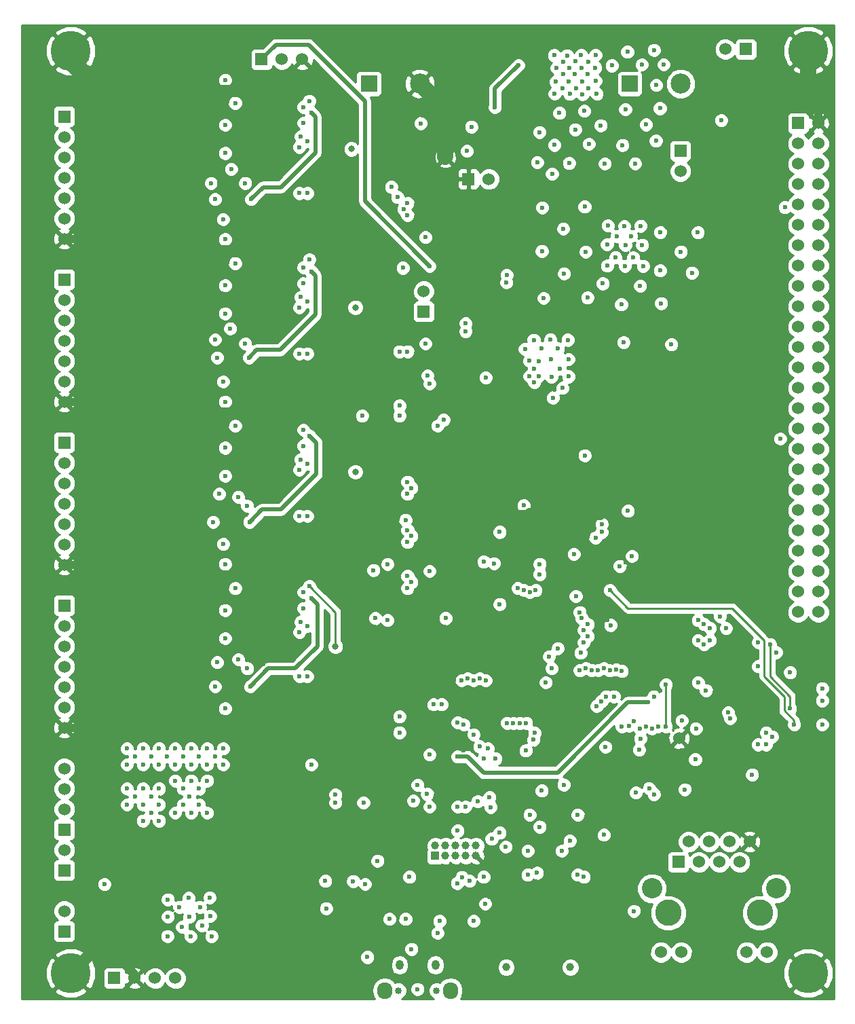
<source format=gbr>
G04 (created by PCBNEW (2013-mar-13)-testing) date Wed 17 Dec 2014 16:58:44 GMT*
%MOIN*%
G04 Gerber Fmt 3.4, Leading zero omitted, Abs format*
%FSLAX34Y34*%
G01*
G70*
G90*
G04 APERTURE LIST*
%ADD10C,0.005906*%
%ADD11C,0.196900*%
%ADD12R,0.078700X0.078700*%
%ADD13C,0.098400*%
%ADD14O,0.039400X0.049200*%
%ADD15O,0.074800X0.082700*%
%ADD16C,0.033500*%
%ADD17R,0.060000X0.060000*%
%ADD18C,0.060000*%
%ADD19R,0.039400X0.039400*%
%ADD20C,0.039400*%
%ADD21C,0.129900*%
%ADD22C,0.100000*%
%ADD23C,0.031500*%
%ADD24C,0.023600*%
%ADD25C,0.020000*%
%ADD26C,0.010000*%
%ADD27C,0.040000*%
%ADD28C,0.080000*%
%ADD29C,0.060000*%
%ADD30C,0.015000*%
G04 APERTURE END LIST*
G54D10*
G54D11*
X2754Y1575D03*
G54D12*
X17390Y45236D03*
G54D13*
X19890Y45236D03*
G54D14*
X18905Y1968D03*
X20657Y1968D03*
G54D15*
X21395Y716D03*
X18167Y716D03*
G54D16*
X20716Y716D03*
X18846Y716D03*
G54D17*
X12114Y46430D03*
G54D18*
X13114Y46430D03*
X14114Y46430D03*
G54D17*
X2429Y43625D03*
G54D18*
X2429Y42625D03*
X2429Y41625D03*
X2429Y40625D03*
X2429Y39625D03*
X2429Y38625D03*
X2429Y37625D03*
G54D17*
X2429Y35625D03*
G54D18*
X2429Y34625D03*
X2429Y33625D03*
X2429Y32625D03*
X2429Y31625D03*
X2429Y30625D03*
X2429Y29625D03*
G54D17*
X2429Y27625D03*
G54D18*
X2429Y26625D03*
X2429Y25625D03*
X2429Y24625D03*
X2429Y23625D03*
X2429Y22625D03*
X2429Y21625D03*
G54D17*
X2429Y19625D03*
G54D18*
X2429Y18625D03*
X2429Y17625D03*
X2429Y16625D03*
X2429Y15625D03*
X2429Y14625D03*
X2429Y13625D03*
G54D17*
X35911Y46929D03*
G54D18*
X34911Y46929D03*
G54D19*
X20651Y7329D03*
G54D20*
X20651Y7829D03*
X21151Y7329D03*
X21151Y7829D03*
X21651Y7329D03*
X21651Y7829D03*
X22151Y7329D03*
X22151Y7829D03*
X22651Y7329D03*
X22651Y7829D03*
X24140Y1870D03*
X27282Y1870D03*
G54D17*
X38474Y43299D03*
G54D18*
X39474Y43299D03*
X38474Y38299D03*
X39474Y42299D03*
X38474Y37299D03*
X39474Y41299D03*
X38474Y36299D03*
X39474Y40299D03*
X38474Y35299D03*
X39474Y39299D03*
X38474Y34299D03*
X39474Y38299D03*
X38474Y33299D03*
X39474Y37299D03*
X38474Y32299D03*
X39474Y36299D03*
X38474Y31299D03*
X39474Y35299D03*
X38474Y30299D03*
X39474Y34299D03*
X38474Y29299D03*
X39474Y33299D03*
X38474Y28299D03*
X39474Y32299D03*
X39474Y31299D03*
X38474Y27299D03*
X39474Y30299D03*
X39474Y28299D03*
X39474Y27299D03*
X39474Y26299D03*
X39474Y25299D03*
X38474Y26299D03*
X38474Y25299D03*
X38474Y42299D03*
X38474Y41299D03*
X38474Y40299D03*
X38474Y39299D03*
X38474Y24299D03*
X39474Y24299D03*
X39474Y29299D03*
X38474Y23299D03*
X39474Y23299D03*
X38474Y22299D03*
X39474Y22299D03*
X38474Y21299D03*
X39474Y21299D03*
X38474Y20299D03*
X39474Y20299D03*
X38474Y19299D03*
X39474Y19299D03*
G54D21*
X32098Y4528D03*
X36598Y4528D03*
G54D18*
X36098Y8028D03*
X35600Y7028D03*
X35098Y8028D03*
X34600Y7028D03*
X34098Y8028D03*
X33600Y7028D03*
X33098Y8028D03*
G54D22*
X31298Y5729D03*
X37398Y5728D03*
G54D18*
X35956Y2599D03*
X32740Y2599D03*
X36956Y2599D03*
X31740Y2599D03*
G54D17*
X32600Y7028D03*
G54D23*
X16730Y26181D03*
X16533Y42028D03*
X16730Y34252D03*
X15746Y17618D03*
G54D17*
X32696Y41944D03*
G54D18*
X32696Y40944D03*
G54D17*
X20089Y34050D03*
G54D18*
X20089Y35050D03*
X32638Y13104D03*
X21148Y41630D03*
G54D17*
X22280Y40558D03*
G54D18*
X23280Y40558D03*
G54D12*
X30205Y45236D03*
G54D13*
X32705Y45236D03*
G54D17*
X4888Y1328D03*
G54D18*
X5888Y1328D03*
X6888Y1328D03*
X7888Y1328D03*
G54D11*
X38974Y46850D03*
X38974Y1575D03*
X2754Y46850D03*
G54D17*
X2429Y8625D03*
G54D18*
X2429Y9625D03*
X2429Y10625D03*
X2429Y11625D03*
G54D17*
X2429Y6625D03*
G54D18*
X2429Y7625D03*
G54D17*
X2429Y3625D03*
G54D18*
X2429Y4625D03*
G54D24*
X32720Y36988D03*
X31700Y37938D03*
X27990Y39198D03*
X28040Y36988D03*
X29510Y36718D03*
X26980Y35918D03*
X29940Y38248D03*
X30740Y38258D03*
X28880Y35428D03*
X25890Y37018D03*
X30860Y36288D03*
X33260Y35958D03*
X26940Y38118D03*
X29100Y36298D03*
X29130Y38278D03*
X30380Y36698D03*
X28130Y34738D03*
X29970Y36288D03*
X25970Y34708D03*
X30820Y37318D03*
X33550Y37938D03*
X29090Y37348D03*
X30270Y37758D03*
X29990Y37318D03*
X29790Y34398D03*
X25910Y39158D03*
X31750Y34458D03*
X30720Y35308D03*
X31700Y36068D03*
X29560Y37758D03*
X32250Y32438D03*
X20176Y32480D03*
X36218Y11319D03*
X11569Y15650D03*
X30411Y4626D03*
X31159Y10650D03*
X13974Y24016D03*
X13974Y18307D03*
X11605Y39567D03*
X25293Y9350D03*
X9840Y15650D03*
X23129Y30807D03*
X14565Y11811D03*
X22144Y9744D03*
X13974Y34252D03*
X11529Y23720D03*
X25490Y32657D03*
X26773Y31236D03*
X14368Y18602D03*
X27655Y6398D03*
X26683Y32228D03*
X14565Y43799D03*
X26309Y32685D03*
X31396Y15157D03*
X14368Y31988D03*
X14466Y27953D03*
X25522Y30579D03*
X22833Y12697D03*
X15297Y4752D03*
X13974Y42126D03*
X29722Y21555D03*
X13974Y26280D03*
X20372Y12303D03*
X23375Y9725D03*
X26360Y30854D03*
X27195Y31709D03*
X28935Y8366D03*
X18896Y32087D03*
X27262Y8071D03*
X33561Y15846D03*
X14368Y34547D03*
X14368Y24016D03*
X25742Y30890D03*
X14368Y42421D03*
X39663Y13780D03*
X23620Y12106D03*
X26868Y7579D03*
X20766Y3543D03*
X25498Y31232D03*
X14368Y26575D03*
X13974Y16142D03*
X25648Y6496D03*
X14565Y19980D03*
X21750Y9744D03*
X37399Y17323D03*
X25864Y32232D03*
X20372Y9744D03*
X13974Y31988D03*
X13974Y39862D03*
X23029Y21772D03*
X11506Y31791D03*
X22207Y41933D03*
X32911Y10591D03*
X25270Y30882D03*
X24112Y7776D03*
X26435Y29827D03*
X23817Y8465D03*
X26903Y30299D03*
X9742Y23720D03*
X14368Y16142D03*
X27195Y30862D03*
X33955Y15453D03*
X27655Y9350D03*
X18896Y29429D03*
X14565Y36024D03*
X25289Y31630D03*
X39663Y14961D03*
X25057Y32213D03*
X25746Y31626D03*
X9840Y39567D03*
X22045Y13780D03*
X27159Y32661D03*
X26333Y31717D03*
X9939Y31791D03*
X14368Y39862D03*
X33462Y13583D03*
X24148Y35480D03*
X26390Y40813D03*
X22139Y33470D03*
X15746Y9941D03*
X19940Y43294D03*
X22144Y33071D03*
X22431Y43122D03*
X19388Y6299D03*
X24159Y35846D03*
X17124Y9941D03*
X17813Y7087D03*
X23541Y21693D03*
X21750Y12205D03*
X31100Y14862D03*
X21750Y13878D03*
X18305Y18898D03*
X30313Y22047D03*
X23029Y12106D03*
X20374Y36283D03*
X28640Y16437D03*
X29525Y16476D03*
X29821Y16398D03*
X17204Y5946D03*
X25531Y13366D03*
X29014Y12677D03*
X28581Y14685D03*
X28817Y14921D03*
X28344Y16437D03*
X30090Y46798D03*
X27884Y44713D03*
X31510Y45168D03*
X27259Y44731D03*
X27241Y46009D03*
X28541Y45374D03*
X26510Y42228D03*
X27970Y43898D03*
X29850Y42218D03*
X26917Y44996D03*
X26516Y44749D03*
X28780Y43188D03*
X27230Y41338D03*
X28172Y45001D03*
X27530Y42988D03*
X28980Y41308D03*
X28141Y45716D03*
X26935Y45703D03*
X30470Y41318D03*
X26615Y46009D03*
X28172Y46301D03*
X25770Y42858D03*
X31870Y46178D03*
X28523Y46648D03*
X26570Y45334D03*
X31010Y43228D03*
X27205Y45356D03*
X27821Y46639D03*
X28519Y46018D03*
X31490Y42438D03*
X29330Y46128D03*
X31400Y46888D03*
X26930Y46319D03*
X27560Y45010D03*
X28200Y42278D03*
X30800Y46178D03*
X28582Y44740D03*
X26750Y43798D03*
X27124Y46621D03*
X27884Y45347D03*
X26498Y46634D03*
X27853Y46013D03*
X29990Y43978D03*
X27542Y46328D03*
X27518Y45709D03*
X25660Y41378D03*
X31690Y44028D03*
X28525Y22953D03*
X32768Y13982D03*
X18896Y13386D03*
X20962Y14764D03*
X18896Y14173D03*
X20569Y14764D03*
X5510Y12598D03*
X6298Y9843D03*
X8659Y12598D03*
X7085Y9843D03*
X9447Y11811D03*
X6691Y9449D03*
X7872Y11811D03*
X8659Y11024D03*
X8659Y11811D03*
X8266Y12205D03*
X5903Y12205D03*
X6691Y10236D03*
X9447Y11024D03*
X6297Y9055D03*
X7872Y9449D03*
X7478Y12205D03*
X8266Y10630D03*
X5510Y10630D03*
X7085Y10630D03*
X9840Y12205D03*
X10234Y12598D03*
X7872Y11024D03*
X8266Y9843D03*
X9447Y12598D03*
X6297Y10630D03*
X7085Y12598D03*
X6297Y12598D03*
X5903Y10236D03*
X7085Y11811D03*
X9053Y10630D03*
X7085Y9055D03*
X9053Y9843D03*
X6297Y11811D03*
X6691Y12205D03*
X8659Y9449D03*
X8561Y10236D03*
X7872Y12598D03*
X10234Y11811D03*
X9447Y9449D03*
X5510Y11811D03*
X5510Y9843D03*
X9053Y12205D03*
X10825Y20472D03*
X19486Y20768D03*
X19289Y20472D03*
X9939Y16831D03*
X15746Y10335D03*
X19787Y10813D03*
X17616Y21358D03*
X14466Y20571D03*
X19289Y21063D03*
X14171Y20276D03*
X17714Y18996D03*
X10333Y14567D03*
X23108Y4980D03*
X38088Y14567D03*
X37104Y17717D03*
X29230Y20374D03*
X38285Y13780D03*
X38088Y16339D03*
X34939Y18504D03*
X34644Y19094D03*
X39663Y15551D03*
X33856Y17717D03*
X33856Y18701D03*
X33561Y18898D03*
X33561Y17913D03*
X34151Y17913D03*
X34151Y18504D03*
X9660Y3388D03*
X8640Y3378D03*
X8563Y4331D03*
X7520Y4348D03*
X8220Y3848D03*
X8080Y4818D03*
X8540Y5268D03*
X9570Y5288D03*
X9090Y4818D03*
X9190Y3918D03*
X9600Y4378D03*
X7520Y5188D03*
X7500Y3388D03*
X22732Y10004D03*
X15254Y6102D03*
X19573Y10039D03*
X23226Y12598D03*
X5900Y21188D03*
X5900Y19788D03*
X5900Y18238D03*
X5900Y15938D03*
X7675Y27756D03*
X5950Y29188D03*
X5950Y27738D03*
X5950Y26288D03*
X5900Y24988D03*
X7675Y35728D03*
X5900Y35738D03*
X5900Y34338D03*
X5950Y32088D03*
X5900Y37538D03*
X6691Y37598D03*
X5850Y39938D03*
X5850Y42138D03*
X7675Y43602D03*
X5850Y43438D03*
X12596Y40748D03*
X7675Y41437D03*
X12201Y35825D03*
X39663Y13189D03*
X11809Y44685D03*
X11809Y24902D03*
X23325Y10827D03*
X21356Y17323D03*
X12596Y27657D03*
X28640Y2047D03*
X12200Y16735D03*
X15352Y17815D03*
X12596Y16929D03*
X11809Y34252D03*
X12596Y28051D03*
X22045Y12500D03*
X21455Y30118D03*
X18207Y16634D03*
X15155Y7283D03*
X12596Y41535D03*
X12596Y17323D03*
X15155Y12008D03*
X34469Y39243D03*
X12596Y33268D03*
X11809Y20079D03*
X13384Y20965D03*
X22844Y32280D03*
X7675Y28051D03*
X11809Y28051D03*
X7675Y17618D03*
X13777Y20768D03*
X12596Y42126D03*
X12203Y19291D03*
X2090Y45253D03*
X20766Y6299D03*
X12596Y20079D03*
X11415Y20768D03*
X13384Y36909D03*
X28718Y30657D03*
X12203Y26673D03*
X19880Y16535D03*
X8561Y22244D03*
X12202Y40945D03*
X12201Y33071D03*
X7675Y19783D03*
X11809Y26969D03*
X11022Y28937D03*
X40057Y11811D03*
X11809Y33661D03*
X12203Y20768D03*
X38285Y10236D03*
X12596Y25295D03*
X19978Y14567D03*
X13777Y44488D03*
X12200Y17520D03*
X12202Y41339D03*
X8297Y45787D03*
X14171Y36909D03*
X11418Y28737D03*
X15451Y25787D03*
X12990Y20768D03*
X23325Y23622D03*
X11809Y20965D03*
X36514Y14764D03*
X17419Y20472D03*
X7675Y41142D03*
X7380Y21161D03*
X11809Y41535D03*
X24136Y41913D03*
X11809Y27657D03*
X12596Y18996D03*
X11809Y33268D03*
X7675Y35433D03*
X10037Y24311D03*
X11809Y43898D03*
X12203Y35236D03*
X15451Y33858D03*
X13777Y36713D03*
X12200Y25492D03*
X21573Y15945D03*
X11809Y36024D03*
X15943Y36319D03*
X39565Y17323D03*
X33561Y14469D03*
X7675Y43307D03*
X14171Y20965D03*
X12596Y43898D03*
X12201Y33465D03*
X8167Y37598D03*
X12596Y33661D03*
X21356Y5118D03*
X12200Y27851D03*
X18599Y36210D03*
X11809Y25689D03*
X28777Y5295D03*
X12596Y26969D03*
X19880Y18406D03*
X29090Y18923D03*
X21456Y31299D03*
X7380Y37106D03*
X11022Y44685D03*
X11809Y42126D03*
X7675Y25295D03*
X11022Y36909D03*
X12596Y26378D03*
X12596Y20965D03*
X12990Y44488D03*
X7675Y33563D03*
X15844Y28248D03*
X12202Y43700D03*
X12201Y36711D03*
X11809Y18996D03*
X25884Y9350D03*
X11415Y36713D03*
X12596Y41142D03*
X12990Y28740D03*
X38384Y9449D03*
X11809Y16929D03*
X11809Y28937D03*
X11809Y42815D03*
X12596Y17717D03*
X23305Y14173D03*
X12203Y41831D03*
X12200Y24708D03*
X7675Y20079D03*
X12596Y24902D03*
X12203Y34547D03*
X12596Y18406D03*
X20372Y19882D03*
X7380Y29134D03*
X11809Y35630D03*
X15549Y20866D03*
X34469Y38130D03*
X11809Y26378D03*
X24132Y20079D03*
X23325Y5315D03*
X18994Y2756D03*
X11415Y44488D03*
X12596Y28937D03*
X12596Y36024D03*
X12990Y36713D03*
X6494Y29626D03*
X15451Y41634D03*
X14171Y28937D03*
X24782Y6496D03*
X11809Y25295D03*
X12203Y27264D03*
X14171Y44685D03*
X12596Y44685D03*
X11809Y36909D03*
X12596Y32874D03*
X33462Y11614D03*
X15175Y7801D03*
X15155Y787D03*
X37203Y10531D03*
X12596Y35630D03*
X13384Y28937D03*
X7675Y33268D03*
X35431Y11909D03*
X12202Y40552D03*
X12596Y34252D03*
X20273Y29823D03*
X20273Y31398D03*
X9939Y16339D03*
X12596Y34941D03*
X38167Y7815D03*
X13384Y44685D03*
X12203Y18701D03*
X12203Y42520D03*
X19978Y12303D03*
X12203Y43110D03*
X11809Y43504D03*
X21800Y10666D03*
X12203Y33957D03*
X31691Y15453D03*
X27065Y9350D03*
X12596Y36909D03*
X12596Y42815D03*
X9939Y32185D03*
X12203Y26083D03*
X7380Y22146D03*
X11809Y19685D03*
X11809Y17323D03*
X21456Y30807D03*
X11022Y20965D03*
X22833Y14764D03*
X15844Y44094D03*
X32872Y14567D03*
X7427Y45280D03*
X22833Y23228D03*
X17616Y15650D03*
X15155Y12402D03*
X12200Y28737D03*
X11809Y32874D03*
X23620Y13878D03*
X8266Y29626D03*
X36415Y9744D03*
X39663Y12598D03*
X12200Y17126D03*
X19092Y24409D03*
X11809Y34941D03*
X27592Y29252D03*
X12201Y32679D03*
X15451Y12697D03*
X13777Y28740D03*
X6510Y45744D03*
X18403Y18209D03*
X16730Y4626D03*
X11809Y41142D03*
X12200Y25098D03*
X30018Y21752D03*
X11809Y18406D03*
X26474Y9350D03*
X27262Y8760D03*
X12596Y25689D03*
X12202Y44487D03*
X39663Y14370D03*
X7675Y25591D03*
X12203Y18110D03*
X18699Y22047D03*
X12203Y19882D03*
X12596Y43504D03*
X7675Y17913D03*
X12596Y19685D03*
X10037Y40354D03*
X11809Y40748D03*
X11809Y17717D03*
X25195Y6398D03*
X25195Y7579D03*
X31986Y13681D03*
X31986Y15748D03*
X27951Y6299D03*
X14171Y43307D03*
X14053Y42638D03*
X14171Y35433D03*
X14053Y34764D03*
X14053Y18819D03*
X14171Y19488D03*
X14171Y27461D03*
X14053Y26791D03*
X23581Y44075D03*
X24742Y46142D03*
X35037Y14370D03*
X37203Y13189D03*
X36907Y12795D03*
X36514Y16634D03*
X36514Y17815D03*
X36514Y12795D03*
X35136Y14075D03*
X36907Y13386D03*
X19781Y787D03*
X21947Y15945D03*
X27557Y20079D03*
X30510Y10433D03*
X22537Y15945D03*
X21750Y8563D03*
X22833Y16043D03*
X22242Y16043D03*
X25470Y13030D03*
X33423Y12067D03*
X24998Y20374D03*
X24703Y20472D03*
X28836Y23622D03*
X27459Y22146D03*
X27754Y16437D03*
X37600Y27814D03*
X28000Y26988D03*
X28049Y16535D03*
X26237Y17114D03*
X16622Y6088D03*
X27798Y17298D03*
X23321Y10207D03*
X29264Y18661D03*
X20255Y10372D03*
X29053Y15157D03*
X29427Y15157D03*
X29821Y13681D03*
X30175Y13720D03*
X30411Y13957D03*
X30707Y13583D03*
X31002Y13681D03*
X31297Y13583D03*
X31592Y13681D03*
X24171Y13858D03*
X27754Y19291D03*
X24486Y13858D03*
X24801Y13858D03*
X25116Y13858D03*
X25096Y12500D03*
X19059Y36195D03*
X20374Y21315D03*
X18494Y40170D03*
X22537Y4134D03*
X17321Y2362D03*
X37829Y39173D03*
X23128Y15945D03*
X25785Y21654D03*
X25588Y20374D03*
X27951Y17815D03*
X28148Y18110D03*
X28148Y18701D03*
X27852Y18996D03*
X27951Y18406D03*
X20766Y28445D03*
X23817Y19685D03*
X23817Y23228D03*
X20273Y30906D03*
X29230Y16437D03*
X21061Y28740D03*
X20372Y30512D03*
X28935Y16535D03*
X25785Y21161D03*
X25293Y20276D03*
X23423Y8169D03*
X22340Y6102D03*
X23029Y6299D03*
X22537Y13287D03*
X26376Y16535D03*
X19486Y2756D03*
X20864Y4134D03*
X21962Y6285D03*
X21733Y5993D03*
X26081Y15846D03*
X21159Y18996D03*
X24998Y24528D03*
X19191Y4232D03*
X18403Y4232D03*
X25884Y10531D03*
X25785Y8760D03*
X4400Y5938D03*
X31396Y10354D03*
X26966Y10827D03*
X30118Y24264D03*
X28836Y23228D03*
X30667Y12539D03*
X29900Y32538D03*
X34700Y43438D03*
X10334Y41829D03*
X10333Y18012D03*
X10333Y19390D03*
X10579Y33218D03*
X10333Y25984D03*
X11317Y32480D03*
X10333Y45417D03*
X10333Y35335D03*
X10333Y27362D03*
X10333Y37598D03*
X10972Y16978D03*
X11415Y24508D03*
X10333Y43209D03*
X10333Y33957D03*
X11317Y40354D03*
X11415Y16535D03*
X10333Y29626D03*
X10972Y24951D03*
X10333Y21654D03*
X10628Y41043D03*
X10825Y28445D03*
X19486Y23031D03*
X10037Y25098D03*
X19289Y22736D03*
X18896Y28937D03*
X17065Y28937D03*
X19289Y23327D03*
X14171Y28248D03*
X10234Y22638D03*
X18305Y21654D03*
X19486Y25394D03*
X10825Y36417D03*
X19289Y25098D03*
X9840Y32677D03*
X19289Y32087D03*
X14466Y36614D03*
X19289Y25689D03*
X14171Y36220D03*
X10234Y30610D03*
X19191Y23819D03*
X10825Y44291D03*
X19092Y39075D03*
X9644Y40354D03*
X19289Y38780D03*
X14466Y44390D03*
X18797Y39665D03*
X14171Y44094D03*
X19289Y39370D03*
X10234Y38583D03*
X20175Y37697D03*
X30726Y13091D03*
X26671Y17520D03*
G54D25*
X14801Y26063D02*
X14801Y27618D01*
X12281Y32165D02*
X13029Y32165D01*
X12140Y24331D02*
X12399Y24331D01*
X14762Y35827D02*
X14565Y36024D01*
X12195Y40157D02*
X12399Y40157D01*
X11605Y39567D02*
X12195Y40157D01*
X13069Y24331D02*
X14801Y26063D01*
X12399Y40157D02*
X13068Y40157D01*
X11880Y32165D02*
X12281Y32165D01*
X13068Y40157D02*
X14762Y41851D01*
X11506Y31791D02*
X11880Y32165D01*
X12399Y24331D02*
X13069Y24331D01*
X14860Y19685D02*
X14565Y19980D01*
X14762Y33898D02*
X14762Y35827D01*
X14762Y41851D02*
X14762Y43602D01*
X14801Y27618D02*
X14466Y27953D01*
X14762Y43602D02*
X14565Y43799D01*
X12454Y16535D02*
X12694Y16535D01*
X12694Y16535D02*
X13777Y16535D01*
X13777Y16535D02*
X14860Y17618D01*
X14860Y17618D02*
X14860Y19685D01*
X11569Y15650D02*
X12454Y16535D01*
X13029Y32165D02*
X14762Y33898D01*
X11529Y23720D02*
X12140Y24331D01*
X30116Y14862D02*
X31100Y14862D01*
X22242Y12205D02*
X23030Y11417D01*
X26671Y11417D02*
X30116Y14862D01*
X21750Y12205D02*
X22242Y12205D01*
X23030Y11417D02*
X26671Y11417D01*
X12824Y47140D02*
X12114Y46430D01*
X17194Y44370D02*
X14424Y47140D01*
X17194Y39463D02*
X17194Y44370D01*
X20374Y36283D02*
X17194Y39463D01*
X14424Y47140D02*
X12824Y47140D01*
G54D26*
X15746Y19291D02*
X14466Y20571D01*
X15746Y17618D02*
X15746Y19291D01*
X37104Y16142D02*
X37104Y17717D01*
X38088Y15158D02*
X37104Y16142D01*
X38088Y14567D02*
X38088Y15158D01*
X36809Y16142D02*
X36809Y17913D01*
X37793Y15158D02*
X36809Y16142D01*
X31100Y19488D02*
X35234Y19488D01*
X31100Y19488D02*
X30116Y19488D01*
X31100Y19488D02*
X31100Y19489D01*
X36809Y17913D02*
X35234Y19488D01*
X37793Y14469D02*
X37793Y15158D01*
X38285Y13977D02*
X37793Y14469D01*
X38285Y13780D02*
X38285Y13977D01*
X30116Y19488D02*
X29230Y20374D01*
G54D27*
X2429Y13625D02*
X3640Y13625D01*
X3650Y13638D02*
X3640Y13638D01*
X3650Y13635D02*
X3650Y13638D01*
X3640Y13625D02*
X3650Y13635D01*
G54D26*
X5900Y21188D02*
X7353Y21188D01*
X7353Y21188D02*
X7380Y21161D01*
X5900Y21188D02*
X5900Y21538D01*
X5900Y21538D02*
X5850Y21538D01*
X5850Y21538D02*
X5900Y21538D01*
X5900Y18238D02*
X5900Y18438D01*
X5900Y24988D02*
X5900Y21538D01*
X5900Y21538D02*
X5900Y19788D01*
X5900Y19788D02*
X5900Y18438D01*
X5900Y18438D02*
X5900Y15938D01*
G54D27*
X2429Y21625D02*
X3213Y21625D01*
X3213Y21625D02*
X3640Y21198D01*
G54D26*
X7675Y25295D02*
X6957Y25295D01*
X6650Y24988D02*
X5900Y24988D01*
X6957Y25295D02*
X6650Y24988D01*
X5950Y27738D02*
X7657Y27738D01*
X7657Y27738D02*
X7675Y27756D01*
X5950Y29188D02*
X5950Y29438D01*
X5950Y29438D02*
X5900Y29438D01*
X5900Y29438D02*
X5950Y29438D01*
X5950Y26288D02*
X5950Y26488D01*
X5950Y32088D02*
X5950Y29438D01*
X5950Y29438D02*
X5950Y27738D01*
X5950Y27738D02*
X5950Y26488D01*
X5950Y26488D02*
X5950Y25038D01*
X5950Y25038D02*
X5900Y24988D01*
X7675Y33268D02*
X5900Y33268D01*
X5900Y33268D02*
X5900Y33138D01*
X5900Y35738D02*
X7665Y35738D01*
X7665Y35738D02*
X7675Y35728D01*
G54D27*
X2429Y29625D02*
X3639Y29625D01*
X3639Y29625D02*
X3640Y29626D01*
G54D26*
X5850Y38388D02*
X3640Y38388D01*
X3700Y38338D02*
X3640Y38338D01*
X3690Y38338D02*
X3700Y38338D01*
X3640Y38388D02*
X3690Y38338D01*
X5850Y39938D02*
X5850Y38388D01*
X5850Y38388D02*
X5850Y37588D01*
X5850Y37588D02*
X5900Y37538D01*
X5900Y35738D02*
X5900Y35888D01*
X5900Y34338D02*
X5900Y34688D01*
X5900Y37538D02*
X5900Y35888D01*
X5900Y35888D02*
X5900Y34688D01*
X5900Y34688D02*
X5900Y33138D01*
X5900Y33138D02*
X5900Y32138D01*
X5900Y32138D02*
X5950Y32088D01*
X5900Y37538D02*
X5960Y37598D01*
X5960Y37598D02*
X6691Y37598D01*
X7675Y41142D02*
X6004Y41142D01*
X6004Y41142D02*
X5850Y40988D01*
G54D27*
X2429Y37625D02*
X3640Y37625D01*
X3640Y37625D02*
X3640Y37626D01*
G54D26*
X5850Y39938D02*
X5850Y40988D01*
X5850Y40988D02*
X5850Y42138D01*
X5850Y42138D02*
X5850Y43438D01*
X6014Y43602D02*
X7675Y43602D01*
X5850Y43438D02*
X6014Y43602D01*
G54D28*
X2754Y46850D02*
X2754Y46277D01*
X2754Y46277D02*
X3502Y45529D01*
G54D29*
X3640Y45391D02*
X3651Y45402D01*
X3640Y34598D02*
X3640Y36417D01*
G54D30*
X3502Y45253D02*
X3640Y45391D01*
G54D28*
X19890Y45236D02*
X21148Y43978D01*
G54D30*
X2090Y45253D02*
X3502Y45253D01*
G54D28*
X3502Y45529D02*
X3502Y45253D01*
G54D29*
X3640Y37272D02*
X3640Y37626D01*
X3640Y26685D02*
X3640Y28543D01*
G54D25*
X9939Y32185D02*
X9545Y32185D01*
G54D28*
X21148Y43978D02*
X21148Y41630D01*
G54D25*
X8462Y33268D02*
X7675Y33268D01*
X28718Y30657D02*
X29033Y30020D01*
G54D29*
X3640Y29626D02*
X3640Y29992D01*
X3640Y42213D02*
X3640Y45079D01*
X3640Y38838D02*
X3640Y42213D01*
X3640Y45079D02*
X3640Y45391D01*
X3640Y38338D02*
X3640Y38838D01*
X8561Y29626D02*
X9152Y29035D01*
G54D25*
X10037Y40650D02*
X9545Y41142D01*
G54D29*
X3620Y30141D02*
X3640Y29626D01*
X29055Y24431D02*
X28738Y24114D01*
X11711Y29035D02*
X11809Y28937D01*
X3640Y32625D02*
X3640Y32579D01*
X3640Y20625D02*
X3640Y21198D01*
X3640Y21198D02*
X3640Y21654D01*
G54D27*
X11613Y21161D02*
X11809Y20965D01*
X7380Y21161D02*
X11613Y21161D01*
G54D29*
X3640Y38016D02*
X3640Y38338D01*
X3640Y37626D02*
X3640Y38016D01*
X11710Y37008D02*
X11809Y36909D01*
X3640Y36417D02*
X3640Y37272D01*
G54D25*
X9742Y16339D02*
X8463Y17618D01*
G54D29*
X9152Y29035D02*
X11711Y29035D01*
G54D25*
X29055Y29724D02*
X27163Y29724D01*
G54D27*
X3640Y37625D02*
X3640Y37626D01*
G54D29*
X3640Y24606D02*
X3640Y26685D01*
X3640Y34598D02*
X3640Y32579D01*
X8856Y37008D02*
X11710Y37008D01*
X3640Y31449D02*
X3640Y32579D01*
G54D25*
X10037Y24311D02*
X9643Y24311D01*
X8659Y25295D02*
X7675Y25295D01*
G54D29*
X28718Y30657D02*
X29055Y24431D01*
X8364Y45472D02*
X8954Y44882D01*
G54D25*
X9545Y41142D02*
X7675Y41142D01*
G54D26*
X14171Y28937D02*
X15155Y28937D01*
G54D29*
X3640Y15717D02*
X3640Y18693D01*
G54D25*
X9643Y24311D02*
X8659Y25295D01*
G54D28*
X38974Y46850D02*
X38974Y45522D01*
G54D25*
X9545Y32185D02*
X8462Y33268D01*
G54D29*
X3640Y18693D02*
X3640Y20625D01*
X3640Y28543D02*
X3640Y29626D01*
X25293Y24114D02*
X25195Y24016D01*
X8266Y29626D02*
X8561Y29626D01*
G54D25*
X22242Y29331D02*
X21455Y30118D01*
G54D29*
X3640Y14370D02*
X3640Y14428D01*
G54D25*
X10037Y40354D02*
X10037Y40650D01*
G54D29*
X3640Y14428D02*
X3640Y13638D01*
X3640Y13638D02*
X3640Y5658D01*
G54D27*
X39474Y43299D02*
X39474Y43884D01*
G54D29*
X3640Y29992D02*
X3640Y31449D01*
X3640Y28625D02*
X3640Y28543D01*
X3640Y21654D02*
X3640Y22098D01*
G54D27*
X5888Y1328D02*
X5888Y1541D01*
X3676Y2675D02*
X3640Y2639D01*
X4754Y2675D02*
X3676Y2675D01*
X5888Y1541D02*
X4754Y2675D01*
G54D29*
X3640Y3193D02*
X3640Y2639D01*
X3640Y2639D02*
X3640Y2461D01*
G54D26*
X15155Y28937D02*
X15844Y28248D01*
G54D29*
X4230Y13780D02*
X17518Y13780D01*
X8954Y44882D02*
X11612Y44882D01*
X8167Y37598D02*
X8266Y37598D01*
G54D27*
X39474Y43884D02*
X38495Y44863D01*
G54D29*
X3640Y21625D02*
X3640Y21654D01*
X3640Y14428D02*
X3640Y15717D01*
G54D27*
X38495Y44863D02*
X38315Y44863D01*
G54D28*
X38974Y45522D02*
X38315Y44863D01*
G54D29*
X17518Y13780D02*
X17616Y13878D01*
X3620Y30141D02*
X3640Y29626D01*
G54D25*
X8463Y17618D02*
X7675Y17618D01*
G54D29*
X3640Y5658D02*
X3640Y5128D01*
X3640Y2461D02*
X2754Y1575D01*
X3640Y22555D02*
X3640Y23354D01*
X3640Y22098D02*
X3640Y22555D01*
X3640Y5128D02*
X3640Y3193D01*
X17616Y13878D02*
X17616Y15650D01*
X25195Y24016D02*
X23719Y24016D01*
X3640Y28625D02*
X3640Y28543D01*
X28738Y24114D02*
X25293Y24114D01*
X3640Y23354D02*
X3640Y24606D01*
G54D28*
X38315Y44863D02*
X37100Y43648D01*
X37100Y43648D02*
X37100Y41548D01*
G54D25*
X27163Y29724D02*
X26770Y29331D01*
G54D29*
X3640Y14370D02*
X4230Y13780D01*
X8297Y45787D02*
X8364Y45472D01*
G54D25*
X26770Y29331D02*
X22242Y29331D01*
G54D29*
X23719Y24016D02*
X23325Y23622D01*
X8266Y37598D02*
X8856Y37008D01*
G54D25*
X9939Y16339D02*
X9742Y16339D01*
G54D26*
X31986Y13681D02*
X31986Y15748D01*
G54D25*
X23581Y44075D02*
X23581Y45000D01*
X23581Y45000D02*
X24742Y46142D01*
G54D10*
G36*
X21207Y7306D02*
X21156Y7254D01*
X21151Y7260D01*
X21145Y7254D01*
X21098Y7302D01*
X21098Y7355D01*
X21124Y7382D01*
X21177Y7381D01*
X21204Y7355D01*
X21207Y7306D01*
X21207Y7306D01*
G37*
G54D26*
X21207Y7306D02*
X21156Y7254D01*
X21151Y7260D01*
X21145Y7254D01*
X21098Y7302D01*
X21098Y7355D01*
X21124Y7382D01*
X21177Y7381D01*
X21204Y7355D01*
X21207Y7306D01*
G54D10*
G36*
X21704Y7355D02*
X21703Y7302D01*
X21656Y7254D01*
X21651Y7260D01*
X21645Y7254D01*
X21597Y7302D01*
X21594Y7351D01*
X21624Y7382D01*
X21677Y7381D01*
X21704Y7355D01*
X21704Y7355D01*
G37*
G54D26*
X21704Y7355D02*
X21703Y7302D01*
X21656Y7254D01*
X21651Y7260D01*
X21645Y7254D01*
X21597Y7302D01*
X21594Y7351D01*
X21624Y7382D01*
X21677Y7381D01*
X21704Y7355D01*
G54D10*
G36*
X40224Y325D02*
X40205Y325D01*
X40205Y1819D01*
X40205Y47094D01*
X40018Y47546D01*
X40017Y47548D01*
X39851Y47659D01*
X39783Y47590D01*
X39783Y47727D01*
X39672Y47893D01*
X39219Y48081D01*
X38729Y48081D01*
X38277Y47894D01*
X38275Y47893D01*
X38164Y47727D01*
X38974Y46918D01*
X39783Y47727D01*
X39783Y47590D01*
X39042Y46850D01*
X39851Y46040D01*
X40017Y46151D01*
X40205Y46604D01*
X40205Y47094D01*
X40205Y1819D01*
X40031Y2241D01*
X40031Y13852D01*
X40031Y15033D01*
X39975Y15169D01*
X39888Y15256D01*
X39974Y15342D01*
X40030Y15477D01*
X40031Y15623D01*
X40025Y15637D01*
X40025Y43216D01*
X40015Y43433D01*
X39951Y43586D01*
X39857Y43613D01*
X39788Y43545D01*
X39788Y43682D01*
X39783Y43701D01*
X39783Y45972D01*
X38974Y46781D01*
X38905Y46713D01*
X38905Y46850D01*
X38096Y47659D01*
X37930Y47548D01*
X37742Y47095D01*
X37742Y46605D01*
X37929Y46153D01*
X37930Y46151D01*
X38096Y46040D01*
X38905Y46850D01*
X38905Y46713D01*
X38164Y45972D01*
X38275Y45806D01*
X38728Y45618D01*
X39218Y45618D01*
X39670Y45805D01*
X39672Y45806D01*
X39783Y45972D01*
X39783Y43701D01*
X39761Y43776D01*
X39556Y43850D01*
X39339Y43840D01*
X39186Y43776D01*
X39159Y43682D01*
X39474Y43367D01*
X39788Y43682D01*
X39788Y43545D01*
X39542Y43299D01*
X39857Y42984D01*
X39951Y43011D01*
X40025Y43216D01*
X40025Y15637D01*
X40024Y15640D01*
X40024Y19407D01*
X39940Y19610D01*
X39785Y19764D01*
X39704Y19798D01*
X39785Y19832D01*
X39939Y19987D01*
X40023Y20189D01*
X40024Y20407D01*
X39940Y20610D01*
X39785Y20764D01*
X39704Y20798D01*
X39785Y20832D01*
X39939Y20987D01*
X40023Y21189D01*
X40024Y21407D01*
X39940Y21610D01*
X39785Y21764D01*
X39704Y21798D01*
X39785Y21832D01*
X39939Y21987D01*
X40023Y22189D01*
X40024Y22407D01*
X39940Y22610D01*
X39785Y22764D01*
X39704Y22798D01*
X39785Y22832D01*
X39939Y22987D01*
X40023Y23189D01*
X40024Y23407D01*
X39940Y23610D01*
X39785Y23764D01*
X39704Y23798D01*
X39785Y23832D01*
X39939Y23987D01*
X40023Y24189D01*
X40024Y24407D01*
X39940Y24610D01*
X39785Y24764D01*
X39704Y24798D01*
X39785Y24832D01*
X39939Y24987D01*
X40023Y25189D01*
X40024Y25407D01*
X39940Y25610D01*
X39785Y25764D01*
X39704Y25798D01*
X39785Y25832D01*
X39939Y25987D01*
X40023Y26189D01*
X40024Y26407D01*
X39940Y26610D01*
X39785Y26764D01*
X39704Y26798D01*
X39785Y26832D01*
X39939Y26987D01*
X40023Y27189D01*
X40024Y27407D01*
X39940Y27610D01*
X39785Y27764D01*
X39704Y27798D01*
X39785Y27832D01*
X39939Y27987D01*
X40023Y28189D01*
X40024Y28407D01*
X39940Y28610D01*
X39785Y28764D01*
X39704Y28798D01*
X39785Y28832D01*
X39939Y28987D01*
X40023Y29189D01*
X40024Y29407D01*
X39940Y29610D01*
X39785Y29764D01*
X39704Y29798D01*
X39785Y29832D01*
X39939Y29987D01*
X40023Y30189D01*
X40024Y30407D01*
X39940Y30610D01*
X39785Y30764D01*
X39704Y30798D01*
X39785Y30832D01*
X39939Y30987D01*
X40023Y31189D01*
X40024Y31407D01*
X39940Y31610D01*
X39785Y31764D01*
X39704Y31798D01*
X39785Y31832D01*
X39939Y31987D01*
X40023Y32189D01*
X40024Y32407D01*
X39940Y32610D01*
X39785Y32764D01*
X39704Y32798D01*
X39785Y32832D01*
X39939Y32987D01*
X40023Y33189D01*
X40024Y33407D01*
X39940Y33610D01*
X39785Y33764D01*
X39704Y33798D01*
X39785Y33832D01*
X39939Y33987D01*
X40023Y34189D01*
X40024Y34407D01*
X39940Y34610D01*
X39785Y34764D01*
X39704Y34798D01*
X39785Y34832D01*
X39939Y34987D01*
X40023Y35189D01*
X40024Y35407D01*
X39940Y35610D01*
X39785Y35764D01*
X39704Y35798D01*
X39785Y35832D01*
X39939Y35987D01*
X40023Y36189D01*
X40024Y36407D01*
X39940Y36610D01*
X39785Y36764D01*
X39704Y36798D01*
X39785Y36832D01*
X39939Y36987D01*
X40023Y37189D01*
X40024Y37407D01*
X39940Y37610D01*
X39785Y37764D01*
X39704Y37798D01*
X39785Y37832D01*
X39939Y37987D01*
X40023Y38189D01*
X40024Y38407D01*
X39940Y38610D01*
X39785Y38764D01*
X39704Y38798D01*
X39785Y38832D01*
X39939Y38987D01*
X40023Y39189D01*
X40024Y39407D01*
X39940Y39610D01*
X39785Y39764D01*
X39704Y39798D01*
X39785Y39832D01*
X39939Y39987D01*
X40023Y40189D01*
X40024Y40407D01*
X39940Y40610D01*
X39785Y40764D01*
X39704Y40798D01*
X39785Y40832D01*
X39939Y40987D01*
X40023Y41189D01*
X40024Y41407D01*
X39940Y41610D01*
X39785Y41764D01*
X39704Y41798D01*
X39785Y41832D01*
X39939Y41987D01*
X40023Y42189D01*
X40024Y42407D01*
X39940Y42610D01*
X39785Y42764D01*
X39705Y42798D01*
X39761Y42821D01*
X39788Y42915D01*
X39474Y43230D01*
X39159Y42915D01*
X39186Y42821D01*
X39245Y42799D01*
X39162Y42765D01*
X39008Y42610D01*
X38974Y42529D01*
X38940Y42610D01*
X38801Y42749D01*
X38823Y42749D01*
X38915Y42787D01*
X38985Y42857D01*
X39024Y42949D01*
X39024Y43003D01*
X39090Y42984D01*
X39405Y43299D01*
X39090Y43613D01*
X39024Y43594D01*
X39024Y43648D01*
X38985Y43740D01*
X38915Y43810D01*
X38823Y43849D01*
X38724Y43849D01*
X38124Y43849D01*
X38032Y43810D01*
X37962Y43740D01*
X37924Y43648D01*
X37924Y43549D01*
X37924Y42949D01*
X37962Y42857D01*
X38032Y42787D01*
X38124Y42749D01*
X38146Y42749D01*
X38008Y42610D01*
X37924Y42408D01*
X37923Y42190D01*
X38007Y41987D01*
X38162Y41833D01*
X38243Y41799D01*
X38162Y41765D01*
X38008Y41610D01*
X37924Y41408D01*
X37923Y41190D01*
X38007Y40987D01*
X38162Y40833D01*
X38243Y40799D01*
X38162Y40765D01*
X38008Y40610D01*
X37924Y40408D01*
X37923Y40190D01*
X38007Y39987D01*
X38162Y39833D01*
X38243Y39799D01*
X38162Y39765D01*
X38008Y39610D01*
X37967Y39513D01*
X37902Y39540D01*
X37756Y39541D01*
X37620Y39485D01*
X37517Y39381D01*
X37461Y39246D01*
X37460Y39100D01*
X37516Y38964D01*
X37620Y38861D01*
X37755Y38805D01*
X37901Y38804D01*
X38037Y38860D01*
X38085Y38909D01*
X38162Y38833D01*
X38243Y38799D01*
X38162Y38765D01*
X38008Y38610D01*
X37924Y38408D01*
X37923Y38190D01*
X38007Y37987D01*
X38162Y37833D01*
X38243Y37799D01*
X38162Y37765D01*
X38008Y37610D01*
X37924Y37408D01*
X37923Y37190D01*
X38007Y36987D01*
X38162Y36833D01*
X38243Y36799D01*
X38162Y36765D01*
X38008Y36610D01*
X37924Y36408D01*
X37923Y36190D01*
X38007Y35987D01*
X38162Y35833D01*
X38243Y35799D01*
X38162Y35765D01*
X38008Y35610D01*
X37924Y35408D01*
X37923Y35190D01*
X38007Y34987D01*
X38162Y34833D01*
X38243Y34799D01*
X38162Y34765D01*
X38008Y34610D01*
X37924Y34408D01*
X37923Y34190D01*
X38007Y33987D01*
X38162Y33833D01*
X38243Y33799D01*
X38162Y33765D01*
X38008Y33610D01*
X37924Y33408D01*
X37923Y33190D01*
X38007Y32987D01*
X38162Y32833D01*
X38243Y32799D01*
X38162Y32765D01*
X38008Y32610D01*
X37924Y32408D01*
X37923Y32190D01*
X38007Y31987D01*
X38162Y31833D01*
X38243Y31799D01*
X38162Y31765D01*
X38008Y31610D01*
X37924Y31408D01*
X37923Y31190D01*
X38007Y30987D01*
X38162Y30833D01*
X38243Y30799D01*
X38162Y30765D01*
X38008Y30610D01*
X37924Y30408D01*
X37923Y30190D01*
X38007Y29987D01*
X38162Y29833D01*
X38243Y29799D01*
X38162Y29765D01*
X38008Y29610D01*
X37924Y29408D01*
X37923Y29190D01*
X38007Y28987D01*
X38162Y28833D01*
X38243Y28799D01*
X38162Y28765D01*
X38008Y28610D01*
X37924Y28408D01*
X37923Y28190D01*
X38007Y27987D01*
X38162Y27833D01*
X38243Y27799D01*
X38162Y27765D01*
X38008Y27610D01*
X37968Y27514D01*
X37968Y27886D01*
X37912Y28022D01*
X37808Y28125D01*
X37673Y28181D01*
X37527Y28182D01*
X37391Y28126D01*
X37288Y28022D01*
X37232Y27887D01*
X37231Y27741D01*
X37287Y27605D01*
X37391Y27502D01*
X37526Y27446D01*
X37672Y27445D01*
X37808Y27501D01*
X37911Y27605D01*
X37967Y27740D01*
X37968Y27886D01*
X37968Y27514D01*
X37924Y27408D01*
X37923Y27190D01*
X38007Y26987D01*
X38162Y26833D01*
X38243Y26799D01*
X38162Y26765D01*
X38008Y26610D01*
X37924Y26408D01*
X37923Y26190D01*
X38007Y25987D01*
X38162Y25833D01*
X38243Y25799D01*
X38162Y25765D01*
X38008Y25610D01*
X37924Y25408D01*
X37923Y25190D01*
X38007Y24987D01*
X38162Y24833D01*
X38243Y24799D01*
X38162Y24765D01*
X38008Y24610D01*
X37924Y24408D01*
X37923Y24190D01*
X38007Y23987D01*
X38162Y23833D01*
X38243Y23799D01*
X38162Y23765D01*
X38008Y23610D01*
X37924Y23408D01*
X37923Y23190D01*
X38007Y22987D01*
X38162Y22833D01*
X38243Y22799D01*
X38162Y22765D01*
X38008Y22610D01*
X37924Y22408D01*
X37923Y22190D01*
X38007Y21987D01*
X38162Y21833D01*
X38243Y21799D01*
X38162Y21765D01*
X38008Y21610D01*
X37924Y21408D01*
X37923Y21190D01*
X38007Y20987D01*
X38162Y20833D01*
X38243Y20799D01*
X38162Y20765D01*
X38008Y20610D01*
X37924Y20408D01*
X37923Y20190D01*
X38007Y19987D01*
X38162Y19833D01*
X38243Y19799D01*
X38162Y19765D01*
X38008Y19610D01*
X37924Y19408D01*
X37923Y19190D01*
X38007Y18987D01*
X38162Y18833D01*
X38364Y18749D01*
X38582Y18748D01*
X38785Y18832D01*
X38939Y18987D01*
X38973Y19068D01*
X39007Y18987D01*
X39162Y18833D01*
X39364Y18749D01*
X39582Y18748D01*
X39785Y18832D01*
X39939Y18987D01*
X40023Y19189D01*
X40024Y19407D01*
X40024Y15640D01*
X39975Y15759D01*
X39871Y15862D01*
X39736Y15918D01*
X39590Y15919D01*
X39454Y15863D01*
X39351Y15759D01*
X39295Y15624D01*
X39294Y15478D01*
X39350Y15342D01*
X39437Y15255D01*
X39351Y15169D01*
X39295Y15034D01*
X39294Y14888D01*
X39350Y14752D01*
X39454Y14649D01*
X39589Y14593D01*
X39735Y14592D01*
X39871Y14648D01*
X39974Y14752D01*
X40030Y14887D01*
X40031Y15033D01*
X40031Y13852D01*
X39975Y13988D01*
X39871Y14091D01*
X39736Y14147D01*
X39590Y14148D01*
X39454Y14092D01*
X39351Y13988D01*
X39295Y13853D01*
X39294Y13707D01*
X39350Y13571D01*
X39454Y13468D01*
X39589Y13412D01*
X39735Y13411D01*
X39871Y13467D01*
X39974Y13571D01*
X40030Y13706D01*
X40031Y13852D01*
X40031Y2241D01*
X40018Y2271D01*
X40017Y2273D01*
X39851Y2384D01*
X39783Y2315D01*
X39783Y2452D01*
X39672Y2618D01*
X39219Y2806D01*
X38729Y2806D01*
X38653Y2774D01*
X38653Y13852D01*
X38597Y13988D01*
X38579Y14006D01*
X38579Y14006D01*
X38562Y14091D01*
X38497Y14189D01*
X38497Y14189D01*
X38363Y14322D01*
X38399Y14358D01*
X38455Y14493D01*
X38456Y14639D01*
X38456Y16411D01*
X38400Y16547D01*
X38296Y16650D01*
X38161Y16706D01*
X38015Y16707D01*
X37879Y16651D01*
X37776Y16547D01*
X37720Y16412D01*
X37719Y16266D01*
X37775Y16130D01*
X37879Y16027D01*
X38014Y15971D01*
X38160Y15970D01*
X38296Y16026D01*
X38399Y16130D01*
X38455Y16265D01*
X38456Y16411D01*
X38456Y14639D01*
X38400Y14775D01*
X38388Y14787D01*
X38388Y15158D01*
X38365Y15272D01*
X38365Y15272D01*
X38339Y15311D01*
X38300Y15370D01*
X37404Y16266D01*
X37404Y16954D01*
X37471Y16954D01*
X37607Y17010D01*
X37710Y17114D01*
X37766Y17249D01*
X37767Y17395D01*
X37711Y17531D01*
X37607Y17634D01*
X37472Y17690D01*
X37471Y17690D01*
X37472Y17789D01*
X37416Y17925D01*
X37312Y18028D01*
X37177Y18084D01*
X37047Y18085D01*
X37047Y18085D01*
X37021Y18125D01*
X37021Y18125D01*
X36461Y18685D01*
X36461Y46579D01*
X36461Y46678D01*
X36461Y47278D01*
X36422Y47370D01*
X36352Y47440D01*
X36260Y47479D01*
X36161Y47479D01*
X35561Y47479D01*
X35469Y47440D01*
X35399Y47370D01*
X35361Y47278D01*
X35361Y47256D01*
X35222Y47394D01*
X35020Y47478D01*
X34802Y47479D01*
X34599Y47395D01*
X34445Y47240D01*
X34361Y47038D01*
X34360Y46820D01*
X34444Y46617D01*
X34599Y46463D01*
X34801Y46379D01*
X35019Y46378D01*
X35222Y46462D01*
X35361Y46601D01*
X35361Y46579D01*
X35399Y46487D01*
X35469Y46417D01*
X35561Y46379D01*
X35660Y46379D01*
X36260Y46379D01*
X36352Y46417D01*
X36422Y46487D01*
X36461Y46579D01*
X36461Y18685D01*
X35446Y19700D01*
X35348Y19765D01*
X35234Y19788D01*
X35068Y19788D01*
X35068Y43510D01*
X35012Y43646D01*
X34908Y43749D01*
X34773Y43805D01*
X34627Y43806D01*
X34491Y43750D01*
X34388Y43646D01*
X34332Y43511D01*
X34331Y43365D01*
X34387Y43229D01*
X34491Y43126D01*
X34626Y43070D01*
X34772Y43069D01*
X34908Y43125D01*
X35011Y43229D01*
X35067Y43364D01*
X35068Y43510D01*
X35068Y19788D01*
X33918Y19788D01*
X33918Y38010D01*
X33862Y38146D01*
X33758Y38249D01*
X33623Y38305D01*
X33477Y38306D01*
X33447Y38293D01*
X33447Y45382D01*
X33334Y45655D01*
X33125Y45864D01*
X32853Y45977D01*
X32558Y45978D01*
X32285Y45865D01*
X32238Y45818D01*
X32238Y46250D01*
X32182Y46386D01*
X32078Y46489D01*
X31943Y46545D01*
X31797Y46546D01*
X31768Y46534D01*
X31768Y46960D01*
X31712Y47096D01*
X31608Y47199D01*
X31473Y47255D01*
X31327Y47256D01*
X31191Y47200D01*
X31088Y47096D01*
X31032Y46961D01*
X31031Y46815D01*
X31087Y46679D01*
X31191Y46576D01*
X31326Y46520D01*
X31472Y46519D01*
X31608Y46575D01*
X31711Y46679D01*
X31767Y46814D01*
X31768Y46960D01*
X31768Y46534D01*
X31661Y46490D01*
X31558Y46386D01*
X31502Y46251D01*
X31501Y46105D01*
X31557Y45969D01*
X31661Y45866D01*
X31796Y45810D01*
X31942Y45809D01*
X32078Y45865D01*
X32181Y45969D01*
X32237Y46104D01*
X32238Y46250D01*
X32238Y45818D01*
X32076Y45656D01*
X31963Y45384D01*
X31962Y45089D01*
X32075Y44816D01*
X32284Y44607D01*
X32556Y44494D01*
X32851Y44493D01*
X33124Y44606D01*
X33333Y44815D01*
X33446Y45087D01*
X33447Y45382D01*
X33447Y38293D01*
X33341Y38250D01*
X33246Y38154D01*
X33246Y41052D01*
X33162Y41255D01*
X33023Y41394D01*
X33045Y41394D01*
X33137Y41432D01*
X33207Y41502D01*
X33246Y41594D01*
X33246Y41693D01*
X33246Y42293D01*
X33207Y42385D01*
X33137Y42455D01*
X33045Y42494D01*
X32946Y42494D01*
X32346Y42494D01*
X32254Y42455D01*
X32184Y42385D01*
X32146Y42293D01*
X32146Y42194D01*
X32146Y41594D01*
X32184Y41502D01*
X32254Y41432D01*
X32346Y41394D01*
X32368Y41394D01*
X32230Y41255D01*
X32146Y41053D01*
X32145Y40835D01*
X32229Y40632D01*
X32384Y40478D01*
X32586Y40394D01*
X32804Y40393D01*
X33007Y40477D01*
X33161Y40632D01*
X33245Y40834D01*
X33246Y41052D01*
X33246Y38154D01*
X33238Y38146D01*
X33182Y38011D01*
X33181Y37865D01*
X33237Y37729D01*
X33341Y37626D01*
X33476Y37570D01*
X33622Y37569D01*
X33758Y37625D01*
X33861Y37729D01*
X33917Y37864D01*
X33918Y38010D01*
X33918Y19788D01*
X33628Y19788D01*
X33628Y36030D01*
X33572Y36166D01*
X33468Y36269D01*
X33333Y36325D01*
X33187Y36326D01*
X33088Y36285D01*
X33088Y37060D01*
X33032Y37196D01*
X32928Y37299D01*
X32793Y37355D01*
X32647Y37356D01*
X32511Y37300D01*
X32408Y37196D01*
X32352Y37061D01*
X32351Y36915D01*
X32407Y36779D01*
X32511Y36676D01*
X32646Y36620D01*
X32792Y36619D01*
X32928Y36675D01*
X33031Y36779D01*
X33087Y36914D01*
X33088Y37060D01*
X33088Y36285D01*
X33051Y36270D01*
X32948Y36166D01*
X32892Y36031D01*
X32891Y35885D01*
X32947Y35749D01*
X33051Y35646D01*
X33186Y35590D01*
X33332Y35589D01*
X33468Y35645D01*
X33571Y35749D01*
X33627Y35884D01*
X33628Y36030D01*
X33628Y19788D01*
X32618Y19788D01*
X32618Y32510D01*
X32562Y32646D01*
X32458Y32749D01*
X32323Y32805D01*
X32177Y32806D01*
X32118Y32781D01*
X32118Y34530D01*
X32068Y34651D01*
X32068Y36140D01*
X32068Y38010D01*
X32058Y38035D01*
X32058Y44100D01*
X32002Y44236D01*
X31898Y44339D01*
X31878Y44348D01*
X31878Y45240D01*
X31822Y45376D01*
X31718Y45479D01*
X31583Y45535D01*
X31437Y45536D01*
X31301Y45480D01*
X31198Y45376D01*
X31168Y45304D01*
X31168Y46250D01*
X31112Y46386D01*
X31008Y46489D01*
X30873Y46545D01*
X30727Y46546D01*
X30591Y46490D01*
X30488Y46386D01*
X30458Y46314D01*
X30458Y46870D01*
X30402Y47006D01*
X30298Y47109D01*
X30163Y47165D01*
X30017Y47166D01*
X29881Y47110D01*
X29778Y47006D01*
X29722Y46871D01*
X29721Y46725D01*
X29777Y46589D01*
X29881Y46486D01*
X30016Y46430D01*
X30162Y46429D01*
X30298Y46485D01*
X30401Y46589D01*
X30457Y46724D01*
X30458Y46870D01*
X30458Y46314D01*
X30432Y46251D01*
X30431Y46105D01*
X30487Y45969D01*
X30578Y45879D01*
X30548Y45879D01*
X29761Y45879D01*
X29698Y45853D01*
X29698Y46200D01*
X29642Y46336D01*
X29538Y46439D01*
X29403Y46495D01*
X29257Y46496D01*
X29121Y46440D01*
X29018Y46336D01*
X28962Y46201D01*
X28961Y46055D01*
X29017Y45919D01*
X29121Y45816D01*
X29256Y45760D01*
X29402Y45759D01*
X29538Y45815D01*
X29641Y45919D01*
X29697Y46054D01*
X29698Y46200D01*
X29698Y45853D01*
X29669Y45841D01*
X29599Y45771D01*
X29561Y45679D01*
X29561Y45579D01*
X29561Y44792D01*
X29599Y44700D01*
X29669Y44630D01*
X29761Y44592D01*
X29861Y44592D01*
X30648Y44592D01*
X30740Y44630D01*
X30810Y44700D01*
X30848Y44792D01*
X30848Y44892D01*
X30848Y45679D01*
X30810Y45771D01*
X30771Y45810D01*
X30872Y45809D01*
X31008Y45865D01*
X31111Y45969D01*
X31167Y46104D01*
X31168Y46250D01*
X31168Y45304D01*
X31142Y45241D01*
X31141Y45095D01*
X31197Y44959D01*
X31301Y44856D01*
X31436Y44800D01*
X31582Y44799D01*
X31718Y44855D01*
X31821Y44959D01*
X31877Y45094D01*
X31878Y45240D01*
X31878Y44348D01*
X31763Y44395D01*
X31617Y44396D01*
X31481Y44340D01*
X31378Y44236D01*
X31322Y44101D01*
X31321Y43955D01*
X31377Y43819D01*
X31481Y43716D01*
X31616Y43660D01*
X31762Y43659D01*
X31898Y43715D01*
X32001Y43819D01*
X32057Y43954D01*
X32058Y44100D01*
X32058Y38035D01*
X32012Y38146D01*
X31908Y38249D01*
X31858Y38270D01*
X31858Y42510D01*
X31802Y42646D01*
X31698Y42749D01*
X31563Y42805D01*
X31417Y42806D01*
X31378Y42789D01*
X31378Y43300D01*
X31322Y43436D01*
X31218Y43539D01*
X31083Y43595D01*
X30937Y43596D01*
X30801Y43540D01*
X30698Y43436D01*
X30642Y43301D01*
X30641Y43155D01*
X30697Y43019D01*
X30801Y42916D01*
X30936Y42860D01*
X31082Y42859D01*
X31218Y42915D01*
X31321Y43019D01*
X31377Y43154D01*
X31378Y43300D01*
X31378Y42789D01*
X31281Y42750D01*
X31178Y42646D01*
X31122Y42511D01*
X31121Y42365D01*
X31177Y42229D01*
X31281Y42126D01*
X31416Y42070D01*
X31562Y42069D01*
X31698Y42125D01*
X31801Y42229D01*
X31857Y42364D01*
X31858Y42510D01*
X31858Y38270D01*
X31773Y38305D01*
X31627Y38306D01*
X31491Y38250D01*
X31388Y38146D01*
X31332Y38011D01*
X31331Y37865D01*
X31387Y37729D01*
X31491Y37626D01*
X31626Y37570D01*
X31772Y37569D01*
X31908Y37625D01*
X32011Y37729D01*
X32067Y37864D01*
X32068Y38010D01*
X32068Y36140D01*
X32012Y36276D01*
X31908Y36379D01*
X31773Y36435D01*
X31627Y36436D01*
X31491Y36380D01*
X31388Y36276D01*
X31332Y36141D01*
X31331Y35995D01*
X31387Y35859D01*
X31491Y35756D01*
X31626Y35700D01*
X31772Y35699D01*
X31908Y35755D01*
X32011Y35859D01*
X32067Y35994D01*
X32068Y36140D01*
X32068Y34651D01*
X32062Y34666D01*
X31958Y34769D01*
X31823Y34825D01*
X31677Y34826D01*
X31541Y34770D01*
X31438Y34666D01*
X31382Y34531D01*
X31381Y34385D01*
X31437Y34249D01*
X31541Y34146D01*
X31676Y34090D01*
X31822Y34089D01*
X31958Y34145D01*
X32061Y34249D01*
X32117Y34384D01*
X32118Y34530D01*
X32118Y32781D01*
X32041Y32750D01*
X31938Y32646D01*
X31882Y32511D01*
X31881Y32365D01*
X31937Y32229D01*
X32041Y32126D01*
X32176Y32070D01*
X32322Y32069D01*
X32458Y32125D01*
X32561Y32229D01*
X32617Y32364D01*
X32618Y32510D01*
X32618Y19788D01*
X31228Y19788D01*
X31228Y36360D01*
X31172Y36496D01*
X31068Y36599D01*
X30933Y36655D01*
X30787Y36656D01*
X30747Y36639D01*
X30748Y36770D01*
X30692Y36906D01*
X30588Y37009D01*
X30453Y37065D01*
X30307Y37066D01*
X30224Y37031D01*
X30301Y37109D01*
X30357Y37244D01*
X30358Y37390D01*
X30356Y37395D01*
X30473Y37444D01*
X30452Y37391D01*
X30451Y37245D01*
X30507Y37109D01*
X30611Y37006D01*
X30746Y36950D01*
X30892Y36949D01*
X31028Y37005D01*
X31131Y37109D01*
X31187Y37244D01*
X31188Y37390D01*
X31132Y37526D01*
X31028Y37629D01*
X30893Y37685D01*
X30747Y37686D01*
X30616Y37631D01*
X30637Y37684D01*
X30638Y37830D01*
X30602Y37916D01*
X30666Y37890D01*
X30812Y37889D01*
X30948Y37945D01*
X31051Y38049D01*
X31107Y38184D01*
X31108Y38330D01*
X31052Y38466D01*
X30948Y38569D01*
X30838Y38615D01*
X30838Y41390D01*
X30782Y41526D01*
X30678Y41629D01*
X30543Y41685D01*
X30397Y41686D01*
X30358Y41669D01*
X30358Y44050D01*
X30302Y44186D01*
X30198Y44289D01*
X30063Y44345D01*
X29917Y44346D01*
X29781Y44290D01*
X29678Y44186D01*
X29622Y44051D01*
X29621Y43905D01*
X29677Y43769D01*
X29781Y43666D01*
X29916Y43610D01*
X30062Y43609D01*
X30198Y43665D01*
X30301Y43769D01*
X30357Y43904D01*
X30358Y44050D01*
X30358Y41669D01*
X30261Y41630D01*
X30218Y41586D01*
X30218Y42290D01*
X30162Y42426D01*
X30058Y42529D01*
X29923Y42585D01*
X29777Y42586D01*
X29641Y42530D01*
X29538Y42426D01*
X29482Y42291D01*
X29481Y42145D01*
X29537Y42009D01*
X29641Y41906D01*
X29776Y41850D01*
X29922Y41849D01*
X30058Y41905D01*
X30161Y42009D01*
X30217Y42144D01*
X30218Y42290D01*
X30218Y41586D01*
X30158Y41526D01*
X30102Y41391D01*
X30101Y41245D01*
X30157Y41109D01*
X30261Y41006D01*
X30396Y40950D01*
X30542Y40949D01*
X30678Y41005D01*
X30781Y41109D01*
X30837Y41244D01*
X30838Y41390D01*
X30838Y38615D01*
X30813Y38625D01*
X30667Y38626D01*
X30531Y38570D01*
X30428Y38466D01*
X30372Y38331D01*
X30371Y38185D01*
X30407Y38099D01*
X30343Y38125D01*
X30287Y38125D01*
X30307Y38174D01*
X30308Y38320D01*
X30252Y38456D01*
X30148Y38559D01*
X30013Y38615D01*
X29867Y38616D01*
X29731Y38560D01*
X29628Y38456D01*
X29572Y38321D01*
X29571Y38175D01*
X29592Y38125D01*
X29487Y38126D01*
X29460Y38115D01*
X29497Y38204D01*
X29498Y38350D01*
X29442Y38486D01*
X29348Y38580D01*
X29348Y41380D01*
X29292Y41516D01*
X29188Y41619D01*
X29148Y41636D01*
X29148Y43260D01*
X29092Y43396D01*
X28988Y43499D01*
X28950Y43515D01*
X28950Y44812D01*
X28894Y44948D01*
X28790Y45051D01*
X28754Y45066D01*
X28852Y45165D01*
X28908Y45300D01*
X28909Y45446D01*
X28853Y45582D01*
X28749Y45685D01*
X28714Y45700D01*
X28727Y45705D01*
X28830Y45809D01*
X28886Y45944D01*
X28887Y46090D01*
X28831Y46226D01*
X28727Y46329D01*
X28722Y46332D01*
X28731Y46335D01*
X28834Y46439D01*
X28890Y46574D01*
X28891Y46720D01*
X28835Y46856D01*
X28731Y46959D01*
X28596Y47015D01*
X28450Y47016D01*
X28314Y46960D01*
X28211Y46856D01*
X28170Y46757D01*
X28133Y46847D01*
X28029Y46950D01*
X27894Y47006D01*
X27748Y47007D01*
X27612Y46951D01*
X27509Y46847D01*
X27468Y46750D01*
X27436Y46829D01*
X27332Y46932D01*
X27197Y46988D01*
X27051Y46989D01*
X26915Y46933D01*
X26814Y46831D01*
X26810Y46842D01*
X26706Y46945D01*
X26571Y47001D01*
X26425Y47002D01*
X26289Y46946D01*
X26186Y46842D01*
X26130Y46707D01*
X26129Y46561D01*
X26185Y46425D01*
X26289Y46322D01*
X26373Y46287D01*
X26303Y46217D01*
X26247Y46082D01*
X26246Y45936D01*
X26302Y45800D01*
X26406Y45697D01*
X26445Y45680D01*
X26361Y45646D01*
X26258Y45542D01*
X26202Y45407D01*
X26201Y45261D01*
X26257Y45125D01*
X26318Y45065D01*
X26307Y45061D01*
X26204Y44957D01*
X26148Y44822D01*
X26147Y44676D01*
X26203Y44540D01*
X26307Y44437D01*
X26442Y44381D01*
X26588Y44380D01*
X26724Y44436D01*
X26827Y44540D01*
X26864Y44628D01*
X26903Y44628D01*
X26946Y44522D01*
X27050Y44419D01*
X27185Y44363D01*
X27331Y44362D01*
X27467Y44418D01*
X27566Y44517D01*
X27571Y44504D01*
X27675Y44401D01*
X27810Y44345D01*
X27956Y44344D01*
X28092Y44400D01*
X28195Y44504D01*
X28238Y44607D01*
X28269Y44531D01*
X28373Y44428D01*
X28508Y44372D01*
X28654Y44371D01*
X28790Y44427D01*
X28893Y44531D01*
X28949Y44666D01*
X28950Y44812D01*
X28950Y43515D01*
X28853Y43555D01*
X28707Y43556D01*
X28571Y43500D01*
X28468Y43396D01*
X28412Y43261D01*
X28411Y43115D01*
X28467Y42979D01*
X28571Y42876D01*
X28706Y42820D01*
X28852Y42819D01*
X28988Y42875D01*
X29091Y42979D01*
X29147Y43114D01*
X29148Y43260D01*
X29148Y41636D01*
X29053Y41675D01*
X28907Y41676D01*
X28771Y41620D01*
X28668Y41516D01*
X28612Y41381D01*
X28611Y41235D01*
X28667Y41099D01*
X28771Y40996D01*
X28906Y40940D01*
X29052Y40939D01*
X29188Y40995D01*
X29291Y41099D01*
X29347Y41234D01*
X29348Y41380D01*
X29348Y38580D01*
X29338Y38589D01*
X29203Y38645D01*
X29057Y38646D01*
X28921Y38590D01*
X28818Y38486D01*
X28762Y38351D01*
X28761Y38205D01*
X28817Y38069D01*
X28921Y37966D01*
X29056Y37910D01*
X29202Y37909D01*
X29229Y37920D01*
X29192Y37831D01*
X29191Y37704D01*
X29163Y37715D01*
X29017Y37716D01*
X28881Y37660D01*
X28778Y37556D01*
X28722Y37421D01*
X28721Y37275D01*
X28777Y37139D01*
X28881Y37036D01*
X29016Y36980D01*
X29162Y36979D01*
X29298Y37035D01*
X29401Y37139D01*
X29457Y37274D01*
X29458Y37401D01*
X29486Y37390D01*
X29622Y37389D01*
X29621Y37245D01*
X29677Y37109D01*
X29781Y37006D01*
X29916Y36950D01*
X30062Y36949D01*
X30145Y36984D01*
X30068Y36906D01*
X30012Y36771D01*
X30011Y36655D01*
X29897Y36656D01*
X29877Y36648D01*
X29878Y36790D01*
X29822Y36926D01*
X29718Y37029D01*
X29583Y37085D01*
X29437Y37086D01*
X29301Y37030D01*
X29198Y36926D01*
X29142Y36791D01*
X29141Y36665D01*
X29027Y36666D01*
X28891Y36610D01*
X28788Y36506D01*
X28732Y36371D01*
X28731Y36225D01*
X28787Y36089D01*
X28891Y35986D01*
X29026Y35930D01*
X29172Y35929D01*
X29308Y35985D01*
X29411Y36089D01*
X29467Y36224D01*
X29468Y36350D01*
X29582Y36349D01*
X29602Y36357D01*
X29601Y36215D01*
X29657Y36079D01*
X29761Y35976D01*
X29896Y35920D01*
X30042Y35919D01*
X30178Y35975D01*
X30281Y36079D01*
X30337Y36214D01*
X30338Y36330D01*
X30452Y36329D01*
X30492Y36346D01*
X30491Y36215D01*
X30547Y36079D01*
X30651Y35976D01*
X30786Y35920D01*
X30932Y35919D01*
X31068Y35975D01*
X31171Y36079D01*
X31227Y36214D01*
X31228Y36360D01*
X31228Y19788D01*
X31105Y19788D01*
X31100Y19789D01*
X31094Y19788D01*
X31088Y19788D01*
X31088Y35380D01*
X31032Y35516D01*
X30928Y35619D01*
X30793Y35675D01*
X30647Y35676D01*
X30511Y35620D01*
X30408Y35516D01*
X30352Y35381D01*
X30351Y35235D01*
X30407Y35099D01*
X30511Y34996D01*
X30646Y34940D01*
X30792Y34939D01*
X30928Y34995D01*
X31031Y35099D01*
X31087Y35234D01*
X31088Y35380D01*
X31088Y19788D01*
X30681Y19788D01*
X30681Y22119D01*
X30625Y22255D01*
X30521Y22358D01*
X30486Y22373D01*
X30486Y24336D01*
X30430Y24472D01*
X30326Y24575D01*
X30268Y24600D01*
X30268Y32610D01*
X30212Y32746D01*
X30158Y32800D01*
X30158Y34470D01*
X30102Y34606D01*
X29998Y34709D01*
X29863Y34765D01*
X29717Y34766D01*
X29581Y34710D01*
X29478Y34606D01*
X29422Y34471D01*
X29421Y34325D01*
X29477Y34189D01*
X29581Y34086D01*
X29716Y34030D01*
X29862Y34029D01*
X29998Y34085D01*
X30101Y34189D01*
X30157Y34324D01*
X30158Y34470D01*
X30158Y32800D01*
X30108Y32849D01*
X29973Y32905D01*
X29827Y32906D01*
X29691Y32850D01*
X29588Y32746D01*
X29532Y32611D01*
X29531Y32465D01*
X29587Y32329D01*
X29691Y32226D01*
X29826Y32170D01*
X29972Y32169D01*
X30108Y32225D01*
X30211Y32329D01*
X30267Y32464D01*
X30268Y32610D01*
X30268Y24600D01*
X30191Y24631D01*
X30045Y24632D01*
X29909Y24576D01*
X29806Y24472D01*
X29750Y24337D01*
X29749Y24191D01*
X29805Y24055D01*
X29909Y23952D01*
X30044Y23896D01*
X30190Y23895D01*
X30326Y23951D01*
X30429Y24055D01*
X30485Y24190D01*
X30486Y24336D01*
X30486Y22373D01*
X30386Y22414D01*
X30240Y22415D01*
X30104Y22359D01*
X30001Y22255D01*
X29945Y22120D01*
X29944Y21974D01*
X30000Y21838D01*
X30104Y21735D01*
X30239Y21679D01*
X30385Y21678D01*
X30521Y21734D01*
X30624Y21838D01*
X30680Y21973D01*
X30681Y22119D01*
X30681Y19788D01*
X30240Y19788D01*
X30090Y19938D01*
X30090Y21627D01*
X30034Y21763D01*
X29930Y21866D01*
X29795Y21922D01*
X29649Y21923D01*
X29513Y21867D01*
X29410Y21763D01*
X29354Y21628D01*
X29353Y21482D01*
X29409Y21346D01*
X29513Y21243D01*
X29648Y21187D01*
X29794Y21186D01*
X29930Y21242D01*
X30033Y21346D01*
X30089Y21481D01*
X30090Y21627D01*
X30090Y19938D01*
X29598Y20430D01*
X29598Y20446D01*
X29542Y20582D01*
X29438Y20685D01*
X29303Y20741D01*
X29248Y20741D01*
X29248Y35500D01*
X29192Y35636D01*
X29088Y35739D01*
X28953Y35795D01*
X28807Y35796D01*
X28671Y35740D01*
X28568Y35636D01*
X28568Y35636D01*
X28568Y42350D01*
X28512Y42486D01*
X28408Y42589D01*
X28338Y42619D01*
X28338Y43970D01*
X28282Y44106D01*
X28178Y44209D01*
X28043Y44265D01*
X27897Y44266D01*
X27761Y44210D01*
X27658Y44106D01*
X27602Y43971D01*
X27601Y43825D01*
X27657Y43689D01*
X27761Y43586D01*
X27896Y43530D01*
X28042Y43529D01*
X28178Y43585D01*
X28281Y43689D01*
X28337Y43824D01*
X28338Y43970D01*
X28338Y42619D01*
X28273Y42645D01*
X28127Y42646D01*
X27991Y42590D01*
X27898Y42496D01*
X27898Y43060D01*
X27842Y43196D01*
X27738Y43299D01*
X27603Y43355D01*
X27457Y43356D01*
X27321Y43300D01*
X27218Y43196D01*
X27162Y43061D01*
X27161Y42915D01*
X27217Y42779D01*
X27321Y42676D01*
X27456Y42620D01*
X27602Y42619D01*
X27738Y42675D01*
X27841Y42779D01*
X27897Y42914D01*
X27898Y43060D01*
X27898Y42496D01*
X27888Y42486D01*
X27832Y42351D01*
X27831Y42205D01*
X27887Y42069D01*
X27991Y41966D01*
X28126Y41910D01*
X28272Y41909D01*
X28408Y41965D01*
X28511Y42069D01*
X28567Y42204D01*
X28568Y42350D01*
X28568Y35636D01*
X28512Y35501D01*
X28511Y35355D01*
X28567Y35219D01*
X28671Y35116D01*
X28806Y35060D01*
X28952Y35059D01*
X29088Y35115D01*
X29191Y35219D01*
X29247Y35354D01*
X29248Y35500D01*
X29248Y20741D01*
X29204Y20742D01*
X29204Y23300D01*
X29152Y23425D01*
X29203Y23548D01*
X29204Y23694D01*
X29148Y23830D01*
X29044Y23933D01*
X28909Y23989D01*
X28763Y23990D01*
X28627Y23934D01*
X28524Y23830D01*
X28498Y23767D01*
X28498Y34810D01*
X28442Y34946D01*
X28408Y34980D01*
X28408Y37060D01*
X28358Y37181D01*
X28358Y39270D01*
X28302Y39406D01*
X28198Y39509D01*
X28063Y39565D01*
X27917Y39566D01*
X27781Y39510D01*
X27678Y39406D01*
X27622Y39271D01*
X27621Y39125D01*
X27677Y38989D01*
X27781Y38886D01*
X27916Y38830D01*
X28062Y38829D01*
X28198Y38885D01*
X28301Y38989D01*
X28357Y39124D01*
X28358Y39270D01*
X28358Y37181D01*
X28352Y37196D01*
X28248Y37299D01*
X28113Y37355D01*
X27967Y37356D01*
X27831Y37300D01*
X27728Y37196D01*
X27672Y37061D01*
X27671Y36915D01*
X27727Y36779D01*
X27831Y36676D01*
X27966Y36620D01*
X28112Y36619D01*
X28248Y36675D01*
X28351Y36779D01*
X28407Y36914D01*
X28408Y37060D01*
X28408Y34980D01*
X28338Y35049D01*
X28203Y35105D01*
X28057Y35106D01*
X27921Y35050D01*
X27818Y34946D01*
X27762Y34811D01*
X27761Y34665D01*
X27817Y34529D01*
X27921Y34426D01*
X28056Y34370D01*
X28202Y34369D01*
X28338Y34425D01*
X28441Y34529D01*
X28497Y34664D01*
X28498Y34810D01*
X28498Y23767D01*
X28468Y23695D01*
X28467Y23549D01*
X28519Y23424D01*
X28476Y23321D01*
X28452Y23321D01*
X28368Y23286D01*
X28368Y27060D01*
X28312Y27196D01*
X28208Y27299D01*
X28073Y27355D01*
X27927Y27356D01*
X27791Y27300D01*
X27688Y27196D01*
X27632Y27061D01*
X27631Y26915D01*
X27687Y26779D01*
X27791Y26676D01*
X27926Y26620D01*
X28072Y26619D01*
X28208Y26675D01*
X28311Y26779D01*
X28367Y26914D01*
X28368Y27060D01*
X28368Y23286D01*
X28316Y23265D01*
X28213Y23161D01*
X28157Y23026D01*
X28156Y22880D01*
X28212Y22744D01*
X28316Y22641D01*
X28451Y22585D01*
X28597Y22584D01*
X28733Y22640D01*
X28836Y22744D01*
X28884Y22859D01*
X28908Y22859D01*
X29044Y22915D01*
X29147Y23019D01*
X29203Y23154D01*
X29204Y23300D01*
X29204Y20742D01*
X29157Y20742D01*
X29021Y20686D01*
X28918Y20582D01*
X28862Y20447D01*
X28861Y20301D01*
X28917Y20165D01*
X29021Y20062D01*
X29156Y20006D01*
X29173Y20006D01*
X29903Y19275D01*
X29962Y19236D01*
X30001Y19210D01*
X30001Y19210D01*
X30116Y19188D01*
X31100Y19188D01*
X33330Y19188D01*
X33249Y19106D01*
X33193Y18971D01*
X33192Y18825D01*
X33248Y18689D01*
X33352Y18586D01*
X33487Y18530D01*
X33528Y18530D01*
X33543Y18492D01*
X33647Y18389D01*
X33782Y18333D01*
X33823Y18333D01*
X33838Y18295D01*
X33926Y18208D01*
X33855Y18138D01*
X33769Y18224D01*
X33634Y18280D01*
X33488Y18281D01*
X33352Y18225D01*
X33249Y18121D01*
X33193Y17986D01*
X33192Y17840D01*
X33248Y17704D01*
X33352Y17601D01*
X33487Y17545D01*
X33528Y17545D01*
X33543Y17508D01*
X33647Y17405D01*
X33782Y17349D01*
X33928Y17348D01*
X34064Y17404D01*
X34167Y17508D01*
X34183Y17544D01*
X34223Y17544D01*
X34359Y17600D01*
X34462Y17704D01*
X34518Y17839D01*
X34519Y17985D01*
X34463Y18121D01*
X34375Y18208D01*
X34462Y18295D01*
X34518Y18430D01*
X34519Y18576D01*
X34463Y18712D01*
X34359Y18815D01*
X34224Y18871D01*
X34183Y18871D01*
X34168Y18909D01*
X34064Y19012D01*
X33929Y19068D01*
X33888Y19068D01*
X33873Y19106D01*
X33791Y19188D01*
X34284Y19188D01*
X34276Y19167D01*
X34275Y19021D01*
X34331Y18885D01*
X34435Y18782D01*
X34570Y18726D01*
X34640Y18726D01*
X34627Y18712D01*
X34571Y18577D01*
X34570Y18431D01*
X34626Y18295D01*
X34730Y18192D01*
X34865Y18136D01*
X35011Y18135D01*
X35147Y18191D01*
X35250Y18295D01*
X35306Y18430D01*
X35307Y18576D01*
X35251Y18712D01*
X35147Y18815D01*
X35012Y18871D01*
X34942Y18871D01*
X34955Y18885D01*
X35011Y19020D01*
X35012Y19166D01*
X35003Y19188D01*
X35109Y19188D01*
X36238Y18059D01*
X36202Y18023D01*
X36146Y17888D01*
X36145Y17742D01*
X36201Y17606D01*
X36305Y17503D01*
X36440Y17447D01*
X36509Y17447D01*
X36509Y17002D01*
X36441Y17002D01*
X36305Y16946D01*
X36202Y16842D01*
X36146Y16707D01*
X36145Y16561D01*
X36201Y16425D01*
X36305Y16322D01*
X36440Y16266D01*
X36509Y16266D01*
X36509Y16142D01*
X36531Y16027D01*
X36596Y15929D01*
X37493Y15033D01*
X37493Y14469D01*
X37515Y14354D01*
X37580Y14256D01*
X37936Y13900D01*
X37917Y13853D01*
X37916Y13707D01*
X37972Y13571D01*
X38076Y13468D01*
X38211Y13412D01*
X38357Y13411D01*
X38493Y13467D01*
X38596Y13571D01*
X38652Y13706D01*
X38653Y13852D01*
X38653Y2774D01*
X38277Y2619D01*
X38275Y2618D01*
X38164Y2452D01*
X38974Y1643D01*
X39783Y2452D01*
X39783Y2315D01*
X39042Y1575D01*
X39851Y765D01*
X40017Y876D01*
X40205Y1329D01*
X40205Y1819D01*
X40205Y325D01*
X39783Y325D01*
X39783Y697D01*
X38974Y1506D01*
X38905Y1438D01*
X38905Y1575D01*
X38148Y2332D01*
X38148Y5876D01*
X38034Y6152D01*
X37823Y6363D01*
X37571Y6468D01*
X37571Y13261D01*
X37515Y13397D01*
X37411Y13500D01*
X37276Y13556D01*
X37234Y13556D01*
X37219Y13594D01*
X37115Y13697D01*
X36980Y13753D01*
X36834Y13754D01*
X36698Y13698D01*
X36595Y13594D01*
X36539Y13459D01*
X36538Y13313D01*
X36594Y13177D01*
X36625Y13147D01*
X36587Y13162D01*
X36441Y13163D01*
X36305Y13107D01*
X36202Y13003D01*
X36146Y12868D01*
X36145Y12722D01*
X36201Y12586D01*
X36305Y12483D01*
X36440Y12427D01*
X36586Y12426D01*
X36710Y12478D01*
X36833Y12427D01*
X36979Y12426D01*
X37115Y12482D01*
X37218Y12586D01*
X37274Y12721D01*
X37275Y12820D01*
X37275Y12820D01*
X37411Y12876D01*
X37514Y12980D01*
X37570Y13115D01*
X37571Y13261D01*
X37571Y6468D01*
X37547Y6477D01*
X37249Y6478D01*
X36973Y6364D01*
X36762Y6153D01*
X36649Y5880D01*
X36649Y7945D01*
X36639Y8162D01*
X36586Y8290D01*
X36586Y11391D01*
X36530Y11527D01*
X36426Y11630D01*
X36291Y11686D01*
X36145Y11687D01*
X36009Y11631D01*
X35906Y11527D01*
X35850Y11392D01*
X35849Y11246D01*
X35905Y11110D01*
X36009Y11007D01*
X36144Y10951D01*
X36290Y10950D01*
X36426Y11006D01*
X36529Y11110D01*
X36585Y11245D01*
X36586Y11391D01*
X36586Y8290D01*
X36575Y8315D01*
X36481Y8342D01*
X36412Y8274D01*
X36412Y8411D01*
X36385Y8505D01*
X36180Y8579D01*
X35963Y8569D01*
X35810Y8505D01*
X35783Y8411D01*
X36098Y8096D01*
X36412Y8411D01*
X36412Y8274D01*
X36166Y8028D01*
X36481Y7713D01*
X36575Y7740D01*
X36649Y7945D01*
X36649Y5880D01*
X36648Y5877D01*
X36647Y5579D01*
X36710Y5427D01*
X36419Y5427D01*
X36412Y5424D01*
X36412Y7644D01*
X36098Y7959D01*
X35783Y7644D01*
X35810Y7550D01*
X36015Y7476D01*
X36232Y7486D01*
X36385Y7550D01*
X36412Y7644D01*
X36412Y5424D01*
X36150Y5316D01*
X36150Y7136D01*
X36066Y7339D01*
X35911Y7493D01*
X35709Y7577D01*
X35491Y7578D01*
X35288Y7494D01*
X35134Y7339D01*
X35100Y7258D01*
X35066Y7339D01*
X34911Y7493D01*
X34709Y7577D01*
X34491Y7578D01*
X34288Y7494D01*
X34134Y7339D01*
X34100Y7258D01*
X34066Y7339D01*
X33911Y7493D01*
X33709Y7577D01*
X33491Y7578D01*
X33288Y7494D01*
X33150Y7355D01*
X33150Y7377D01*
X33111Y7469D01*
X33103Y7477D01*
X33206Y7477D01*
X33409Y7561D01*
X33563Y7716D01*
X33597Y7797D01*
X33631Y7716D01*
X33786Y7562D01*
X33988Y7478D01*
X34206Y7477D01*
X34409Y7561D01*
X34563Y7716D01*
X34597Y7797D01*
X34631Y7716D01*
X34786Y7562D01*
X34988Y7478D01*
X35206Y7477D01*
X35409Y7561D01*
X35563Y7716D01*
X35597Y7796D01*
X35620Y7740D01*
X35714Y7713D01*
X36029Y8028D01*
X35714Y8342D01*
X35620Y8315D01*
X35598Y8256D01*
X35564Y8339D01*
X35504Y8399D01*
X35504Y14147D01*
X35448Y14283D01*
X35404Y14326D01*
X35405Y14442D01*
X35349Y14578D01*
X35245Y14681D01*
X35110Y14737D01*
X34964Y14738D01*
X34828Y14682D01*
X34725Y14578D01*
X34669Y14443D01*
X34668Y14297D01*
X34724Y14161D01*
X34768Y14118D01*
X34767Y14002D01*
X34823Y13866D01*
X34927Y13763D01*
X35062Y13707D01*
X35208Y13706D01*
X35344Y13762D01*
X35447Y13866D01*
X35503Y14001D01*
X35504Y14147D01*
X35504Y8399D01*
X35409Y8493D01*
X35207Y8577D01*
X34989Y8578D01*
X34786Y8494D01*
X34632Y8339D01*
X34598Y8258D01*
X34564Y8339D01*
X34409Y8493D01*
X34323Y8530D01*
X34323Y15525D01*
X34267Y15661D01*
X34163Y15764D01*
X34028Y15820D01*
X33928Y15821D01*
X33929Y15918D01*
X33873Y16054D01*
X33769Y16157D01*
X33634Y16213D01*
X33488Y16214D01*
X33352Y16158D01*
X33249Y16054D01*
X33193Y15919D01*
X33192Y15773D01*
X33248Y15637D01*
X33352Y15534D01*
X33487Y15478D01*
X33587Y15477D01*
X33586Y15380D01*
X33642Y15244D01*
X33746Y15141D01*
X33881Y15085D01*
X34027Y15084D01*
X34163Y15140D01*
X34266Y15244D01*
X34322Y15379D01*
X34323Y15525D01*
X34323Y8530D01*
X34207Y8577D01*
X33989Y8578D01*
X33830Y8512D01*
X33830Y13655D01*
X33774Y13791D01*
X33670Y13894D01*
X33535Y13950D01*
X33389Y13951D01*
X33253Y13895D01*
X33150Y13791D01*
X33136Y13757D01*
X33136Y14054D01*
X33080Y14190D01*
X32976Y14293D01*
X32841Y14349D01*
X32695Y14350D01*
X32559Y14294D01*
X32456Y14190D01*
X32400Y14055D01*
X32399Y13909D01*
X32455Y13773D01*
X32559Y13670D01*
X32607Y13650D01*
X32503Y13645D01*
X32350Y13581D01*
X32323Y13487D01*
X32309Y13500D01*
X32353Y13607D01*
X32354Y13753D01*
X32298Y13889D01*
X32286Y13901D01*
X32286Y15527D01*
X32297Y15539D01*
X32353Y15674D01*
X32354Y15820D01*
X32298Y15956D01*
X32194Y16059D01*
X32059Y16115D01*
X31913Y16116D01*
X31777Y16060D01*
X31674Y15956D01*
X31618Y15821D01*
X31617Y15675D01*
X31673Y15539D01*
X31686Y15527D01*
X31686Y15387D01*
X31604Y15468D01*
X31469Y15524D01*
X31323Y15525D01*
X31187Y15469D01*
X31084Y15365D01*
X31028Y15230D01*
X31028Y15230D01*
X31027Y15230D01*
X30983Y15212D01*
X30189Y15212D01*
X30189Y16470D01*
X30133Y16606D01*
X30029Y16709D01*
X29894Y16765D01*
X29755Y16766D01*
X29733Y16787D01*
X29632Y16830D01*
X29632Y18733D01*
X29576Y18869D01*
X29472Y18972D01*
X29337Y19028D01*
X29191Y19029D01*
X29055Y18973D01*
X28952Y18869D01*
X28896Y18734D01*
X28895Y18588D01*
X28951Y18452D01*
X29055Y18349D01*
X29190Y18293D01*
X29336Y18292D01*
X29472Y18348D01*
X29575Y18452D01*
X29631Y18587D01*
X29632Y18733D01*
X29632Y16830D01*
X29598Y16843D01*
X29452Y16844D01*
X29330Y16793D01*
X29303Y16804D01*
X29185Y16805D01*
X29143Y16846D01*
X29008Y16902D01*
X28862Y16903D01*
X28726Y16847D01*
X28684Y16804D01*
X28567Y16805D01*
X28516Y16783D01*
X28516Y18182D01*
X28460Y18318D01*
X28372Y18405D01*
X28459Y18492D01*
X28515Y18627D01*
X28516Y18773D01*
X28460Y18909D01*
X28356Y19012D01*
X28221Y19068D01*
X28220Y19068D01*
X28164Y19204D01*
X28121Y19246D01*
X28122Y19363D01*
X28066Y19499D01*
X27962Y19602D01*
X27925Y19618D01*
X27925Y20151D01*
X27869Y20287D01*
X27827Y20329D01*
X27827Y22218D01*
X27771Y22354D01*
X27667Y22457D01*
X27598Y22486D01*
X27598Y41410D01*
X27542Y41546D01*
X27438Y41649D01*
X27303Y41705D01*
X27157Y41706D01*
X27118Y41689D01*
X27118Y43870D01*
X27062Y44006D01*
X26958Y44109D01*
X26823Y44165D01*
X26677Y44166D01*
X26541Y44110D01*
X26438Y44006D01*
X26382Y43871D01*
X26381Y43725D01*
X26437Y43589D01*
X26541Y43486D01*
X26676Y43430D01*
X26822Y43429D01*
X26958Y43485D01*
X27061Y43589D01*
X27117Y43724D01*
X27118Y43870D01*
X27118Y41689D01*
X27021Y41650D01*
X26918Y41546D01*
X26878Y41450D01*
X26878Y42300D01*
X26822Y42436D01*
X26718Y42539D01*
X26583Y42595D01*
X26437Y42596D01*
X26301Y42540D01*
X26198Y42436D01*
X26142Y42301D01*
X26141Y42155D01*
X26197Y42019D01*
X26301Y41916D01*
X26436Y41860D01*
X26582Y41859D01*
X26718Y41915D01*
X26821Y42019D01*
X26877Y42154D01*
X26878Y42300D01*
X26878Y41450D01*
X26862Y41411D01*
X26861Y41265D01*
X26917Y41129D01*
X27021Y41026D01*
X27156Y40970D01*
X27302Y40969D01*
X27438Y41025D01*
X27541Y41129D01*
X27597Y41264D01*
X27598Y41410D01*
X27598Y22486D01*
X27563Y22501D01*
X27563Y30934D01*
X27507Y31070D01*
X27403Y31173D01*
X27268Y31229D01*
X27140Y31230D01*
X27141Y31308D01*
X27127Y31341D01*
X27267Y31340D01*
X27403Y31396D01*
X27506Y31500D01*
X27562Y31635D01*
X27563Y31781D01*
X27507Y31917D01*
X27403Y32020D01*
X27268Y32076D01*
X27122Y32077D01*
X26997Y32025D01*
X27050Y32154D01*
X27051Y32300D01*
X27047Y32308D01*
X27085Y32293D01*
X27231Y32292D01*
X27367Y32348D01*
X27470Y32452D01*
X27526Y32587D01*
X27527Y32733D01*
X27471Y32869D01*
X27367Y32972D01*
X27348Y32980D01*
X27348Y35990D01*
X27308Y36087D01*
X27308Y38190D01*
X27252Y38326D01*
X27148Y38429D01*
X27013Y38485D01*
X26867Y38486D01*
X26758Y38441D01*
X26758Y40885D01*
X26702Y41021D01*
X26598Y41124D01*
X26463Y41180D01*
X26317Y41181D01*
X26181Y41125D01*
X26138Y41081D01*
X26138Y42930D01*
X26082Y43066D01*
X25978Y43169D01*
X25843Y43225D01*
X25697Y43226D01*
X25561Y43170D01*
X25458Y43066D01*
X25402Y42931D01*
X25401Y42785D01*
X25457Y42649D01*
X25561Y42546D01*
X25696Y42490D01*
X25842Y42489D01*
X25978Y42545D01*
X26081Y42649D01*
X26137Y42784D01*
X26138Y42930D01*
X26138Y41081D01*
X26078Y41021D01*
X26028Y40900D01*
X26028Y41450D01*
X25972Y41586D01*
X25868Y41689D01*
X25733Y41745D01*
X25587Y41746D01*
X25451Y41690D01*
X25348Y41586D01*
X25292Y41451D01*
X25291Y41305D01*
X25347Y41169D01*
X25451Y41066D01*
X25586Y41010D01*
X25732Y41009D01*
X25868Y41065D01*
X25971Y41169D01*
X26027Y41304D01*
X26028Y41450D01*
X26028Y40900D01*
X26022Y40886D01*
X26021Y40740D01*
X26077Y40604D01*
X26181Y40501D01*
X26316Y40445D01*
X26462Y40444D01*
X26598Y40500D01*
X26701Y40604D01*
X26757Y40739D01*
X26758Y40885D01*
X26758Y38441D01*
X26731Y38430D01*
X26628Y38326D01*
X26572Y38191D01*
X26571Y38045D01*
X26627Y37909D01*
X26731Y37806D01*
X26866Y37750D01*
X27012Y37749D01*
X27148Y37805D01*
X27251Y37909D01*
X27307Y38044D01*
X27308Y38190D01*
X27308Y36087D01*
X27292Y36126D01*
X27188Y36229D01*
X27053Y36285D01*
X26907Y36286D01*
X26771Y36230D01*
X26668Y36126D01*
X26612Y35991D01*
X26611Y35845D01*
X26667Y35709D01*
X26771Y35606D01*
X26906Y35550D01*
X27052Y35549D01*
X27188Y35605D01*
X27291Y35709D01*
X27347Y35844D01*
X27348Y35990D01*
X27348Y32980D01*
X27232Y33028D01*
X27086Y33029D01*
X26950Y32973D01*
X26847Y32869D01*
X26791Y32734D01*
X26790Y32588D01*
X26794Y32580D01*
X26756Y32595D01*
X26670Y32596D01*
X26676Y32611D01*
X26677Y32757D01*
X26621Y32893D01*
X26517Y32996D01*
X26382Y33052D01*
X26338Y33052D01*
X26338Y34780D01*
X26282Y34916D01*
X26278Y34920D01*
X26278Y39230D01*
X26222Y39366D01*
X26118Y39469D01*
X25983Y39525D01*
X25837Y39526D01*
X25701Y39470D01*
X25598Y39366D01*
X25542Y39231D01*
X25541Y39085D01*
X25597Y38949D01*
X25701Y38846D01*
X25836Y38790D01*
X25982Y38789D01*
X26118Y38845D01*
X26221Y38949D01*
X26277Y39084D01*
X26278Y39230D01*
X26278Y34920D01*
X26258Y34940D01*
X26258Y37090D01*
X26202Y37226D01*
X26098Y37329D01*
X25963Y37385D01*
X25817Y37386D01*
X25681Y37330D01*
X25578Y37226D01*
X25522Y37091D01*
X25521Y36945D01*
X25577Y36809D01*
X25681Y36706D01*
X25816Y36650D01*
X25962Y36649D01*
X26098Y36705D01*
X26201Y36809D01*
X26257Y36944D01*
X26258Y37090D01*
X26258Y34940D01*
X26178Y35019D01*
X26043Y35075D01*
X25897Y35076D01*
X25761Y35020D01*
X25658Y34916D01*
X25602Y34781D01*
X25601Y34635D01*
X25657Y34499D01*
X25761Y34396D01*
X25896Y34340D01*
X26042Y34339D01*
X26178Y34395D01*
X26281Y34499D01*
X26337Y34634D01*
X26338Y34780D01*
X26338Y33052D01*
X26236Y33053D01*
X26100Y32997D01*
X25997Y32893D01*
X25941Y32758D01*
X25940Y32612D01*
X25947Y32595D01*
X25937Y32599D01*
X25857Y32600D01*
X25858Y32729D01*
X25802Y32865D01*
X25698Y32968D01*
X25563Y33024D01*
X25417Y33025D01*
X25281Y32969D01*
X25178Y32865D01*
X25122Y32730D01*
X25121Y32584D01*
X25123Y32580D01*
X25110Y32580D01*
X25110Y46214D01*
X25054Y46350D01*
X24950Y46453D01*
X24815Y46509D01*
X24669Y46510D01*
X24533Y46454D01*
X24430Y46350D01*
X24413Y46309D01*
X23335Y45249D01*
X23334Y45248D01*
X23333Y45247D01*
X23296Y45191D01*
X23258Y45136D01*
X23258Y45135D01*
X23257Y45133D01*
X23244Y45068D01*
X23231Y45002D01*
X23231Y45001D01*
X23231Y45000D01*
X23231Y44191D01*
X23213Y44148D01*
X23212Y44002D01*
X23268Y43866D01*
X23372Y43763D01*
X23507Y43707D01*
X23653Y43706D01*
X23789Y43762D01*
X23892Y43866D01*
X23948Y44001D01*
X23949Y44147D01*
X23931Y44191D01*
X23931Y44853D01*
X24904Y45811D01*
X24950Y45829D01*
X25053Y45933D01*
X25109Y46068D01*
X25110Y46214D01*
X25110Y32580D01*
X24984Y32581D01*
X24848Y32525D01*
X24745Y32421D01*
X24689Y32286D01*
X24688Y32140D01*
X24744Y32004D01*
X24848Y31901D01*
X24983Y31845D01*
X24983Y31845D01*
X24977Y31838D01*
X24921Y31703D01*
X24920Y31557D01*
X24976Y31421D01*
X25080Y31318D01*
X25130Y31297D01*
X25129Y31222D01*
X25061Y31194D01*
X24958Y31090D01*
X24902Y30955D01*
X24901Y30809D01*
X24957Y30673D01*
X25061Y30570D01*
X25153Y30531D01*
X25153Y30506D01*
X25209Y30370D01*
X25313Y30267D01*
X25448Y30211D01*
X25594Y30210D01*
X25730Y30266D01*
X25833Y30370D01*
X25889Y30505D01*
X25889Y30552D01*
X25950Y30577D01*
X26039Y30666D01*
X26047Y30645D01*
X26151Y30542D01*
X26286Y30486D01*
X26432Y30485D01*
X26568Y30541D01*
X26671Y30645D01*
X26727Y30780D01*
X26728Y30868D01*
X26827Y30867D01*
X26826Y30789D01*
X26877Y30667D01*
X26830Y30667D01*
X26694Y30611D01*
X26591Y30507D01*
X26535Y30372D01*
X26534Y30226D01*
X26555Y30175D01*
X26508Y30194D01*
X26362Y30195D01*
X26226Y30139D01*
X26123Y30035D01*
X26067Y29900D01*
X26066Y29754D01*
X26122Y29618D01*
X26226Y29515D01*
X26361Y29459D01*
X26507Y29458D01*
X26643Y29514D01*
X26746Y29618D01*
X26802Y29753D01*
X26803Y29899D01*
X26782Y29950D01*
X26829Y29931D01*
X26975Y29930D01*
X27111Y29986D01*
X27214Y30090D01*
X27270Y30225D01*
X27271Y30371D01*
X27220Y30493D01*
X27267Y30493D01*
X27403Y30549D01*
X27506Y30653D01*
X27562Y30788D01*
X27563Y30934D01*
X27563Y22501D01*
X27532Y22513D01*
X27386Y22514D01*
X27250Y22458D01*
X27147Y22354D01*
X27091Y22219D01*
X27090Y22073D01*
X27146Y21937D01*
X27250Y21834D01*
X27385Y21778D01*
X27531Y21777D01*
X27667Y21833D01*
X27770Y21937D01*
X27826Y22072D01*
X27827Y22218D01*
X27827Y20329D01*
X27765Y20390D01*
X27630Y20446D01*
X27484Y20447D01*
X27348Y20391D01*
X27245Y20287D01*
X27189Y20152D01*
X27188Y20006D01*
X27244Y19870D01*
X27348Y19767D01*
X27483Y19711D01*
X27629Y19710D01*
X27765Y19766D01*
X27868Y19870D01*
X27924Y20005D01*
X27925Y20151D01*
X27925Y19618D01*
X27827Y19658D01*
X27681Y19659D01*
X27545Y19603D01*
X27442Y19499D01*
X27386Y19364D01*
X27385Y19218D01*
X27441Y19082D01*
X27484Y19040D01*
X27483Y18923D01*
X27539Y18787D01*
X27643Y18684D01*
X27689Y18664D01*
X27639Y18614D01*
X27583Y18479D01*
X27582Y18333D01*
X27638Y18197D01*
X27726Y18110D01*
X27639Y18023D01*
X27583Y17888D01*
X27582Y17742D01*
X27630Y17626D01*
X27589Y17610D01*
X27486Y17506D01*
X27430Y17371D01*
X27429Y17225D01*
X27485Y17089D01*
X27589Y16986D01*
X27724Y16930D01*
X27870Y16929D01*
X28006Y16985D01*
X28109Y17089D01*
X28165Y17224D01*
X28166Y17370D01*
X28118Y17486D01*
X28159Y17502D01*
X28262Y17606D01*
X28318Y17741D01*
X28318Y17782D01*
X28356Y17797D01*
X28459Y17901D01*
X28515Y18036D01*
X28516Y18182D01*
X28516Y16783D01*
X28491Y16774D01*
X28417Y16804D01*
X28299Y16805D01*
X28257Y16846D01*
X28122Y16902D01*
X27976Y16903D01*
X27840Y16847D01*
X27798Y16804D01*
X27681Y16805D01*
X27545Y16749D01*
X27442Y16645D01*
X27386Y16510D01*
X27385Y16364D01*
X27441Y16228D01*
X27545Y16125D01*
X27680Y16069D01*
X27826Y16068D01*
X27962Y16124D01*
X28004Y16167D01*
X28093Y16166D01*
X28135Y16125D01*
X28270Y16069D01*
X28416Y16068D01*
X28492Y16099D01*
X28566Y16069D01*
X28712Y16068D01*
X28848Y16124D01*
X28890Y16167D01*
X28979Y16166D01*
X29021Y16125D01*
X29156Y16069D01*
X29302Y16068D01*
X29424Y16119D01*
X29451Y16108D01*
X29590Y16107D01*
X29612Y16086D01*
X29747Y16030D01*
X29893Y16029D01*
X30029Y16085D01*
X30132Y16189D01*
X30188Y16324D01*
X30189Y16470D01*
X30189Y15212D01*
X30116Y15212D01*
X29982Y15185D01*
X29868Y15109D01*
X29761Y15002D01*
X29794Y15083D01*
X29795Y15229D01*
X29739Y15365D01*
X29635Y15468D01*
X29500Y15524D01*
X29354Y15525D01*
X29239Y15477D01*
X29126Y15524D01*
X28980Y15525D01*
X28844Y15469D01*
X28741Y15365D01*
X28702Y15271D01*
X28608Y15233D01*
X28505Y15129D01*
X28466Y15035D01*
X28372Y14997D01*
X28269Y14893D01*
X28213Y14758D01*
X28212Y14612D01*
X28268Y14476D01*
X28372Y14373D01*
X28507Y14317D01*
X28653Y14316D01*
X28789Y14372D01*
X28892Y14476D01*
X28931Y14570D01*
X29025Y14608D01*
X29128Y14712D01*
X29167Y14806D01*
X29240Y14836D01*
X29353Y14789D01*
X29499Y14788D01*
X29581Y14822D01*
X27039Y12280D01*
X27039Y17592D01*
X26983Y17728D01*
X26879Y17831D01*
X26744Y17887D01*
X26598Y17888D01*
X26462Y17832D01*
X26359Y17728D01*
X26303Y17593D01*
X26302Y17481D01*
X26164Y17482D01*
X26153Y17477D01*
X26153Y21233D01*
X26097Y21369D01*
X26058Y21407D01*
X26096Y21445D01*
X26152Y21580D01*
X26153Y21726D01*
X26097Y21862D01*
X25993Y21965D01*
X25858Y22021D01*
X25712Y22022D01*
X25576Y21966D01*
X25473Y21862D01*
X25417Y21727D01*
X25416Y21581D01*
X25472Y21445D01*
X25511Y21407D01*
X25473Y21369D01*
X25417Y21234D01*
X25416Y21088D01*
X25472Y20952D01*
X25576Y20849D01*
X25711Y20793D01*
X25857Y20792D01*
X25993Y20848D01*
X26096Y20952D01*
X26152Y21087D01*
X26153Y21233D01*
X26153Y17477D01*
X26028Y17426D01*
X25956Y17353D01*
X25956Y20446D01*
X25900Y20582D01*
X25796Y20685D01*
X25661Y20741D01*
X25515Y20742D01*
X25379Y20686D01*
X25366Y20672D01*
X25366Y24600D01*
X25310Y24736D01*
X25206Y24839D01*
X25071Y24895D01*
X24925Y24896D01*
X24789Y24840D01*
X24686Y24736D01*
X24630Y24601D01*
X24629Y24455D01*
X24685Y24319D01*
X24789Y24216D01*
X24924Y24160D01*
X25070Y24159D01*
X25206Y24215D01*
X25309Y24319D01*
X25365Y24454D01*
X25366Y24600D01*
X25366Y20672D01*
X25337Y20643D01*
X25248Y20644D01*
X25206Y20685D01*
X25071Y20741D01*
X24953Y20742D01*
X24911Y20783D01*
X24776Y20839D01*
X24630Y20840D01*
X24527Y20797D01*
X24527Y35918D01*
X24471Y36054D01*
X24367Y36157D01*
X24232Y36213D01*
X24086Y36214D01*
X23950Y36158D01*
X23847Y36054D01*
X23830Y36013D01*
X23830Y40666D01*
X23746Y40869D01*
X23591Y41023D01*
X23389Y41107D01*
X23171Y41108D01*
X22968Y41024D01*
X22826Y40882D01*
X22826Y40907D01*
X22799Y40974D01*
X22799Y43194D01*
X22743Y43330D01*
X22639Y43433D01*
X22504Y43489D01*
X22358Y43490D01*
X22222Y43434D01*
X22119Y43330D01*
X22063Y43195D01*
X22062Y43049D01*
X22118Y42913D01*
X22222Y42810D01*
X22357Y42754D01*
X22503Y42753D01*
X22639Y42809D01*
X22742Y42913D01*
X22798Y43048D01*
X22799Y43194D01*
X22799Y40974D01*
X22789Y40997D01*
X22719Y41067D01*
X22629Y41104D01*
X22575Y41104D01*
X22575Y42005D01*
X22519Y42141D01*
X22415Y42244D01*
X22280Y42300D01*
X22134Y42301D01*
X21998Y42245D01*
X21895Y42141D01*
X21839Y42006D01*
X21838Y41860D01*
X21894Y41724D01*
X21998Y41621D01*
X22133Y41565D01*
X22279Y41564D01*
X22415Y41620D01*
X22518Y41724D01*
X22574Y41859D01*
X22575Y42005D01*
X22575Y41104D01*
X22390Y41104D01*
X22328Y41043D01*
X22328Y40606D01*
X22336Y40606D01*
X22336Y40509D01*
X22328Y40509D01*
X22328Y40072D01*
X22390Y40011D01*
X22629Y40011D01*
X22719Y40048D01*
X22789Y40118D01*
X22826Y40208D01*
X22826Y40233D01*
X22968Y40092D01*
X23170Y40008D01*
X23388Y40007D01*
X23591Y40091D01*
X23745Y40246D01*
X23829Y40448D01*
X23830Y40666D01*
X23830Y36013D01*
X23791Y35919D01*
X23790Y35773D01*
X23830Y35676D01*
X23780Y35553D01*
X23779Y35407D01*
X23835Y35271D01*
X23939Y35168D01*
X24074Y35112D01*
X24220Y35111D01*
X24356Y35167D01*
X24459Y35271D01*
X24515Y35406D01*
X24516Y35552D01*
X24476Y35649D01*
X24526Y35772D01*
X24527Y35918D01*
X24527Y20797D01*
X24494Y20784D01*
X24391Y20680D01*
X24335Y20545D01*
X24334Y20399D01*
X24390Y20263D01*
X24494Y20160D01*
X24629Y20104D01*
X24747Y20103D01*
X24789Y20062D01*
X24924Y20006D01*
X25042Y20005D01*
X25084Y19964D01*
X25219Y19908D01*
X25365Y19907D01*
X25501Y19963D01*
X25543Y20006D01*
X25660Y20005D01*
X25796Y20061D01*
X25899Y20165D01*
X25955Y20300D01*
X25956Y20446D01*
X25956Y17353D01*
X25925Y17322D01*
X25869Y17187D01*
X25868Y17041D01*
X25924Y16905D01*
X26028Y16802D01*
X26095Y16774D01*
X26064Y16743D01*
X26008Y16608D01*
X26007Y16462D01*
X26063Y16326D01*
X26167Y16223D01*
X26302Y16167D01*
X26448Y16166D01*
X26584Y16222D01*
X26687Y16326D01*
X26743Y16461D01*
X26744Y16607D01*
X26688Y16743D01*
X26584Y16846D01*
X26517Y16874D01*
X26548Y16905D01*
X26604Y17040D01*
X26605Y17152D01*
X26743Y17151D01*
X26879Y17207D01*
X26982Y17311D01*
X27038Y17446D01*
X27039Y17592D01*
X27039Y12280D01*
X26526Y11767D01*
X26449Y11767D01*
X26449Y15918D01*
X26393Y16054D01*
X26289Y16157D01*
X26154Y16213D01*
X26008Y16214D01*
X25872Y16158D01*
X25769Y16054D01*
X25713Y15919D01*
X25712Y15773D01*
X25768Y15637D01*
X25872Y15534D01*
X26007Y15478D01*
X26153Y15477D01*
X26289Y15533D01*
X26392Y15637D01*
X26448Y15772D01*
X26449Y15918D01*
X26449Y11767D01*
X25899Y11767D01*
X25899Y13438D01*
X25843Y13574D01*
X25739Y13677D01*
X25604Y13733D01*
X25462Y13734D01*
X25483Y13784D01*
X25484Y13930D01*
X25428Y14066D01*
X25324Y14169D01*
X25189Y14225D01*
X25043Y14226D01*
X24958Y14191D01*
X24874Y14225D01*
X24728Y14226D01*
X24643Y14191D01*
X24559Y14225D01*
X24413Y14226D01*
X24328Y14191D01*
X24244Y14225D01*
X24185Y14225D01*
X24185Y19757D01*
X24185Y23300D01*
X24129Y23436D01*
X24025Y23539D01*
X23890Y23595D01*
X23744Y23596D01*
X23608Y23540D01*
X23505Y23436D01*
X23497Y23417D01*
X23497Y30879D01*
X23441Y31015D01*
X23337Y31118D01*
X23202Y31174D01*
X23056Y31175D01*
X22920Y31119D01*
X22817Y31015D01*
X22761Y30880D01*
X22760Y30734D01*
X22816Y30598D01*
X22920Y30495D01*
X23055Y30439D01*
X23201Y30438D01*
X23337Y30494D01*
X23440Y30598D01*
X23496Y30733D01*
X23497Y30879D01*
X23497Y23417D01*
X23449Y23301D01*
X23448Y23155D01*
X23504Y23019D01*
X23608Y22916D01*
X23743Y22860D01*
X23889Y22859D01*
X24025Y22915D01*
X24128Y23019D01*
X24184Y23154D01*
X24185Y23300D01*
X24185Y19757D01*
X24129Y19893D01*
X24025Y19996D01*
X23909Y20045D01*
X23909Y21765D01*
X23853Y21901D01*
X23749Y22004D01*
X23614Y22060D01*
X23468Y22061D01*
X23332Y22005D01*
X23324Y21996D01*
X23237Y22083D01*
X23102Y22139D01*
X22956Y22140D01*
X22820Y22084D01*
X22717Y21980D01*
X22661Y21845D01*
X22660Y21699D01*
X22716Y21563D01*
X22820Y21460D01*
X22955Y21404D01*
X23101Y21403D01*
X23237Y21459D01*
X23245Y21468D01*
X23332Y21381D01*
X23467Y21325D01*
X23613Y21324D01*
X23749Y21380D01*
X23852Y21484D01*
X23908Y21619D01*
X23909Y21765D01*
X23909Y20045D01*
X23890Y20052D01*
X23744Y20053D01*
X23608Y19997D01*
X23505Y19893D01*
X23449Y19758D01*
X23448Y19612D01*
X23504Y19476D01*
X23608Y19373D01*
X23743Y19317D01*
X23889Y19316D01*
X24025Y19372D01*
X24128Y19476D01*
X24184Y19611D01*
X24185Y19757D01*
X24185Y14225D01*
X24098Y14226D01*
X23962Y14170D01*
X23859Y14066D01*
X23803Y13931D01*
X23802Y13785D01*
X23858Y13649D01*
X23962Y13546D01*
X24097Y13490D01*
X24243Y13489D01*
X24328Y13524D01*
X24412Y13490D01*
X24558Y13489D01*
X24643Y13524D01*
X24727Y13490D01*
X24873Y13489D01*
X24958Y13524D01*
X25042Y13490D01*
X25184Y13489D01*
X25163Y13439D01*
X25162Y13293D01*
X25177Y13257D01*
X25158Y13238D01*
X25102Y13103D01*
X25101Y12957D01*
X25138Y12867D01*
X25023Y12868D01*
X24887Y12812D01*
X24784Y12708D01*
X24728Y12573D01*
X24727Y12427D01*
X24783Y12291D01*
X24887Y12188D01*
X25022Y12132D01*
X25168Y12131D01*
X25304Y12187D01*
X25407Y12291D01*
X25463Y12426D01*
X25464Y12572D01*
X25427Y12662D01*
X25542Y12661D01*
X25678Y12717D01*
X25781Y12821D01*
X25837Y12956D01*
X25838Y13102D01*
X25823Y13138D01*
X25842Y13157D01*
X25898Y13292D01*
X25899Y13438D01*
X25899Y11767D01*
X23763Y11767D01*
X23828Y11793D01*
X23931Y11897D01*
X23987Y12032D01*
X23988Y12178D01*
X23932Y12314D01*
X23828Y12417D01*
X23693Y12473D01*
X23572Y12474D01*
X23593Y12524D01*
X23594Y12670D01*
X23538Y12806D01*
X23496Y12848D01*
X23496Y16017D01*
X23440Y16153D01*
X23336Y16256D01*
X23201Y16312D01*
X23083Y16313D01*
X23041Y16354D01*
X22906Y16410D01*
X22760Y16411D01*
X22624Y16355D01*
X22582Y16312D01*
X22512Y16313D01*
X22512Y33143D01*
X22457Y33276D01*
X22506Y33396D01*
X22507Y33542D01*
X22451Y33678D01*
X22347Y33781D01*
X22231Y33830D01*
X22231Y40072D01*
X22231Y40509D01*
X22231Y40606D01*
X22231Y41043D01*
X22169Y41104D01*
X21930Y41104D01*
X21840Y41067D01*
X21770Y40997D01*
X21733Y40907D01*
X21733Y40808D01*
X21733Y40668D01*
X21794Y40606D01*
X22231Y40606D01*
X22231Y40509D01*
X21794Y40509D01*
X21733Y40447D01*
X21733Y40307D01*
X21733Y40208D01*
X21770Y40118D01*
X21840Y40048D01*
X21930Y40011D01*
X22169Y40011D01*
X22231Y40072D01*
X22231Y33830D01*
X22212Y33837D01*
X22066Y33838D01*
X21930Y33782D01*
X21827Y33678D01*
X21771Y33543D01*
X21770Y33397D01*
X21825Y33264D01*
X21776Y33144D01*
X21775Y32998D01*
X21831Y32862D01*
X21935Y32759D01*
X22070Y32703D01*
X22216Y32702D01*
X22352Y32758D01*
X22455Y32862D01*
X22511Y32997D01*
X22512Y33143D01*
X22512Y16313D01*
X22492Y16313D01*
X22450Y16354D01*
X22315Y16410D01*
X22169Y16411D01*
X22033Y16355D01*
X21991Y16312D01*
X21874Y16313D01*
X21738Y16257D01*
X21699Y16217D01*
X21699Y41547D01*
X21689Y41764D01*
X21625Y41917D01*
X21531Y41944D01*
X21462Y41876D01*
X21462Y42013D01*
X21435Y42107D01*
X21230Y42181D01*
X21013Y42171D01*
X20860Y42107D01*
X20833Y42013D01*
X21148Y41698D01*
X21462Y42013D01*
X21462Y41876D01*
X21216Y41630D01*
X21531Y41315D01*
X21625Y41342D01*
X21699Y41547D01*
X21699Y16217D01*
X21635Y16153D01*
X21579Y16018D01*
X21578Y15872D01*
X21634Y15736D01*
X21738Y15633D01*
X21873Y15577D01*
X22019Y15576D01*
X22155Y15632D01*
X22197Y15675D01*
X22286Y15674D01*
X22328Y15633D01*
X22463Y15577D01*
X22609Y15576D01*
X22745Y15632D01*
X22787Y15675D01*
X22877Y15674D01*
X22919Y15633D01*
X23054Y15577D01*
X23200Y15576D01*
X23336Y15632D01*
X23439Y15736D01*
X23495Y15871D01*
X23496Y16017D01*
X23496Y12848D01*
X23434Y12909D01*
X23299Y12965D01*
X23153Y12966D01*
X23104Y12945D01*
X23041Y13008D01*
X22906Y13064D01*
X22835Y13064D01*
X22848Y13078D01*
X22904Y13213D01*
X22905Y13359D01*
X22849Y13495D01*
X22745Y13598D01*
X22610Y13654D01*
X22464Y13655D01*
X22376Y13618D01*
X22412Y13706D01*
X22413Y13852D01*
X22357Y13988D01*
X22253Y14091D01*
X22118Y14147D01*
X22000Y14148D01*
X21958Y14189D01*
X21823Y14245D01*
X21677Y14246D01*
X21541Y14190D01*
X21527Y14175D01*
X21527Y19068D01*
X21471Y19204D01*
X21462Y19212D01*
X21462Y41246D01*
X21148Y41561D01*
X21079Y41493D01*
X21079Y41630D01*
X20764Y41944D01*
X20670Y41917D01*
X20632Y41811D01*
X20632Y45107D01*
X20624Y45401D01*
X20526Y45638D01*
X20412Y45689D01*
X20343Y45621D01*
X20343Y45758D01*
X20292Y45872D01*
X20018Y45978D01*
X19724Y45970D01*
X19487Y45872D01*
X19436Y45758D01*
X19890Y45304D01*
X20343Y45758D01*
X20343Y45621D01*
X19958Y45236D01*
X20412Y44782D01*
X20526Y44833D01*
X20632Y45107D01*
X20632Y41811D01*
X20596Y41712D01*
X20606Y41495D01*
X20670Y41342D01*
X20764Y41315D01*
X21079Y41630D01*
X21079Y41493D01*
X20833Y41246D01*
X20860Y41152D01*
X21065Y41078D01*
X21282Y41088D01*
X21435Y41152D01*
X21462Y41246D01*
X21462Y19212D01*
X21429Y19246D01*
X21429Y28812D01*
X21373Y28948D01*
X21269Y29051D01*
X21134Y29107D01*
X20988Y29108D01*
X20852Y29052D01*
X20749Y28948D01*
X20742Y28931D01*
X20742Y36355D01*
X20686Y36491D01*
X20582Y36594D01*
X20543Y36611D01*
X20543Y37769D01*
X20487Y37905D01*
X20383Y38008D01*
X20343Y38025D01*
X20343Y44713D01*
X19890Y45167D01*
X19821Y45099D01*
X19821Y45236D01*
X19367Y45689D01*
X19253Y45638D01*
X19147Y45364D01*
X19155Y45070D01*
X19253Y44833D01*
X19367Y44782D01*
X19821Y45236D01*
X19821Y45099D01*
X19436Y44713D01*
X19487Y44599D01*
X19761Y44493D01*
X20055Y44501D01*
X20292Y44599D01*
X20343Y44713D01*
X20343Y38025D01*
X20308Y38040D01*
X20308Y43366D01*
X20252Y43502D01*
X20148Y43605D01*
X20013Y43661D01*
X19867Y43662D01*
X19731Y43606D01*
X19628Y43502D01*
X19572Y43367D01*
X19571Y43221D01*
X19627Y43085D01*
X19731Y42982D01*
X19866Y42926D01*
X20012Y42925D01*
X20148Y42981D01*
X20251Y43085D01*
X20307Y43220D01*
X20308Y43366D01*
X20308Y38040D01*
X20248Y38064D01*
X20102Y38065D01*
X19966Y38009D01*
X19863Y37905D01*
X19807Y37770D01*
X19806Y37624D01*
X19862Y37488D01*
X19966Y37385D01*
X20101Y37329D01*
X20247Y37328D01*
X20383Y37384D01*
X20486Y37488D01*
X20542Y37623D01*
X20543Y37769D01*
X20543Y36611D01*
X20539Y36612D01*
X19657Y37494D01*
X19657Y38852D01*
X19601Y38988D01*
X19514Y39075D01*
X19600Y39161D01*
X19656Y39296D01*
X19657Y39442D01*
X19601Y39578D01*
X19497Y39681D01*
X19362Y39737D01*
X19216Y39738D01*
X19165Y39716D01*
X19165Y39737D01*
X19109Y39873D01*
X19005Y39976D01*
X18870Y40032D01*
X18835Y40032D01*
X18861Y40096D01*
X18862Y40242D01*
X18806Y40378D01*
X18702Y40481D01*
X18567Y40537D01*
X18421Y40538D01*
X18285Y40482D01*
X18182Y40378D01*
X18126Y40243D01*
X18125Y40097D01*
X18181Y39961D01*
X18285Y39858D01*
X18420Y39802D01*
X18455Y39802D01*
X18429Y39738D01*
X18428Y39592D01*
X18484Y39456D01*
X18588Y39353D01*
X18723Y39297D01*
X18793Y39297D01*
X18780Y39283D01*
X18724Y39148D01*
X18723Y39002D01*
X18779Y38866D01*
X18883Y38763D01*
X18920Y38747D01*
X18920Y38707D01*
X18976Y38571D01*
X19080Y38468D01*
X19215Y38412D01*
X19361Y38411D01*
X19497Y38467D01*
X19600Y38571D01*
X19656Y38706D01*
X19657Y38852D01*
X19657Y37494D01*
X17544Y39607D01*
X17544Y44370D01*
X17517Y44503D01*
X17517Y44503D01*
X17458Y44592D01*
X17833Y44592D01*
X17925Y44630D01*
X17995Y44700D01*
X18033Y44792D01*
X18033Y44892D01*
X18033Y45679D01*
X17995Y45771D01*
X17925Y45841D01*
X17833Y45879D01*
X17733Y45879D01*
X16946Y45879D01*
X16854Y45841D01*
X16784Y45771D01*
X16746Y45679D01*
X16746Y45579D01*
X16746Y45312D01*
X14671Y47387D01*
X14557Y47463D01*
X14424Y47490D01*
X12824Y47490D01*
X12690Y47463D01*
X12576Y47387D01*
X12169Y46980D01*
X11764Y46980D01*
X11672Y46941D01*
X11602Y46871D01*
X11564Y46779D01*
X11564Y46680D01*
X11564Y46080D01*
X11602Y45988D01*
X11672Y45918D01*
X11764Y45880D01*
X11863Y45880D01*
X12463Y45880D01*
X12555Y45918D01*
X12625Y45988D01*
X12664Y46080D01*
X12664Y46102D01*
X12802Y45964D01*
X13004Y45880D01*
X13222Y45879D01*
X13425Y45963D01*
X13579Y46118D01*
X13613Y46198D01*
X13636Y46142D01*
X13730Y46115D01*
X14045Y46430D01*
X14039Y46435D01*
X14108Y46504D01*
X14114Y46498D01*
X14119Y46504D01*
X14188Y46435D01*
X14182Y46430D01*
X14497Y46115D01*
X14591Y46142D01*
X14665Y46347D01*
X14662Y46406D01*
X16844Y44225D01*
X16844Y42293D01*
X16764Y42373D01*
X16614Y42435D01*
X16452Y42435D01*
X16302Y42373D01*
X16187Y42259D01*
X16125Y42109D01*
X16125Y41947D01*
X16187Y41797D01*
X16301Y41682D01*
X16451Y41620D01*
X16613Y41620D01*
X16763Y41682D01*
X16844Y41762D01*
X16844Y39463D01*
X16870Y39329D01*
X16946Y39215D01*
X20043Y36118D01*
X20061Y36074D01*
X20165Y35971D01*
X20300Y35915D01*
X20446Y35914D01*
X20582Y35970D01*
X20685Y36074D01*
X20741Y36209D01*
X20742Y36355D01*
X20742Y28931D01*
X20740Y28926D01*
X20740Y30584D01*
X20684Y30720D01*
X20620Y30783D01*
X20640Y30832D01*
X20641Y30978D01*
X20639Y30983D01*
X20639Y35158D01*
X20555Y35361D01*
X20400Y35515D01*
X20198Y35599D01*
X19980Y35600D01*
X19777Y35516D01*
X19623Y35361D01*
X19539Y35159D01*
X19538Y34941D01*
X19622Y34738D01*
X19761Y34600D01*
X19739Y34600D01*
X19647Y34561D01*
X19577Y34491D01*
X19539Y34399D01*
X19539Y34300D01*
X19539Y33700D01*
X19577Y33608D01*
X19647Y33538D01*
X19739Y33500D01*
X19838Y33500D01*
X20438Y33500D01*
X20530Y33538D01*
X20600Y33608D01*
X20639Y33700D01*
X20639Y33799D01*
X20639Y34399D01*
X20600Y34491D01*
X20530Y34561D01*
X20438Y34600D01*
X20416Y34600D01*
X20554Y34738D01*
X20638Y34940D01*
X20639Y35158D01*
X20639Y30983D01*
X20585Y31114D01*
X20544Y31155D01*
X20544Y32552D01*
X20488Y32688D01*
X20384Y32791D01*
X20249Y32847D01*
X20103Y32848D01*
X19967Y32792D01*
X19864Y32688D01*
X19808Y32553D01*
X19807Y32407D01*
X19863Y32271D01*
X19967Y32168D01*
X20102Y32112D01*
X20248Y32111D01*
X20384Y32167D01*
X20487Y32271D01*
X20543Y32406D01*
X20544Y32552D01*
X20544Y31155D01*
X20481Y31217D01*
X20346Y31273D01*
X20200Y31274D01*
X20064Y31218D01*
X19961Y31114D01*
X19905Y30979D01*
X19904Y30833D01*
X19960Y30697D01*
X20024Y30634D01*
X20004Y30585D01*
X20003Y30439D01*
X20059Y30303D01*
X20163Y30200D01*
X20298Y30144D01*
X20444Y30143D01*
X20580Y30199D01*
X20683Y30303D01*
X20739Y30438D01*
X20740Y30584D01*
X20740Y28926D01*
X20693Y28813D01*
X20693Y28813D01*
X20557Y28757D01*
X20454Y28653D01*
X20398Y28518D01*
X20397Y28372D01*
X20453Y28236D01*
X20557Y28133D01*
X20692Y28077D01*
X20838Y28076D01*
X20974Y28132D01*
X21077Y28236D01*
X21133Y28371D01*
X21133Y28371D01*
X21269Y28427D01*
X21372Y28531D01*
X21428Y28666D01*
X21429Y28812D01*
X21429Y19246D01*
X21367Y19307D01*
X21232Y19363D01*
X21086Y19364D01*
X20950Y19308D01*
X20847Y19204D01*
X20791Y19069D01*
X20790Y18923D01*
X20846Y18787D01*
X20950Y18684D01*
X21085Y18628D01*
X21231Y18627D01*
X21367Y18683D01*
X21470Y18787D01*
X21526Y18922D01*
X21527Y19068D01*
X21527Y14175D01*
X21438Y14086D01*
X21382Y13951D01*
X21381Y13805D01*
X21437Y13669D01*
X21541Y13566D01*
X21676Y13510D01*
X21794Y13509D01*
X21836Y13468D01*
X21971Y13412D01*
X22117Y13411D01*
X22205Y13448D01*
X22169Y13360D01*
X22168Y13214D01*
X22224Y13078D01*
X22328Y12975D01*
X22463Y12919D01*
X22534Y12919D01*
X22521Y12905D01*
X22465Y12770D01*
X22464Y12624D01*
X22520Y12488D01*
X22624Y12385D01*
X22739Y12337D01*
X22717Y12314D01*
X22690Y12251D01*
X22489Y12452D01*
X22375Y12528D01*
X22242Y12555D01*
X21866Y12555D01*
X21823Y12572D01*
X21677Y12573D01*
X21541Y12517D01*
X21438Y12413D01*
X21382Y12278D01*
X21381Y12132D01*
X21437Y11996D01*
X21541Y11893D01*
X21676Y11837D01*
X21822Y11836D01*
X21866Y11855D01*
X22097Y11855D01*
X22782Y11169D01*
X22896Y11093D01*
X22896Y11093D01*
X23030Y11067D01*
X26671Y11067D01*
X26689Y11070D01*
X26654Y11035D01*
X26598Y10900D01*
X26597Y10754D01*
X26653Y10618D01*
X26757Y10515D01*
X26892Y10459D01*
X27038Y10458D01*
X27174Y10514D01*
X27277Y10618D01*
X27333Y10753D01*
X27334Y10899D01*
X27278Y11035D01*
X27174Y11138D01*
X27039Y11194D01*
X26943Y11195D01*
X29453Y13704D01*
X29452Y13608D01*
X29508Y13472D01*
X29612Y13369D01*
X29747Y13313D01*
X29893Y13312D01*
X30029Y13368D01*
X30038Y13378D01*
X30101Y13352D01*
X30247Y13351D01*
X30381Y13407D01*
X30394Y13374D01*
X30442Y13327D01*
X30414Y13299D01*
X30358Y13164D01*
X30357Y13018D01*
X30413Y12882D01*
X30452Y12844D01*
X30355Y12747D01*
X30299Y12612D01*
X30298Y12466D01*
X30354Y12330D01*
X30458Y12227D01*
X30593Y12171D01*
X30739Y12170D01*
X30875Y12226D01*
X30978Y12330D01*
X31034Y12465D01*
X31035Y12611D01*
X30979Y12747D01*
X30940Y12785D01*
X31037Y12882D01*
X31093Y13017D01*
X31094Y13163D01*
X31038Y13299D01*
X31024Y13312D01*
X31046Y13312D01*
X31088Y13271D01*
X31223Y13215D01*
X31369Y13214D01*
X31505Y13270D01*
X31547Y13313D01*
X31664Y13312D01*
X31789Y13364D01*
X31912Y13313D01*
X32058Y13312D01*
X32144Y13348D01*
X32086Y13186D01*
X32096Y12969D01*
X32160Y12816D01*
X32254Y12789D01*
X32569Y13104D01*
X32563Y13109D01*
X32632Y13178D01*
X32638Y13172D01*
X32952Y13487D01*
X32925Y13581D01*
X32835Y13613D01*
X32840Y13613D01*
X32976Y13669D01*
X33079Y13773D01*
X33135Y13908D01*
X33136Y14054D01*
X33136Y13757D01*
X33094Y13656D01*
X33093Y13510D01*
X33149Y13374D01*
X33253Y13271D01*
X33388Y13215D01*
X33534Y13214D01*
X33670Y13270D01*
X33773Y13374D01*
X33829Y13509D01*
X33830Y13655D01*
X33830Y8512D01*
X33791Y8496D01*
X33791Y12139D01*
X33735Y12275D01*
X33631Y12378D01*
X33496Y12434D01*
X33350Y12435D01*
X33214Y12379D01*
X33189Y12353D01*
X33189Y13021D01*
X33179Y13238D01*
X33115Y13391D01*
X33021Y13418D01*
X32706Y13104D01*
X33021Y12789D01*
X33115Y12816D01*
X33189Y13021D01*
X33189Y12353D01*
X33111Y12275D01*
X33055Y12140D01*
X33054Y11994D01*
X33110Y11858D01*
X33214Y11755D01*
X33349Y11699D01*
X33495Y11698D01*
X33631Y11754D01*
X33734Y11858D01*
X33790Y11993D01*
X33791Y12139D01*
X33791Y8496D01*
X33786Y8494D01*
X33632Y8339D01*
X33598Y8258D01*
X33564Y8339D01*
X33409Y8493D01*
X33279Y8548D01*
X33279Y10663D01*
X33223Y10799D01*
X33119Y10902D01*
X32984Y10958D01*
X32952Y10958D01*
X32952Y12720D01*
X32638Y13035D01*
X32569Y12967D01*
X32323Y12720D01*
X32350Y12626D01*
X32555Y12552D01*
X32772Y12562D01*
X32925Y12626D01*
X32952Y12720D01*
X32952Y10958D01*
X32838Y10959D01*
X32702Y10903D01*
X32599Y10799D01*
X32543Y10664D01*
X32542Y10518D01*
X32598Y10382D01*
X32702Y10279D01*
X32837Y10223D01*
X32983Y10222D01*
X33119Y10278D01*
X33222Y10382D01*
X33278Y10517D01*
X33279Y10663D01*
X33279Y8548D01*
X33207Y8577D01*
X32989Y8578D01*
X32786Y8494D01*
X32632Y8339D01*
X32548Y8137D01*
X32547Y7919D01*
X32631Y7716D01*
X32770Y7578D01*
X32250Y7578D01*
X32158Y7539D01*
X32088Y7469D01*
X32050Y7377D01*
X32050Y7278D01*
X32050Y6678D01*
X32088Y6586D01*
X32158Y6516D01*
X32250Y6478D01*
X32349Y6478D01*
X32949Y6478D01*
X33041Y6516D01*
X33111Y6586D01*
X33150Y6678D01*
X33150Y6700D01*
X33288Y6562D01*
X33490Y6478D01*
X33708Y6477D01*
X33911Y6561D01*
X34065Y6716D01*
X34099Y6797D01*
X34133Y6716D01*
X34288Y6562D01*
X34490Y6478D01*
X34708Y6477D01*
X34911Y6561D01*
X35065Y6716D01*
X35099Y6797D01*
X35133Y6716D01*
X35288Y6562D01*
X35490Y6478D01*
X35708Y6477D01*
X35911Y6561D01*
X36065Y6716D01*
X36149Y6918D01*
X36150Y7136D01*
X36150Y5316D01*
X36089Y5291D01*
X35835Y5038D01*
X35698Y4707D01*
X35698Y4349D01*
X35834Y4019D01*
X36087Y3765D01*
X36418Y3628D01*
X36776Y3628D01*
X37106Y3764D01*
X37360Y4017D01*
X37497Y4348D01*
X37497Y4706D01*
X37385Y4978D01*
X37546Y4977D01*
X37822Y5091D01*
X38033Y5302D01*
X38147Y5578D01*
X38148Y5876D01*
X38148Y2332D01*
X38096Y2384D01*
X37930Y2273D01*
X37742Y1820D01*
X37742Y1330D01*
X37929Y878D01*
X37930Y876D01*
X38096Y765D01*
X38905Y1575D01*
X38905Y1438D01*
X38164Y697D01*
X38275Y531D01*
X38728Y343D01*
X39218Y343D01*
X39670Y530D01*
X39672Y531D01*
X39783Y697D01*
X39783Y325D01*
X37506Y325D01*
X37506Y2707D01*
X37422Y2910D01*
X37267Y3064D01*
X37065Y3148D01*
X36847Y3149D01*
X36644Y3065D01*
X36490Y2910D01*
X36456Y2829D01*
X36422Y2910D01*
X36267Y3064D01*
X36065Y3148D01*
X35847Y3149D01*
X35644Y3065D01*
X35490Y2910D01*
X35406Y2708D01*
X35405Y2490D01*
X35489Y2287D01*
X35644Y2133D01*
X35846Y2049D01*
X36064Y2048D01*
X36267Y2132D01*
X36421Y2287D01*
X36455Y2368D01*
X36489Y2287D01*
X36644Y2133D01*
X36846Y2049D01*
X37064Y2048D01*
X37267Y2132D01*
X37421Y2287D01*
X37505Y2489D01*
X37506Y2707D01*
X37506Y325D01*
X33290Y325D01*
X33290Y2707D01*
X33206Y2910D01*
X33051Y3064D01*
X32997Y3087D01*
X32997Y4706D01*
X32861Y5036D01*
X32608Y5290D01*
X32277Y5427D01*
X31984Y5427D01*
X32047Y5579D01*
X32048Y5877D01*
X31934Y6153D01*
X31764Y6323D01*
X31764Y10426D01*
X31708Y10562D01*
X31604Y10665D01*
X31527Y10698D01*
X31527Y10722D01*
X31471Y10858D01*
X31367Y10961D01*
X31232Y11017D01*
X31086Y11018D01*
X30950Y10962D01*
X30847Y10858D01*
X30791Y10723D01*
X30791Y10672D01*
X30718Y10744D01*
X30583Y10800D01*
X30437Y10801D01*
X30301Y10745D01*
X30198Y10641D01*
X30142Y10506D01*
X30141Y10360D01*
X30197Y10224D01*
X30301Y10121D01*
X30436Y10065D01*
X30582Y10064D01*
X30718Y10120D01*
X30821Y10224D01*
X30877Y10359D01*
X30877Y10410D01*
X30950Y10338D01*
X31027Y10305D01*
X31027Y10281D01*
X31083Y10145D01*
X31187Y10042D01*
X31322Y9986D01*
X31468Y9985D01*
X31604Y10041D01*
X31707Y10145D01*
X31763Y10280D01*
X31764Y10426D01*
X31764Y6323D01*
X31723Y6364D01*
X31447Y6478D01*
X31149Y6479D01*
X30873Y6365D01*
X30662Y6154D01*
X30548Y5878D01*
X30547Y5580D01*
X30661Y5304D01*
X30872Y5093D01*
X31148Y4979D01*
X31311Y4978D01*
X31198Y4707D01*
X31198Y4349D01*
X31334Y4019D01*
X31587Y3765D01*
X31918Y3628D01*
X32276Y3628D01*
X32606Y3764D01*
X32860Y4017D01*
X32997Y4348D01*
X32997Y4706D01*
X32997Y3087D01*
X32849Y3148D01*
X32631Y3149D01*
X32428Y3065D01*
X32274Y2910D01*
X32240Y2829D01*
X32206Y2910D01*
X32051Y3064D01*
X31849Y3148D01*
X31631Y3149D01*
X31428Y3065D01*
X31274Y2910D01*
X31190Y2708D01*
X31189Y2490D01*
X31273Y2287D01*
X31428Y2133D01*
X31630Y2049D01*
X31848Y2048D01*
X32051Y2132D01*
X32205Y2287D01*
X32239Y2368D01*
X32273Y2287D01*
X32428Y2133D01*
X32630Y2049D01*
X32848Y2048D01*
X33051Y2132D01*
X33205Y2287D01*
X33289Y2489D01*
X33290Y2707D01*
X33290Y325D01*
X30779Y325D01*
X30779Y4698D01*
X30723Y4834D01*
X30619Y4937D01*
X30484Y4993D01*
X30338Y4994D01*
X30202Y4938D01*
X30099Y4834D01*
X30043Y4699D01*
X30042Y4553D01*
X30098Y4417D01*
X30202Y4314D01*
X30337Y4258D01*
X30483Y4257D01*
X30619Y4313D01*
X30722Y4417D01*
X30778Y4552D01*
X30779Y4698D01*
X30779Y325D01*
X29382Y325D01*
X29382Y12749D01*
X29326Y12885D01*
X29222Y12988D01*
X29087Y13044D01*
X28941Y13045D01*
X28805Y12989D01*
X28702Y12885D01*
X28646Y12750D01*
X28645Y12604D01*
X28701Y12468D01*
X28805Y12365D01*
X28940Y12309D01*
X29086Y12308D01*
X29222Y12364D01*
X29325Y12468D01*
X29381Y12603D01*
X29382Y12749D01*
X29382Y325D01*
X29303Y325D01*
X29303Y8438D01*
X29247Y8574D01*
X29143Y8677D01*
X29008Y8733D01*
X28862Y8734D01*
X28726Y8678D01*
X28623Y8574D01*
X28567Y8439D01*
X28566Y8293D01*
X28622Y8157D01*
X28726Y8054D01*
X28861Y7998D01*
X29007Y7997D01*
X29143Y8053D01*
X29246Y8157D01*
X29302Y8292D01*
X29303Y8438D01*
X29303Y325D01*
X28319Y325D01*
X28319Y6371D01*
X28263Y6507D01*
X28159Y6610D01*
X28024Y6666D01*
X28023Y6666D01*
X28023Y9422D01*
X27967Y9558D01*
X27863Y9661D01*
X27728Y9717D01*
X27582Y9718D01*
X27446Y9662D01*
X27343Y9558D01*
X27287Y9423D01*
X27286Y9277D01*
X27342Y9141D01*
X27446Y9038D01*
X27581Y8982D01*
X27727Y8981D01*
X27863Y9037D01*
X27966Y9141D01*
X28022Y9276D01*
X28023Y9422D01*
X28023Y6666D01*
X27906Y6667D01*
X27863Y6709D01*
X27728Y6765D01*
X27630Y6766D01*
X27630Y8143D01*
X27574Y8279D01*
X27470Y8382D01*
X27335Y8438D01*
X27189Y8439D01*
X27053Y8383D01*
X26950Y8279D01*
X26894Y8144D01*
X26893Y7998D01*
X26915Y7946D01*
X26795Y7947D01*
X26659Y7891D01*
X26556Y7787D01*
X26500Y7652D01*
X26499Y7506D01*
X26555Y7370D01*
X26659Y7267D01*
X26794Y7211D01*
X26940Y7210D01*
X27076Y7266D01*
X27179Y7370D01*
X27235Y7505D01*
X27236Y7651D01*
X27214Y7703D01*
X27334Y7702D01*
X27470Y7758D01*
X27573Y7862D01*
X27629Y7997D01*
X27630Y8143D01*
X27630Y6766D01*
X27582Y6766D01*
X27446Y6710D01*
X27343Y6606D01*
X27287Y6471D01*
X27286Y6325D01*
X27342Y6189D01*
X27446Y6086D01*
X27581Y6030D01*
X27699Y6029D01*
X27742Y5987D01*
X27877Y5931D01*
X28023Y5930D01*
X28159Y5986D01*
X28262Y6090D01*
X28318Y6225D01*
X28319Y6371D01*
X28319Y325D01*
X27729Y325D01*
X27729Y1958D01*
X27661Y2122D01*
X27535Y2248D01*
X27371Y2316D01*
X27193Y2317D01*
X27029Y2249D01*
X26903Y2123D01*
X26835Y1959D01*
X26834Y1781D01*
X26902Y1617D01*
X27028Y1491D01*
X27192Y1423D01*
X27370Y1422D01*
X27534Y1490D01*
X27660Y1616D01*
X27728Y1780D01*
X27729Y1958D01*
X27729Y325D01*
X26252Y325D01*
X26252Y10603D01*
X26196Y10739D01*
X26092Y10842D01*
X25957Y10898D01*
X25811Y10899D01*
X25675Y10843D01*
X25572Y10739D01*
X25516Y10604D01*
X25515Y10458D01*
X25571Y10322D01*
X25675Y10219D01*
X25810Y10163D01*
X25956Y10162D01*
X26092Y10218D01*
X26195Y10322D01*
X26251Y10457D01*
X26252Y10603D01*
X26252Y325D01*
X26153Y325D01*
X26153Y8832D01*
X26097Y8968D01*
X25993Y9071D01*
X25858Y9127D01*
X25712Y9128D01*
X25661Y9106D01*
X25661Y9422D01*
X25605Y9558D01*
X25501Y9661D01*
X25366Y9717D01*
X25220Y9718D01*
X25084Y9662D01*
X24981Y9558D01*
X24925Y9423D01*
X24924Y9277D01*
X24980Y9141D01*
X25084Y9038D01*
X25219Y8982D01*
X25365Y8981D01*
X25501Y9037D01*
X25604Y9141D01*
X25660Y9276D01*
X25661Y9422D01*
X25661Y9106D01*
X25576Y9072D01*
X25473Y8968D01*
X25417Y8833D01*
X25416Y8687D01*
X25472Y8551D01*
X25576Y8448D01*
X25711Y8392D01*
X25857Y8391D01*
X25993Y8447D01*
X26096Y8551D01*
X26152Y8686D01*
X26153Y8832D01*
X26153Y325D01*
X26016Y325D01*
X26016Y6568D01*
X25960Y6704D01*
X25856Y6807D01*
X25721Y6863D01*
X25575Y6864D01*
X25563Y6859D01*
X25563Y7651D01*
X25507Y7787D01*
X25403Y7890D01*
X25268Y7946D01*
X25122Y7947D01*
X24986Y7891D01*
X24883Y7787D01*
X24827Y7652D01*
X24826Y7506D01*
X24882Y7370D01*
X24986Y7267D01*
X25121Y7211D01*
X25267Y7210D01*
X25403Y7266D01*
X25506Y7370D01*
X25562Y7505D01*
X25563Y7651D01*
X25563Y6859D01*
X25439Y6808D01*
X25359Y6728D01*
X25268Y6765D01*
X25122Y6766D01*
X24986Y6710D01*
X24883Y6606D01*
X24827Y6471D01*
X24826Y6325D01*
X24882Y6189D01*
X24986Y6086D01*
X25121Y6030D01*
X25267Y6029D01*
X25403Y6085D01*
X25483Y6165D01*
X25574Y6128D01*
X25720Y6127D01*
X25856Y6183D01*
X25959Y6287D01*
X26015Y6422D01*
X26016Y6568D01*
X26016Y325D01*
X24587Y325D01*
X24587Y1958D01*
X24519Y2122D01*
X24480Y2162D01*
X24480Y7848D01*
X24424Y7984D01*
X24320Y8087D01*
X24185Y8143D01*
X24185Y8143D01*
X24185Y8537D01*
X24129Y8673D01*
X24025Y8776D01*
X23890Y8832D01*
X23744Y8833D01*
X23743Y8832D01*
X23743Y9797D01*
X23687Y9933D01*
X23627Y9992D01*
X23632Y9998D01*
X23688Y10133D01*
X23689Y10279D01*
X23633Y10415D01*
X23529Y10518D01*
X23394Y10574D01*
X23248Y10575D01*
X23112Y10519D01*
X23009Y10415D01*
X22959Y10296D01*
X22940Y10315D01*
X22805Y10371D01*
X22659Y10372D01*
X22523Y10316D01*
X22420Y10212D01*
X22364Y10077D01*
X22364Y10044D01*
X22352Y10055D01*
X22217Y10111D01*
X22071Y10112D01*
X21946Y10060D01*
X21823Y10111D01*
X21677Y10112D01*
X21541Y10056D01*
X21438Y9952D01*
X21382Y9817D01*
X21381Y9671D01*
X21437Y9535D01*
X21541Y9432D01*
X21676Y9376D01*
X21822Y9375D01*
X21947Y9427D01*
X22070Y9376D01*
X22216Y9375D01*
X22352Y9431D01*
X22455Y9535D01*
X22511Y9670D01*
X22511Y9703D01*
X22523Y9692D01*
X22658Y9636D01*
X22804Y9635D01*
X22940Y9691D01*
X23007Y9758D01*
X23006Y9652D01*
X23062Y9516D01*
X23166Y9413D01*
X23301Y9357D01*
X23447Y9356D01*
X23583Y9412D01*
X23686Y9516D01*
X23742Y9651D01*
X23743Y9797D01*
X23743Y8832D01*
X23608Y8777D01*
X23505Y8673D01*
X23449Y8538D01*
X23449Y8536D01*
X23350Y8537D01*
X23214Y8481D01*
X23111Y8377D01*
X23055Y8242D01*
X23054Y8096D01*
X23110Y7960D01*
X23214Y7857D01*
X23349Y7801D01*
X23495Y7800D01*
X23631Y7856D01*
X23734Y7960D01*
X23790Y8095D01*
X23790Y8097D01*
X23889Y8096D01*
X24025Y8152D01*
X24128Y8256D01*
X24184Y8391D01*
X24185Y8537D01*
X24185Y8143D01*
X24039Y8144D01*
X23903Y8088D01*
X23800Y7984D01*
X23744Y7849D01*
X23743Y7703D01*
X23799Y7567D01*
X23903Y7464D01*
X24038Y7408D01*
X24184Y7407D01*
X24320Y7463D01*
X24423Y7567D01*
X24479Y7702D01*
X24480Y7848D01*
X24480Y2162D01*
X24393Y2248D01*
X24229Y2316D01*
X24051Y2317D01*
X23887Y2249D01*
X23761Y2123D01*
X23693Y1959D01*
X23692Y1781D01*
X23760Y1617D01*
X23886Y1491D01*
X24050Y1423D01*
X24228Y1422D01*
X24392Y1490D01*
X24518Y1616D01*
X24586Y1780D01*
X24587Y1958D01*
X24587Y325D01*
X23476Y325D01*
X23476Y5052D01*
X23420Y5188D01*
X23397Y5211D01*
X23397Y6371D01*
X23341Y6507D01*
X23237Y6610D01*
X23102Y6666D01*
X23099Y6666D01*
X23099Y7271D01*
X23087Y7447D01*
X23043Y7554D01*
X23013Y7559D01*
X23029Y7575D01*
X23097Y7739D01*
X23098Y7917D01*
X23030Y8081D01*
X22904Y8207D01*
X22740Y8275D01*
X22562Y8276D01*
X22400Y8209D01*
X22240Y8275D01*
X22062Y8276D01*
X21900Y8209D01*
X21879Y8218D01*
X21958Y8250D01*
X22061Y8354D01*
X22117Y8489D01*
X22118Y8635D01*
X22062Y8771D01*
X21958Y8874D01*
X21823Y8930D01*
X21677Y8931D01*
X21541Y8875D01*
X21438Y8771D01*
X21382Y8636D01*
X21381Y8490D01*
X21437Y8354D01*
X21529Y8262D01*
X21400Y8209D01*
X21330Y8238D01*
X21330Y14836D01*
X21274Y14972D01*
X21170Y15075D01*
X21035Y15131D01*
X20889Y15132D01*
X20765Y15080D01*
X20742Y15090D01*
X20742Y21387D01*
X20686Y21523D01*
X20582Y21626D01*
X20447Y21682D01*
X20301Y21683D01*
X20165Y21627D01*
X20062Y21523D01*
X20006Y21388D01*
X20005Y21242D01*
X20061Y21106D01*
X20165Y21003D01*
X20300Y20947D01*
X20446Y20946D01*
X20582Y21002D01*
X20685Y21106D01*
X20741Y21241D01*
X20742Y21387D01*
X20742Y15090D01*
X20642Y15131D01*
X20496Y15132D01*
X20360Y15076D01*
X20257Y14972D01*
X20201Y14837D01*
X20200Y14691D01*
X20256Y14555D01*
X20360Y14452D01*
X20495Y14396D01*
X20641Y14395D01*
X20765Y14447D01*
X20888Y14396D01*
X21034Y14395D01*
X21170Y14451D01*
X21273Y14555D01*
X21329Y14690D01*
X21330Y14836D01*
X21330Y8238D01*
X21240Y8275D01*
X21062Y8276D01*
X20900Y8209D01*
X20740Y8275D01*
X20740Y8275D01*
X20740Y9816D01*
X20740Y12375D01*
X20684Y12511D01*
X20580Y12614D01*
X20445Y12670D01*
X20299Y12671D01*
X20163Y12615D01*
X20060Y12511D01*
X20004Y12376D01*
X20003Y12230D01*
X20059Y12094D01*
X20163Y11991D01*
X20298Y11935D01*
X20444Y11934D01*
X20580Y11990D01*
X20683Y12094D01*
X20739Y12229D01*
X20740Y12375D01*
X20740Y9816D01*
X20684Y9952D01*
X20580Y10055D01*
X20494Y10091D01*
X20566Y10163D01*
X20622Y10298D01*
X20623Y10444D01*
X20567Y10580D01*
X20463Y10683D01*
X20328Y10739D01*
X20182Y10740D01*
X20149Y10726D01*
X20154Y10739D01*
X20155Y10885D01*
X20099Y11021D01*
X19995Y11124D01*
X19860Y11180D01*
X19854Y11180D01*
X19854Y20840D01*
X19854Y23103D01*
X19854Y25466D01*
X19798Y25602D01*
X19694Y25705D01*
X19657Y25721D01*
X19657Y25761D01*
X19657Y32159D01*
X19601Y32295D01*
X19497Y32398D01*
X19427Y32428D01*
X19427Y36267D01*
X19371Y36403D01*
X19267Y36506D01*
X19132Y36562D01*
X18986Y36563D01*
X18850Y36507D01*
X18747Y36403D01*
X18691Y36268D01*
X18690Y36122D01*
X18746Y35986D01*
X18850Y35883D01*
X18985Y35827D01*
X19131Y35826D01*
X19267Y35882D01*
X19370Y35986D01*
X19426Y36121D01*
X19427Y36267D01*
X19427Y32428D01*
X19362Y32454D01*
X19216Y32455D01*
X19092Y32403D01*
X18969Y32454D01*
X18823Y32455D01*
X18687Y32399D01*
X18584Y32295D01*
X18528Y32160D01*
X18527Y32014D01*
X18583Y31878D01*
X18687Y31775D01*
X18822Y31719D01*
X18968Y31718D01*
X19092Y31770D01*
X19215Y31719D01*
X19361Y31718D01*
X19497Y31774D01*
X19600Y31878D01*
X19656Y32013D01*
X19657Y32159D01*
X19657Y25761D01*
X19601Y25897D01*
X19497Y26000D01*
X19362Y26056D01*
X19264Y26057D01*
X19264Y29009D01*
X19208Y29145D01*
X19170Y29182D01*
X19207Y29220D01*
X19263Y29355D01*
X19264Y29501D01*
X19208Y29637D01*
X19104Y29740D01*
X18969Y29796D01*
X18823Y29797D01*
X18687Y29741D01*
X18584Y29637D01*
X18528Y29502D01*
X18527Y29356D01*
X18583Y29220D01*
X18621Y29183D01*
X18584Y29145D01*
X18528Y29010D01*
X18527Y28864D01*
X18583Y28728D01*
X18687Y28625D01*
X18822Y28569D01*
X18968Y28568D01*
X19104Y28624D01*
X19207Y28728D01*
X19263Y28863D01*
X19264Y29009D01*
X19264Y26057D01*
X19216Y26057D01*
X19080Y26001D01*
X18977Y25897D01*
X18921Y25762D01*
X18920Y25616D01*
X18976Y25480D01*
X19064Y25393D01*
X18977Y25306D01*
X18921Y25171D01*
X18920Y25025D01*
X18976Y24889D01*
X19080Y24786D01*
X19215Y24730D01*
X19361Y24729D01*
X19497Y24785D01*
X19600Y24889D01*
X19656Y25024D01*
X19656Y25066D01*
X19694Y25081D01*
X19797Y25185D01*
X19853Y25320D01*
X19854Y25466D01*
X19854Y23103D01*
X19798Y23239D01*
X19694Y23342D01*
X19657Y23358D01*
X19657Y23399D01*
X19601Y23535D01*
X19509Y23626D01*
X19558Y23745D01*
X19559Y23891D01*
X19503Y24027D01*
X19399Y24130D01*
X19264Y24186D01*
X19118Y24187D01*
X18982Y24131D01*
X18879Y24027D01*
X18823Y23892D01*
X18822Y23746D01*
X18878Y23610D01*
X18970Y23519D01*
X18921Y23400D01*
X18920Y23254D01*
X18976Y23118D01*
X19064Y23031D01*
X18977Y22944D01*
X18921Y22809D01*
X18920Y22663D01*
X18976Y22527D01*
X19080Y22424D01*
X19215Y22368D01*
X19361Y22367D01*
X19497Y22423D01*
X19600Y22527D01*
X19656Y22662D01*
X19656Y22703D01*
X19694Y22718D01*
X19797Y22822D01*
X19853Y22957D01*
X19854Y23103D01*
X19854Y20840D01*
X19798Y20976D01*
X19694Y21079D01*
X19657Y21095D01*
X19657Y21135D01*
X19601Y21271D01*
X19497Y21374D01*
X19362Y21430D01*
X19216Y21431D01*
X19080Y21375D01*
X18977Y21271D01*
X18921Y21136D01*
X18920Y20990D01*
X18976Y20854D01*
X19064Y20767D01*
X18977Y20680D01*
X18921Y20545D01*
X18920Y20399D01*
X18976Y20263D01*
X19080Y20160D01*
X19215Y20104D01*
X19361Y20103D01*
X19497Y20159D01*
X19600Y20263D01*
X19656Y20398D01*
X19656Y20440D01*
X19694Y20455D01*
X19797Y20559D01*
X19853Y20694D01*
X19854Y20840D01*
X19854Y11180D01*
X19714Y11181D01*
X19578Y11125D01*
X19475Y11021D01*
X19419Y10886D01*
X19418Y10740D01*
X19474Y10604D01*
X19578Y10501D01*
X19713Y10445D01*
X19859Y10444D01*
X19892Y10458D01*
X19887Y10445D01*
X19886Y10299D01*
X19942Y10163D01*
X20046Y10060D01*
X20132Y10024D01*
X20060Y9952D01*
X20004Y9817D01*
X20003Y9671D01*
X20059Y9535D01*
X20163Y9432D01*
X20298Y9376D01*
X20444Y9375D01*
X20580Y9431D01*
X20683Y9535D01*
X20739Y9670D01*
X20740Y9816D01*
X20740Y8275D01*
X20562Y8276D01*
X20398Y8208D01*
X20272Y8082D01*
X20204Y7918D01*
X20203Y7740D01*
X20238Y7657D01*
X20204Y7575D01*
X20204Y7476D01*
X20204Y7082D01*
X20242Y6990D01*
X20312Y6920D01*
X20404Y6882D01*
X20503Y6882D01*
X20897Y6882D01*
X20982Y6917D01*
X21093Y6880D01*
X21269Y6892D01*
X21376Y6936D01*
X21386Y6996D01*
X21401Y7010D01*
X21415Y6996D01*
X21425Y6936D01*
X21593Y6880D01*
X21769Y6892D01*
X21876Y6936D01*
X21881Y6966D01*
X21897Y6950D01*
X22061Y6882D01*
X22239Y6881D01*
X22403Y6949D01*
X22420Y6966D01*
X22425Y6936D01*
X22593Y6880D01*
X22769Y6892D01*
X22876Y6936D01*
X22890Y7020D01*
X22651Y7260D01*
X22645Y7254D01*
X22597Y7302D01*
X22598Y7355D01*
X22624Y7382D01*
X22677Y7381D01*
X22725Y7334D01*
X22719Y7329D01*
X22959Y7089D01*
X23043Y7103D01*
X23099Y7271D01*
X23099Y6666D01*
X22956Y6667D01*
X22820Y6611D01*
X22717Y6507D01*
X22661Y6372D01*
X22660Y6288D01*
X22652Y6310D01*
X22548Y6413D01*
X22413Y6469D01*
X22283Y6470D01*
X22274Y6493D01*
X22170Y6596D01*
X22035Y6652D01*
X21889Y6653D01*
X21753Y6597D01*
X21650Y6493D01*
X21594Y6358D01*
X21594Y6333D01*
X21524Y6305D01*
X21421Y6201D01*
X21365Y6066D01*
X21364Y5920D01*
X21420Y5784D01*
X21524Y5681D01*
X21659Y5625D01*
X21805Y5624D01*
X21941Y5680D01*
X22044Y5784D01*
X22071Y5849D01*
X22131Y5790D01*
X22266Y5734D01*
X22412Y5733D01*
X22548Y5789D01*
X22651Y5893D01*
X22707Y6028D01*
X22708Y6112D01*
X22716Y6090D01*
X22820Y5987D01*
X22955Y5931D01*
X23101Y5930D01*
X23237Y5986D01*
X23340Y6090D01*
X23396Y6225D01*
X23397Y6371D01*
X23397Y5211D01*
X23316Y5291D01*
X23181Y5347D01*
X23035Y5348D01*
X22899Y5292D01*
X22796Y5188D01*
X22740Y5053D01*
X22739Y4907D01*
X22795Y4771D01*
X22899Y4668D01*
X23034Y4612D01*
X23180Y4611D01*
X23316Y4667D01*
X23419Y4771D01*
X23475Y4906D01*
X23476Y5052D01*
X23476Y325D01*
X22905Y325D01*
X22905Y4206D01*
X22849Y4342D01*
X22745Y4445D01*
X22610Y4501D01*
X22464Y4502D01*
X22328Y4446D01*
X22225Y4342D01*
X22169Y4207D01*
X22168Y4061D01*
X22224Y3925D01*
X22328Y3822D01*
X22463Y3766D01*
X22609Y3765D01*
X22745Y3821D01*
X22848Y3925D01*
X22904Y4060D01*
X22905Y4206D01*
X22905Y325D01*
X21904Y325D01*
X21971Y424D01*
X22019Y663D01*
X22019Y768D01*
X21971Y1007D01*
X21836Y1209D01*
X21633Y1344D01*
X21395Y1392D01*
X21232Y1360D01*
X21232Y4206D01*
X21176Y4342D01*
X21072Y4445D01*
X20937Y4501D01*
X20791Y4502D01*
X20655Y4446D01*
X20552Y4342D01*
X20496Y4207D01*
X20495Y4061D01*
X20551Y3925D01*
X20603Y3874D01*
X20557Y3855D01*
X20454Y3751D01*
X20398Y3616D01*
X20397Y3470D01*
X20453Y3334D01*
X20557Y3231D01*
X20692Y3175D01*
X20838Y3174D01*
X20974Y3230D01*
X21077Y3334D01*
X21133Y3469D01*
X21134Y3615D01*
X21078Y3751D01*
X21026Y3802D01*
X21072Y3821D01*
X21175Y3925D01*
X21231Y4060D01*
X21232Y4206D01*
X21232Y1360D01*
X21156Y1344D01*
X21104Y1310D01*
X21104Y1909D01*
X21104Y2026D01*
X21069Y2197D01*
X20973Y2342D01*
X20828Y2439D01*
X20657Y2473D01*
X20485Y2439D01*
X20340Y2342D01*
X20244Y2197D01*
X20210Y2026D01*
X20210Y1909D01*
X20244Y1738D01*
X20340Y1593D01*
X20485Y1496D01*
X20657Y1462D01*
X20828Y1496D01*
X20973Y1593D01*
X21069Y1738D01*
X21104Y1909D01*
X21104Y1310D01*
X20953Y1209D01*
X20880Y1099D01*
X20799Y1133D01*
X20633Y1133D01*
X20479Y1070D01*
X20362Y952D01*
X20298Y799D01*
X20298Y633D01*
X20361Y479D01*
X20479Y362D01*
X20568Y325D01*
X20149Y325D01*
X20149Y859D01*
X20093Y995D01*
X19989Y1098D01*
X19941Y1119D01*
X19941Y10111D01*
X19885Y10247D01*
X19781Y10350D01*
X19646Y10406D01*
X19500Y10407D01*
X19364Y10351D01*
X19264Y10250D01*
X19264Y13458D01*
X19264Y14245D01*
X19208Y14381D01*
X19104Y14484D01*
X18969Y14540D01*
X18823Y14541D01*
X18687Y14485D01*
X18673Y14470D01*
X18673Y18970D01*
X18673Y21726D01*
X18617Y21862D01*
X18513Y21965D01*
X18378Y22021D01*
X18232Y22022D01*
X18096Y21966D01*
X17993Y21862D01*
X17937Y21727D01*
X17936Y21581D01*
X17992Y21445D01*
X18096Y21342D01*
X18231Y21286D01*
X18377Y21285D01*
X18513Y21341D01*
X18616Y21445D01*
X18672Y21580D01*
X18673Y21726D01*
X18673Y18970D01*
X18617Y19106D01*
X18513Y19209D01*
X18378Y19265D01*
X18232Y19266D01*
X18096Y19210D01*
X18045Y19158D01*
X18026Y19204D01*
X17984Y19246D01*
X17984Y21430D01*
X17928Y21566D01*
X17824Y21669D01*
X17689Y21725D01*
X17543Y21726D01*
X17433Y21680D01*
X17433Y29009D01*
X17377Y29145D01*
X17273Y29248D01*
X17138Y29304D01*
X17137Y29304D01*
X17137Y34332D01*
X17075Y34482D01*
X16961Y34597D01*
X16811Y34659D01*
X16649Y34659D01*
X16499Y34597D01*
X16384Y34483D01*
X16322Y34333D01*
X16322Y34171D01*
X16384Y34021D01*
X16498Y33906D01*
X16648Y33844D01*
X16810Y33844D01*
X16960Y33906D01*
X17075Y34020D01*
X17137Y34170D01*
X17137Y34332D01*
X17137Y29304D01*
X16992Y29305D01*
X16856Y29249D01*
X16753Y29145D01*
X16697Y29010D01*
X16696Y28864D01*
X16752Y28728D01*
X16856Y28625D01*
X16991Y28569D01*
X17137Y28568D01*
X17273Y28624D01*
X17376Y28728D01*
X17432Y28863D01*
X17433Y29009D01*
X17433Y21680D01*
X17407Y21670D01*
X17304Y21566D01*
X17248Y21431D01*
X17247Y21285D01*
X17303Y21149D01*
X17407Y21046D01*
X17542Y20990D01*
X17688Y20989D01*
X17824Y21045D01*
X17927Y21149D01*
X17983Y21284D01*
X17984Y21430D01*
X17984Y19246D01*
X17922Y19307D01*
X17787Y19363D01*
X17641Y19364D01*
X17505Y19308D01*
X17402Y19204D01*
X17346Y19069D01*
X17345Y18923D01*
X17401Y18787D01*
X17505Y18684D01*
X17640Y18628D01*
X17786Y18627D01*
X17922Y18683D01*
X17973Y18735D01*
X17992Y18689D01*
X18096Y18586D01*
X18231Y18530D01*
X18377Y18529D01*
X18513Y18585D01*
X18616Y18689D01*
X18672Y18824D01*
X18673Y18970D01*
X18673Y14470D01*
X18584Y14381D01*
X18528Y14246D01*
X18527Y14100D01*
X18583Y13964D01*
X18687Y13861D01*
X18822Y13805D01*
X18968Y13804D01*
X19104Y13860D01*
X19207Y13964D01*
X19263Y14099D01*
X19264Y14245D01*
X19264Y13458D01*
X19208Y13594D01*
X19104Y13697D01*
X18969Y13753D01*
X18823Y13754D01*
X18687Y13698D01*
X18584Y13594D01*
X18528Y13459D01*
X18527Y13313D01*
X18583Y13177D01*
X18687Y13074D01*
X18822Y13018D01*
X18968Y13017D01*
X19104Y13073D01*
X19207Y13177D01*
X19263Y13312D01*
X19264Y13458D01*
X19264Y10250D01*
X19261Y10247D01*
X19205Y10112D01*
X19204Y9966D01*
X19260Y9830D01*
X19364Y9727D01*
X19499Y9671D01*
X19645Y9670D01*
X19781Y9726D01*
X19884Y9830D01*
X19940Y9965D01*
X19941Y10111D01*
X19941Y1119D01*
X19854Y1154D01*
X19854Y1154D01*
X19854Y2828D01*
X19798Y2964D01*
X19756Y3006D01*
X19756Y6371D01*
X19700Y6507D01*
X19596Y6610D01*
X19461Y6666D01*
X19315Y6667D01*
X19179Y6611D01*
X19076Y6507D01*
X19020Y6372D01*
X19019Y6226D01*
X19075Y6090D01*
X19179Y5987D01*
X19314Y5931D01*
X19460Y5930D01*
X19596Y5986D01*
X19699Y6090D01*
X19755Y6225D01*
X19756Y6371D01*
X19756Y3006D01*
X19694Y3067D01*
X19559Y3123D01*
X19559Y3123D01*
X19559Y4304D01*
X19503Y4440D01*
X19399Y4543D01*
X19264Y4599D01*
X19118Y4600D01*
X18982Y4544D01*
X18879Y4440D01*
X18823Y4305D01*
X18822Y4159D01*
X18878Y4023D01*
X18982Y3920D01*
X19117Y3864D01*
X19263Y3863D01*
X19399Y3919D01*
X19502Y4023D01*
X19558Y4158D01*
X19559Y4304D01*
X19559Y3123D01*
X19413Y3124D01*
X19277Y3068D01*
X19174Y2964D01*
X19118Y2829D01*
X19117Y2683D01*
X19173Y2547D01*
X19277Y2444D01*
X19412Y2388D01*
X19558Y2387D01*
X19694Y2443D01*
X19797Y2547D01*
X19853Y2682D01*
X19854Y2828D01*
X19854Y1154D01*
X19708Y1155D01*
X19572Y1099D01*
X19469Y995D01*
X19413Y860D01*
X19412Y714D01*
X19468Y578D01*
X19572Y475D01*
X19707Y419D01*
X19853Y418D01*
X19989Y474D01*
X20092Y578D01*
X20148Y713D01*
X20149Y859D01*
X20149Y325D01*
X19352Y325D01*
X19352Y1909D01*
X19352Y2026D01*
X19317Y2197D01*
X19221Y2342D01*
X19076Y2439D01*
X18905Y2473D01*
X18771Y2447D01*
X18771Y4304D01*
X18715Y4440D01*
X18611Y4543D01*
X18476Y4599D01*
X18330Y4600D01*
X18194Y4544D01*
X18181Y4530D01*
X18181Y7159D01*
X18125Y7295D01*
X18021Y7398D01*
X17886Y7454D01*
X17740Y7455D01*
X17604Y7399D01*
X17501Y7295D01*
X17492Y7273D01*
X17492Y10013D01*
X17436Y10149D01*
X17332Y10252D01*
X17197Y10308D01*
X17137Y10308D01*
X17137Y26261D01*
X17075Y26411D01*
X16961Y26526D01*
X16811Y26588D01*
X16649Y26588D01*
X16499Y26526D01*
X16384Y26412D01*
X16322Y26262D01*
X16322Y26100D01*
X16384Y25950D01*
X16498Y25835D01*
X16648Y25773D01*
X16810Y25773D01*
X16960Y25835D01*
X17075Y25949D01*
X17137Y26099D01*
X17137Y26261D01*
X17137Y10308D01*
X17051Y10309D01*
X16915Y10253D01*
X16812Y10149D01*
X16756Y10014D01*
X16755Y9868D01*
X16811Y9732D01*
X16915Y9629D01*
X17050Y9573D01*
X17196Y9572D01*
X17332Y9628D01*
X17435Y9732D01*
X17491Y9867D01*
X17492Y10013D01*
X17492Y7273D01*
X17445Y7160D01*
X17444Y7014D01*
X17500Y6878D01*
X17604Y6775D01*
X17739Y6719D01*
X17885Y6718D01*
X18021Y6774D01*
X18124Y6878D01*
X18180Y7013D01*
X18181Y7159D01*
X18181Y4530D01*
X18091Y4440D01*
X18035Y4305D01*
X18034Y4159D01*
X18090Y4023D01*
X18194Y3920D01*
X18329Y3864D01*
X18475Y3863D01*
X18611Y3919D01*
X18714Y4023D01*
X18770Y4158D01*
X18771Y4304D01*
X18771Y2447D01*
X18733Y2439D01*
X18588Y2342D01*
X18492Y2197D01*
X18458Y2026D01*
X18458Y1909D01*
X18492Y1738D01*
X18588Y1593D01*
X18733Y1496D01*
X18905Y1462D01*
X19076Y1496D01*
X19221Y1593D01*
X19317Y1738D01*
X19352Y1909D01*
X19352Y325D01*
X18992Y325D01*
X19082Y361D01*
X19199Y479D01*
X19263Y632D01*
X19263Y798D01*
X19200Y952D01*
X19082Y1069D01*
X18929Y1133D01*
X18763Y1133D01*
X18681Y1099D01*
X18608Y1209D01*
X18405Y1344D01*
X18167Y1392D01*
X17928Y1344D01*
X17725Y1209D01*
X17689Y1154D01*
X17689Y2434D01*
X17633Y2570D01*
X17572Y2631D01*
X17572Y6018D01*
X17516Y6154D01*
X17412Y6257D01*
X17277Y6313D01*
X17131Y6314D01*
X16995Y6258D01*
X16963Y6225D01*
X16934Y6296D01*
X16830Y6399D01*
X16695Y6455D01*
X16549Y6456D01*
X16413Y6400D01*
X16310Y6296D01*
X16254Y6161D01*
X16253Y6015D01*
X16309Y5879D01*
X16413Y5776D01*
X16548Y5720D01*
X16694Y5719D01*
X16830Y5775D01*
X16862Y5808D01*
X16891Y5737D01*
X16995Y5634D01*
X17130Y5578D01*
X17276Y5577D01*
X17412Y5633D01*
X17515Y5737D01*
X17571Y5872D01*
X17572Y6018D01*
X17572Y2631D01*
X17529Y2673D01*
X17394Y2729D01*
X17248Y2730D01*
X17112Y2674D01*
X17009Y2570D01*
X16953Y2435D01*
X16952Y2289D01*
X17008Y2153D01*
X17112Y2050D01*
X17247Y1994D01*
X17393Y1993D01*
X17529Y2049D01*
X17632Y2153D01*
X17688Y2288D01*
X17689Y2434D01*
X17689Y1154D01*
X17590Y1007D01*
X17543Y768D01*
X17543Y663D01*
X17590Y424D01*
X17657Y325D01*
X16153Y325D01*
X16153Y17698D01*
X16091Y17848D01*
X16046Y17894D01*
X16046Y19291D01*
X16023Y19405D01*
X15958Y19503D01*
X15151Y20310D01*
X15151Y26063D01*
X15151Y27618D01*
X15124Y27751D01*
X15112Y27770D01*
X15112Y33898D01*
X15112Y35827D01*
X15112Y41851D01*
X15112Y43602D01*
X15085Y43735D01*
X15085Y43735D01*
X15009Y43849D01*
X14895Y43963D01*
X14877Y44007D01*
X14773Y44110D01*
X14726Y44130D01*
X14777Y44181D01*
X14833Y44316D01*
X14834Y44462D01*
X14778Y44598D01*
X14674Y44701D01*
X14539Y44757D01*
X14428Y44758D01*
X14428Y46046D01*
X14114Y46361D01*
X13799Y46046D01*
X13826Y45952D01*
X14031Y45878D01*
X14248Y45888D01*
X14401Y45952D01*
X14428Y46046D01*
X14428Y44758D01*
X14393Y44758D01*
X14257Y44702D01*
X14154Y44598D01*
X14098Y44463D01*
X14098Y44462D01*
X13962Y44406D01*
X13859Y44302D01*
X13803Y44167D01*
X13802Y44021D01*
X13858Y43885D01*
X13962Y43782D01*
X14097Y43726D01*
X14196Y43725D01*
X14218Y43674D01*
X14098Y43675D01*
X13962Y43619D01*
X13859Y43515D01*
X13803Y43380D01*
X13802Y43234D01*
X13858Y43098D01*
X13959Y42997D01*
X13844Y42950D01*
X13741Y42846D01*
X13685Y42711D01*
X13684Y42565D01*
X13740Y42429D01*
X13749Y42421D01*
X13662Y42334D01*
X13606Y42199D01*
X13605Y42053D01*
X13661Y41917D01*
X13765Y41814D01*
X13900Y41758D01*
X14046Y41757D01*
X14182Y41813D01*
X14285Y41917D01*
X14341Y42052D01*
X14341Y42053D01*
X14412Y42052D01*
X14412Y41995D01*
X12923Y40507D01*
X12399Y40507D01*
X12195Y40507D01*
X12061Y40480D01*
X11947Y40404D01*
X11685Y40142D01*
X11685Y40426D01*
X11629Y40562D01*
X11525Y40665D01*
X11390Y40721D01*
X11244Y40722D01*
X11193Y40700D01*
X11193Y44363D01*
X11137Y44499D01*
X11033Y44602D01*
X10898Y44658D01*
X10752Y44659D01*
X10701Y44637D01*
X10701Y45489D01*
X10645Y45625D01*
X10541Y45728D01*
X10406Y45784D01*
X10260Y45785D01*
X10124Y45729D01*
X10021Y45625D01*
X9965Y45490D01*
X9964Y45344D01*
X10020Y45208D01*
X10124Y45105D01*
X10259Y45049D01*
X10405Y45048D01*
X10541Y45104D01*
X10644Y45208D01*
X10700Y45343D01*
X10701Y45489D01*
X10701Y44637D01*
X10616Y44603D01*
X10513Y44499D01*
X10457Y44364D01*
X10456Y44218D01*
X10512Y44082D01*
X10616Y43979D01*
X10751Y43923D01*
X10897Y43922D01*
X11033Y43978D01*
X11136Y44082D01*
X11192Y44217D01*
X11193Y44363D01*
X11193Y40700D01*
X11108Y40666D01*
X11005Y40562D01*
X10996Y40540D01*
X10996Y41115D01*
X10940Y41251D01*
X10836Y41354D01*
X10702Y41410D01*
X10702Y41901D01*
X10701Y41904D01*
X10701Y43281D01*
X10645Y43417D01*
X10541Y43520D01*
X10406Y43576D01*
X10260Y43577D01*
X10124Y43521D01*
X10021Y43417D01*
X9965Y43282D01*
X9964Y43136D01*
X10020Y43000D01*
X10124Y42897D01*
X10259Y42841D01*
X10405Y42840D01*
X10541Y42896D01*
X10644Y43000D01*
X10700Y43135D01*
X10701Y43281D01*
X10701Y41904D01*
X10646Y42037D01*
X10542Y42140D01*
X10407Y42196D01*
X10261Y42197D01*
X10125Y42141D01*
X10022Y42037D01*
X9966Y41902D01*
X9965Y41756D01*
X10021Y41620D01*
X10125Y41517D01*
X10260Y41461D01*
X10406Y41460D01*
X10542Y41516D01*
X10645Y41620D01*
X10701Y41755D01*
X10702Y41901D01*
X10702Y41410D01*
X10701Y41410D01*
X10555Y41411D01*
X10419Y41355D01*
X10316Y41251D01*
X10260Y41116D01*
X10259Y40970D01*
X10315Y40834D01*
X10419Y40731D01*
X10554Y40675D01*
X10700Y40674D01*
X10836Y40730D01*
X10939Y40834D01*
X10995Y40969D01*
X10996Y41115D01*
X10996Y40540D01*
X10949Y40427D01*
X10948Y40281D01*
X11004Y40145D01*
X11108Y40042D01*
X11243Y39986D01*
X11389Y39985D01*
X11525Y40041D01*
X11628Y40145D01*
X11684Y40280D01*
X11685Y40426D01*
X11685Y40142D01*
X11440Y39897D01*
X11396Y39879D01*
X11293Y39775D01*
X11237Y39640D01*
X11236Y39494D01*
X11292Y39358D01*
X11396Y39255D01*
X11531Y39199D01*
X11677Y39198D01*
X11813Y39254D01*
X11916Y39358D01*
X11934Y39401D01*
X12339Y39807D01*
X12399Y39807D01*
X13068Y39807D01*
X13201Y39833D01*
X13201Y39833D01*
X13315Y39909D01*
X15009Y41603D01*
X15085Y41717D01*
X15085Y41717D01*
X15112Y41851D01*
X15112Y35827D01*
X15085Y35960D01*
X15085Y35960D01*
X15009Y36074D01*
X14895Y36188D01*
X14877Y36232D01*
X14773Y36335D01*
X14727Y36355D01*
X14777Y36405D01*
X14833Y36540D01*
X14834Y36686D01*
X14778Y36822D01*
X14736Y36864D01*
X14736Y39934D01*
X14680Y40070D01*
X14576Y40173D01*
X14441Y40229D01*
X14295Y40230D01*
X14170Y40178D01*
X14047Y40229D01*
X13901Y40230D01*
X13765Y40174D01*
X13662Y40070D01*
X13606Y39935D01*
X13605Y39789D01*
X13661Y39653D01*
X13765Y39550D01*
X13900Y39494D01*
X14046Y39493D01*
X14171Y39545D01*
X14294Y39494D01*
X14440Y39493D01*
X14576Y39549D01*
X14679Y39653D01*
X14735Y39788D01*
X14736Y39934D01*
X14736Y36864D01*
X14674Y36925D01*
X14539Y36981D01*
X14393Y36982D01*
X14257Y36926D01*
X14154Y36822D01*
X14098Y36687D01*
X14097Y36588D01*
X13962Y36532D01*
X13859Y36428D01*
X13803Y36293D01*
X13802Y36147D01*
X13858Y36011D01*
X13962Y35908D01*
X14097Y35852D01*
X14237Y35851D01*
X14252Y35815D01*
X14284Y35784D01*
X14244Y35800D01*
X14098Y35801D01*
X13962Y35745D01*
X13859Y35641D01*
X13803Y35506D01*
X13802Y35360D01*
X13858Y35224D01*
X13959Y35123D01*
X13844Y35076D01*
X13741Y34972D01*
X13685Y34837D01*
X13684Y34691D01*
X13740Y34555D01*
X13749Y34547D01*
X13662Y34460D01*
X13606Y34325D01*
X13605Y34179D01*
X13661Y34043D01*
X13765Y33940D01*
X13900Y33884D01*
X14046Y33883D01*
X14182Y33939D01*
X14285Y34043D01*
X14341Y34178D01*
X14341Y34179D01*
X14412Y34178D01*
X14412Y34042D01*
X12884Y32515D01*
X12281Y32515D01*
X11880Y32515D01*
X11746Y32488D01*
X11684Y32447D01*
X11685Y32552D01*
X11629Y32688D01*
X11525Y32791D01*
X11390Y32847D01*
X11244Y32848D01*
X11193Y32826D01*
X11193Y36489D01*
X11137Y36625D01*
X11033Y36728D01*
X10898Y36784D01*
X10752Y36785D01*
X10701Y36763D01*
X10701Y37670D01*
X10645Y37806D01*
X10602Y37849D01*
X10602Y38655D01*
X10546Y38791D01*
X10442Y38894D01*
X10307Y38950D01*
X10208Y38951D01*
X10208Y39639D01*
X10152Y39775D01*
X10048Y39878D01*
X10012Y39894D01*
X10012Y40426D01*
X9956Y40562D01*
X9852Y40665D01*
X9717Y40721D01*
X9571Y40722D01*
X9435Y40666D01*
X9332Y40562D01*
X9276Y40427D01*
X9275Y40281D01*
X9331Y40145D01*
X9435Y40042D01*
X9570Y39986D01*
X9716Y39985D01*
X9852Y40041D01*
X9955Y40145D01*
X10011Y40280D01*
X10012Y40426D01*
X10012Y39894D01*
X9913Y39934D01*
X9767Y39935D01*
X9631Y39879D01*
X9528Y39775D01*
X9472Y39640D01*
X9471Y39494D01*
X9527Y39358D01*
X9631Y39255D01*
X9766Y39199D01*
X9912Y39198D01*
X10048Y39254D01*
X10151Y39358D01*
X10207Y39493D01*
X10208Y39639D01*
X10208Y38951D01*
X10161Y38951D01*
X10025Y38895D01*
X9922Y38791D01*
X9866Y38656D01*
X9865Y38510D01*
X9921Y38374D01*
X10025Y38271D01*
X10160Y38215D01*
X10306Y38214D01*
X10442Y38270D01*
X10545Y38374D01*
X10601Y38509D01*
X10602Y38655D01*
X10602Y37849D01*
X10541Y37909D01*
X10406Y37965D01*
X10260Y37966D01*
X10124Y37910D01*
X10021Y37806D01*
X9965Y37671D01*
X9964Y37525D01*
X10020Y37389D01*
X10124Y37286D01*
X10259Y37230D01*
X10405Y37229D01*
X10541Y37285D01*
X10644Y37389D01*
X10700Y37524D01*
X10701Y37670D01*
X10701Y36763D01*
X10616Y36729D01*
X10513Y36625D01*
X10457Y36490D01*
X10456Y36344D01*
X10512Y36208D01*
X10616Y36105D01*
X10751Y36049D01*
X10897Y36048D01*
X11033Y36104D01*
X11136Y36208D01*
X11192Y36343D01*
X11193Y36489D01*
X11193Y32826D01*
X11108Y32792D01*
X11005Y32688D01*
X10949Y32553D01*
X10948Y32407D01*
X11004Y32271D01*
X11108Y32168D01*
X11243Y32112D01*
X11319Y32111D01*
X11297Y32103D01*
X11194Y31999D01*
X11138Y31864D01*
X11137Y31718D01*
X11193Y31582D01*
X11297Y31479D01*
X11432Y31423D01*
X11578Y31422D01*
X11714Y31478D01*
X11817Y31582D01*
X11835Y31625D01*
X12024Y31815D01*
X12281Y31815D01*
X13029Y31815D01*
X13162Y31841D01*
X13162Y31841D01*
X13276Y31917D01*
X15009Y33650D01*
X15085Y33764D01*
X15085Y33764D01*
X15112Y33898D01*
X15112Y27770D01*
X15048Y27865D01*
X14796Y28117D01*
X14778Y28161D01*
X14736Y28203D01*
X14736Y32060D01*
X14680Y32196D01*
X14576Y32299D01*
X14441Y32355D01*
X14295Y32356D01*
X14170Y32304D01*
X14047Y32355D01*
X13901Y32356D01*
X13765Y32300D01*
X13662Y32196D01*
X13606Y32061D01*
X13605Y31915D01*
X13661Y31779D01*
X13765Y31676D01*
X13900Y31620D01*
X14046Y31619D01*
X14171Y31671D01*
X14294Y31620D01*
X14440Y31619D01*
X14576Y31675D01*
X14679Y31779D01*
X14735Y31914D01*
X14736Y32060D01*
X14736Y28203D01*
X14674Y28264D01*
X14539Y28320D01*
X14539Y28320D01*
X14483Y28456D01*
X14379Y28559D01*
X14244Y28615D01*
X14098Y28616D01*
X13962Y28560D01*
X13859Y28456D01*
X13803Y28321D01*
X13802Y28175D01*
X13858Y28039D01*
X13962Y27936D01*
X14097Y27880D01*
X14097Y27880D01*
X14119Y27829D01*
X14098Y27829D01*
X13962Y27773D01*
X13859Y27669D01*
X13803Y27534D01*
X13802Y27388D01*
X13858Y27252D01*
X13960Y27150D01*
X13844Y27103D01*
X13741Y26999D01*
X13685Y26864D01*
X13684Y26718D01*
X13740Y26582D01*
X13748Y26575D01*
X13662Y26488D01*
X13606Y26353D01*
X13605Y26207D01*
X13661Y26071D01*
X13765Y25968D01*
X13900Y25912D01*
X14046Y25911D01*
X14182Y25967D01*
X14285Y26071D01*
X14341Y26206D01*
X14341Y26207D01*
X14440Y26206D01*
X14451Y26211D01*
X14451Y26207D01*
X12924Y24681D01*
X12399Y24681D01*
X12140Y24681D01*
X12006Y24654D01*
X11892Y24578D01*
X11782Y24468D01*
X11783Y24580D01*
X11727Y24716D01*
X11623Y24819D01*
X11488Y24875D01*
X11342Y24876D01*
X11338Y24874D01*
X11339Y24877D01*
X11340Y25023D01*
X11284Y25159D01*
X11193Y25250D01*
X11193Y28517D01*
X11137Y28653D01*
X11033Y28756D01*
X10947Y28792D01*
X10947Y33290D01*
X10891Y33426D01*
X10787Y33529D01*
X10701Y33565D01*
X10701Y34029D01*
X10701Y35407D01*
X10645Y35543D01*
X10541Y35646D01*
X10406Y35702D01*
X10260Y35703D01*
X10124Y35647D01*
X10021Y35543D01*
X9965Y35408D01*
X9964Y35262D01*
X10020Y35126D01*
X10124Y35023D01*
X10259Y34967D01*
X10405Y34966D01*
X10541Y35022D01*
X10644Y35126D01*
X10700Y35261D01*
X10701Y35407D01*
X10701Y34029D01*
X10645Y34165D01*
X10541Y34268D01*
X10406Y34324D01*
X10260Y34325D01*
X10124Y34269D01*
X10021Y34165D01*
X9965Y34030D01*
X9964Y33884D01*
X10020Y33748D01*
X10124Y33645D01*
X10259Y33589D01*
X10405Y33588D01*
X10541Y33644D01*
X10644Y33748D01*
X10700Y33883D01*
X10701Y34029D01*
X10701Y33565D01*
X10652Y33585D01*
X10506Y33586D01*
X10370Y33530D01*
X10267Y33426D01*
X10211Y33291D01*
X10210Y33145D01*
X10266Y33009D01*
X10370Y32906D01*
X10505Y32850D01*
X10651Y32849D01*
X10787Y32905D01*
X10890Y33009D01*
X10946Y33144D01*
X10947Y33290D01*
X10947Y28792D01*
X10898Y28812D01*
X10752Y28813D01*
X10701Y28791D01*
X10701Y29698D01*
X10645Y29834D01*
X10602Y29877D01*
X10602Y30682D01*
X10546Y30818D01*
X10442Y30921D01*
X10307Y30977D01*
X10307Y30977D01*
X10307Y31863D01*
X10251Y31999D01*
X10208Y32042D01*
X10208Y32749D01*
X10152Y32885D01*
X10048Y32988D01*
X9913Y33044D01*
X9767Y33045D01*
X9631Y32989D01*
X9528Y32885D01*
X9472Y32750D01*
X9471Y32604D01*
X9527Y32468D01*
X9631Y32365D01*
X9766Y32309D01*
X9912Y32308D01*
X10048Y32364D01*
X10151Y32468D01*
X10207Y32603D01*
X10208Y32749D01*
X10208Y32042D01*
X10147Y32102D01*
X10012Y32158D01*
X9866Y32159D01*
X9730Y32103D01*
X9627Y31999D01*
X9571Y31864D01*
X9570Y31718D01*
X9626Y31582D01*
X9730Y31479D01*
X9865Y31423D01*
X10011Y31422D01*
X10147Y31478D01*
X10250Y31582D01*
X10306Y31717D01*
X10307Y31863D01*
X10307Y30977D01*
X10161Y30978D01*
X10025Y30922D01*
X9922Y30818D01*
X9866Y30683D01*
X9865Y30537D01*
X9921Y30401D01*
X10025Y30298D01*
X10160Y30242D01*
X10306Y30241D01*
X10442Y30297D01*
X10545Y30401D01*
X10601Y30536D01*
X10602Y30682D01*
X10602Y29877D01*
X10541Y29937D01*
X10406Y29993D01*
X10260Y29994D01*
X10124Y29938D01*
X10021Y29834D01*
X9965Y29699D01*
X9964Y29553D01*
X10020Y29417D01*
X10124Y29314D01*
X10259Y29258D01*
X10405Y29257D01*
X10541Y29313D01*
X10644Y29417D01*
X10700Y29552D01*
X10701Y29698D01*
X10701Y28791D01*
X10616Y28757D01*
X10513Y28653D01*
X10457Y28518D01*
X10456Y28372D01*
X10512Y28236D01*
X10616Y28133D01*
X10751Y28077D01*
X10897Y28076D01*
X11033Y28132D01*
X11136Y28236D01*
X11192Y28371D01*
X11193Y28517D01*
X11193Y25250D01*
X11180Y25262D01*
X11045Y25318D01*
X10899Y25319D01*
X10763Y25263D01*
X10701Y25200D01*
X10701Y26056D01*
X10701Y27434D01*
X10645Y27570D01*
X10541Y27673D01*
X10406Y27729D01*
X10260Y27730D01*
X10124Y27674D01*
X10021Y27570D01*
X9965Y27435D01*
X9964Y27289D01*
X10020Y27153D01*
X10124Y27050D01*
X10259Y26994D01*
X10405Y26993D01*
X10541Y27049D01*
X10644Y27153D01*
X10700Y27288D01*
X10701Y27434D01*
X10701Y26056D01*
X10645Y26192D01*
X10541Y26295D01*
X10406Y26351D01*
X10260Y26352D01*
X10124Y26296D01*
X10021Y26192D01*
X9965Y26057D01*
X9964Y25911D01*
X10020Y25775D01*
X10124Y25672D01*
X10259Y25616D01*
X10405Y25615D01*
X10541Y25671D01*
X10644Y25775D01*
X10700Y25910D01*
X10701Y26056D01*
X10701Y25200D01*
X10660Y25159D01*
X10604Y25024D01*
X10603Y24878D01*
X10659Y24742D01*
X10763Y24639D01*
X10898Y24583D01*
X11044Y24582D01*
X11048Y24584D01*
X11047Y24581D01*
X11046Y24435D01*
X11102Y24299D01*
X11206Y24196D01*
X11341Y24140D01*
X11453Y24139D01*
X11364Y24050D01*
X11320Y24032D01*
X11217Y23928D01*
X11161Y23793D01*
X11160Y23647D01*
X11216Y23511D01*
X11320Y23408D01*
X11455Y23352D01*
X11601Y23351D01*
X11737Y23407D01*
X11840Y23511D01*
X11858Y23554D01*
X12284Y23981D01*
X12399Y23981D01*
X13069Y23981D01*
X13202Y24007D01*
X13202Y24007D01*
X13316Y24083D01*
X15048Y25815D01*
X15124Y25929D01*
X15151Y26063D01*
X15151Y20310D01*
X14834Y20627D01*
X14834Y20643D01*
X14778Y20779D01*
X14736Y20821D01*
X14736Y24088D01*
X14680Y24224D01*
X14576Y24327D01*
X14441Y24383D01*
X14295Y24384D01*
X14170Y24332D01*
X14047Y24383D01*
X13901Y24384D01*
X13765Y24328D01*
X13662Y24224D01*
X13606Y24089D01*
X13605Y23943D01*
X13661Y23807D01*
X13765Y23704D01*
X13900Y23648D01*
X14046Y23647D01*
X14171Y23699D01*
X14294Y23648D01*
X14440Y23647D01*
X14576Y23703D01*
X14679Y23807D01*
X14735Y23942D01*
X14736Y24088D01*
X14736Y20821D01*
X14674Y20882D01*
X14539Y20938D01*
X14393Y20939D01*
X14257Y20883D01*
X14154Y20779D01*
X14098Y20644D01*
X14098Y20644D01*
X13962Y20588D01*
X13859Y20484D01*
X13803Y20349D01*
X13802Y20203D01*
X13858Y20067D01*
X13962Y19964D01*
X14097Y19908D01*
X14196Y19907D01*
X14196Y19907D01*
X14218Y19855D01*
X14098Y19856D01*
X13962Y19800D01*
X13859Y19696D01*
X13803Y19561D01*
X13802Y19415D01*
X13858Y19279D01*
X13959Y19178D01*
X13844Y19131D01*
X13741Y19027D01*
X13685Y18892D01*
X13684Y18746D01*
X13740Y18610D01*
X13749Y18602D01*
X13662Y18515D01*
X13606Y18380D01*
X13605Y18234D01*
X13661Y18098D01*
X13765Y17995D01*
X13900Y17939D01*
X14046Y17938D01*
X14182Y17994D01*
X14285Y18098D01*
X14341Y18233D01*
X14341Y18234D01*
X14440Y18233D01*
X14510Y18262D01*
X14510Y17762D01*
X13632Y16885D01*
X12694Y16885D01*
X12454Y16885D01*
X12320Y16858D01*
X12206Y16782D01*
X11783Y16359D01*
X11783Y16607D01*
X11727Y16743D01*
X11623Y16846D01*
X11488Y16902D01*
X11342Y16903D01*
X11338Y16901D01*
X11339Y16904D01*
X11340Y17050D01*
X11284Y17186D01*
X11193Y17277D01*
X11193Y20544D01*
X11137Y20680D01*
X11033Y20783D01*
X10898Y20839D01*
X10752Y20840D01*
X10701Y20818D01*
X10701Y21726D01*
X10645Y21862D01*
X10602Y21905D01*
X10602Y22710D01*
X10546Y22846D01*
X10442Y22949D01*
X10405Y22965D01*
X10405Y25170D01*
X10349Y25306D01*
X10245Y25409D01*
X10110Y25465D01*
X9964Y25466D01*
X9828Y25410D01*
X9725Y25306D01*
X9669Y25171D01*
X9668Y25025D01*
X9724Y24889D01*
X9828Y24786D01*
X9963Y24730D01*
X10109Y24729D01*
X10245Y24785D01*
X10348Y24889D01*
X10404Y25024D01*
X10405Y25170D01*
X10405Y22965D01*
X10307Y23005D01*
X10161Y23006D01*
X10110Y22984D01*
X10110Y23792D01*
X10054Y23928D01*
X9950Y24031D01*
X9815Y24087D01*
X9669Y24088D01*
X9533Y24032D01*
X9430Y23928D01*
X9374Y23793D01*
X9373Y23647D01*
X9429Y23511D01*
X9533Y23408D01*
X9668Y23352D01*
X9814Y23351D01*
X9950Y23407D01*
X10053Y23511D01*
X10109Y23646D01*
X10110Y23792D01*
X10110Y22984D01*
X10025Y22950D01*
X9922Y22846D01*
X9866Y22711D01*
X9865Y22565D01*
X9921Y22429D01*
X10025Y22326D01*
X10160Y22270D01*
X10306Y22269D01*
X10442Y22325D01*
X10545Y22429D01*
X10601Y22564D01*
X10602Y22710D01*
X10602Y21905D01*
X10541Y21965D01*
X10406Y22021D01*
X10260Y22022D01*
X10124Y21966D01*
X10021Y21862D01*
X9965Y21727D01*
X9964Y21581D01*
X10020Y21445D01*
X10124Y21342D01*
X10259Y21286D01*
X10405Y21285D01*
X10541Y21341D01*
X10644Y21445D01*
X10700Y21580D01*
X10701Y21726D01*
X10701Y20818D01*
X10616Y20784D01*
X10513Y20680D01*
X10457Y20545D01*
X10456Y20399D01*
X10512Y20263D01*
X10616Y20160D01*
X10751Y20104D01*
X10897Y20103D01*
X11033Y20159D01*
X11136Y20263D01*
X11192Y20398D01*
X11193Y20544D01*
X11193Y17277D01*
X11180Y17289D01*
X11045Y17345D01*
X10899Y17346D01*
X10763Y17290D01*
X10701Y17227D01*
X10701Y18084D01*
X10701Y19462D01*
X10645Y19598D01*
X10541Y19701D01*
X10406Y19757D01*
X10260Y19758D01*
X10124Y19702D01*
X10021Y19598D01*
X9965Y19463D01*
X9964Y19317D01*
X10020Y19181D01*
X10124Y19078D01*
X10259Y19022D01*
X10405Y19021D01*
X10541Y19077D01*
X10644Y19181D01*
X10700Y19316D01*
X10701Y19462D01*
X10701Y18084D01*
X10645Y18220D01*
X10541Y18323D01*
X10406Y18379D01*
X10260Y18380D01*
X10124Y18324D01*
X10021Y18220D01*
X9965Y18085D01*
X9964Y17939D01*
X10020Y17803D01*
X10124Y17700D01*
X10259Y17644D01*
X10405Y17643D01*
X10541Y17699D01*
X10644Y17803D01*
X10700Y17938D01*
X10701Y18084D01*
X10701Y17227D01*
X10660Y17186D01*
X10604Y17051D01*
X10603Y16905D01*
X10659Y16769D01*
X10763Y16666D01*
X10898Y16610D01*
X11044Y16609D01*
X11048Y16611D01*
X11047Y16608D01*
X11046Y16462D01*
X11102Y16326D01*
X11206Y16223D01*
X11341Y16167D01*
X11487Y16166D01*
X11623Y16222D01*
X11726Y16326D01*
X11782Y16461D01*
X11783Y16607D01*
X11783Y16359D01*
X11404Y15980D01*
X11360Y15962D01*
X11257Y15858D01*
X11201Y15723D01*
X11200Y15577D01*
X11256Y15441D01*
X11360Y15338D01*
X11495Y15282D01*
X11641Y15281D01*
X11777Y15337D01*
X11880Y15441D01*
X11898Y15484D01*
X12598Y16185D01*
X12694Y16185D01*
X13606Y16185D01*
X13605Y16069D01*
X13661Y15933D01*
X13765Y15830D01*
X13900Y15774D01*
X14046Y15773D01*
X14171Y15825D01*
X14294Y15774D01*
X14440Y15773D01*
X14576Y15829D01*
X14679Y15933D01*
X14735Y16068D01*
X14736Y16214D01*
X14680Y16350D01*
X14576Y16453D01*
X14441Y16509D01*
X14295Y16510D01*
X14213Y16476D01*
X15107Y17370D01*
X15183Y17484D01*
X15183Y17484D01*
X15210Y17618D01*
X15210Y19402D01*
X15446Y19166D01*
X15446Y17894D01*
X15400Y17849D01*
X15338Y17699D01*
X15338Y17537D01*
X15400Y17387D01*
X15514Y17272D01*
X15664Y17210D01*
X15826Y17210D01*
X15976Y17272D01*
X16091Y17386D01*
X16153Y17536D01*
X16153Y17698D01*
X16153Y325D01*
X16114Y325D01*
X16114Y10013D01*
X16062Y10138D01*
X16113Y10261D01*
X16114Y10407D01*
X16058Y10543D01*
X15954Y10646D01*
X15819Y10702D01*
X15673Y10703D01*
X15537Y10647D01*
X15434Y10543D01*
X15378Y10408D01*
X15377Y10262D01*
X15429Y10137D01*
X15378Y10014D01*
X15377Y9868D01*
X15433Y9732D01*
X15537Y9629D01*
X15672Y9573D01*
X15818Y9572D01*
X15954Y9628D01*
X16057Y9732D01*
X16113Y9867D01*
X16114Y10013D01*
X16114Y325D01*
X15665Y325D01*
X15665Y4824D01*
X15622Y4928D01*
X15622Y6174D01*
X15566Y6310D01*
X15462Y6413D01*
X15327Y6469D01*
X15181Y6470D01*
X15045Y6414D01*
X14942Y6310D01*
X14933Y6288D01*
X14933Y11883D01*
X14877Y12019D01*
X14773Y12122D01*
X14638Y12178D01*
X14492Y12179D01*
X14356Y12123D01*
X14253Y12019D01*
X14197Y11884D01*
X14196Y11738D01*
X14252Y11602D01*
X14356Y11499D01*
X14491Y11443D01*
X14637Y11442D01*
X14773Y11498D01*
X14876Y11602D01*
X14932Y11737D01*
X14933Y11883D01*
X14933Y6288D01*
X14886Y6175D01*
X14885Y6029D01*
X14941Y5893D01*
X15045Y5790D01*
X15180Y5734D01*
X15326Y5733D01*
X15462Y5789D01*
X15565Y5893D01*
X15621Y6028D01*
X15622Y6174D01*
X15622Y4928D01*
X15609Y4960D01*
X15505Y5063D01*
X15370Y5119D01*
X15224Y5120D01*
X15088Y5064D01*
X14985Y4960D01*
X14929Y4825D01*
X14928Y4679D01*
X14984Y4543D01*
X15088Y4440D01*
X15223Y4384D01*
X15369Y4383D01*
X15505Y4439D01*
X15608Y4543D01*
X15664Y4678D01*
X15665Y4824D01*
X15665Y325D01*
X10701Y325D01*
X10701Y14639D01*
X10645Y14775D01*
X10541Y14878D01*
X10406Y14934D01*
X10307Y14935D01*
X10307Y16903D01*
X10251Y17039D01*
X10147Y17142D01*
X10012Y17198D01*
X9866Y17199D01*
X9730Y17143D01*
X9627Y17039D01*
X9571Y16904D01*
X9570Y16758D01*
X9626Y16622D01*
X9730Y16519D01*
X9865Y16463D01*
X10011Y16462D01*
X10147Y16518D01*
X10250Y16622D01*
X10306Y16757D01*
X10307Y16903D01*
X10307Y14935D01*
X10260Y14935D01*
X10208Y14913D01*
X10208Y15722D01*
X10152Y15858D01*
X10048Y15961D01*
X9913Y16017D01*
X9767Y16018D01*
X9631Y15962D01*
X9528Y15858D01*
X9472Y15723D01*
X9471Y15577D01*
X9527Y15441D01*
X9631Y15338D01*
X9766Y15282D01*
X9912Y15281D01*
X10048Y15337D01*
X10151Y15441D01*
X10207Y15576D01*
X10208Y15722D01*
X10208Y14913D01*
X10124Y14879D01*
X10021Y14775D01*
X9965Y14640D01*
X9964Y14494D01*
X10020Y14358D01*
X10124Y14255D01*
X10259Y14199D01*
X10405Y14198D01*
X10541Y14254D01*
X10644Y14358D01*
X10700Y14493D01*
X10701Y14639D01*
X10701Y325D01*
X10602Y325D01*
X10602Y11883D01*
X10546Y12019D01*
X10442Y12122D01*
X10307Y12178D01*
X10207Y12179D01*
X10208Y12230D01*
X10306Y12229D01*
X10442Y12285D01*
X10545Y12389D01*
X10601Y12524D01*
X10602Y12670D01*
X10546Y12806D01*
X10442Y12909D01*
X10307Y12965D01*
X10161Y12966D01*
X10025Y12910D01*
X9922Y12806D01*
X9866Y12671D01*
X9865Y12572D01*
X9814Y12573D01*
X9815Y12670D01*
X9759Y12806D01*
X9655Y12909D01*
X9520Y12965D01*
X9374Y12966D01*
X9238Y12910D01*
X9135Y12806D01*
X9079Y12671D01*
X9078Y12572D01*
X9026Y12573D01*
X9027Y12670D01*
X8971Y12806D01*
X8867Y12909D01*
X8732Y12965D01*
X8586Y12966D01*
X8450Y12910D01*
X8347Y12806D01*
X8291Y12671D01*
X8290Y12572D01*
X8239Y12573D01*
X8240Y12670D01*
X8184Y12806D01*
X8080Y12909D01*
X7945Y12965D01*
X7799Y12966D01*
X7663Y12910D01*
X7560Y12806D01*
X7504Y12671D01*
X7503Y12572D01*
X7452Y12573D01*
X7453Y12670D01*
X7397Y12806D01*
X7293Y12909D01*
X7158Y12965D01*
X7012Y12966D01*
X6876Y12910D01*
X6773Y12806D01*
X6717Y12671D01*
X6716Y12572D01*
X6664Y12573D01*
X6665Y12670D01*
X6609Y12806D01*
X6505Y12909D01*
X6370Y12965D01*
X6224Y12966D01*
X6088Y12910D01*
X5985Y12806D01*
X5929Y12671D01*
X5928Y12572D01*
X5877Y12573D01*
X5878Y12670D01*
X5822Y12806D01*
X5718Y12909D01*
X5583Y12965D01*
X5437Y12966D01*
X5301Y12910D01*
X5198Y12806D01*
X5142Y12671D01*
X5141Y12525D01*
X5197Y12389D01*
X5301Y12286D01*
X5436Y12230D01*
X5535Y12229D01*
X5534Y12178D01*
X5437Y12179D01*
X5301Y12123D01*
X5198Y12019D01*
X5142Y11884D01*
X5141Y11738D01*
X5197Y11602D01*
X5301Y11499D01*
X5436Y11443D01*
X5582Y11442D01*
X5718Y11498D01*
X5821Y11602D01*
X5877Y11737D01*
X5878Y11837D01*
X5929Y11836D01*
X5928Y11738D01*
X5984Y11602D01*
X6088Y11499D01*
X6223Y11443D01*
X6369Y11442D01*
X6505Y11498D01*
X6608Y11602D01*
X6664Y11737D01*
X6665Y11837D01*
X6717Y11836D01*
X6716Y11738D01*
X6772Y11602D01*
X6876Y11499D01*
X7011Y11443D01*
X7157Y11442D01*
X7293Y11498D01*
X7396Y11602D01*
X7452Y11737D01*
X7453Y11837D01*
X7504Y11836D01*
X7503Y11738D01*
X7559Y11602D01*
X7663Y11499D01*
X7798Y11443D01*
X7944Y11442D01*
X8080Y11498D01*
X8183Y11602D01*
X8239Y11737D01*
X8240Y11837D01*
X8291Y11836D01*
X8290Y11738D01*
X8346Y11602D01*
X8450Y11499D01*
X8585Y11443D01*
X8731Y11442D01*
X8867Y11498D01*
X8970Y11602D01*
X9026Y11737D01*
X9027Y11837D01*
X9079Y11836D01*
X9078Y11738D01*
X9134Y11602D01*
X9238Y11499D01*
X9373Y11443D01*
X9519Y11442D01*
X9655Y11498D01*
X9758Y11602D01*
X9814Y11737D01*
X9815Y11837D01*
X9866Y11836D01*
X9865Y11738D01*
X9921Y11602D01*
X10025Y11499D01*
X10160Y11443D01*
X10306Y11442D01*
X10442Y11498D01*
X10545Y11602D01*
X10601Y11737D01*
X10602Y11883D01*
X10602Y325D01*
X10028Y325D01*
X10028Y3460D01*
X9972Y3596D01*
X9868Y3699D01*
X9733Y3755D01*
X9587Y3756D01*
X9507Y3723D01*
X9557Y3844D01*
X9558Y3990D01*
X9550Y4010D01*
X9672Y4009D01*
X9808Y4065D01*
X9911Y4169D01*
X9967Y4304D01*
X9968Y4450D01*
X9912Y4586D01*
X9808Y4689D01*
X9673Y4745D01*
X9527Y4746D01*
X9444Y4711D01*
X9457Y4744D01*
X9458Y4890D01*
X9435Y4945D01*
X9496Y4920D01*
X9642Y4919D01*
X9778Y4975D01*
X9881Y5079D01*
X9937Y5214D01*
X9938Y5360D01*
X9882Y5496D01*
X9815Y5563D01*
X9815Y9521D01*
X9759Y9657D01*
X9655Y9760D01*
X9520Y9816D01*
X9420Y9817D01*
X9421Y9915D01*
X9365Y10051D01*
X9261Y10154D01*
X9126Y10210D01*
X8980Y10211D01*
X8928Y10189D01*
X8929Y10283D01*
X8979Y10262D01*
X9125Y10261D01*
X9261Y10317D01*
X9364Y10421D01*
X9420Y10556D01*
X9421Y10656D01*
X9519Y10655D01*
X9655Y10711D01*
X9758Y10815D01*
X9814Y10950D01*
X9815Y11096D01*
X9759Y11232D01*
X9655Y11335D01*
X9520Y11391D01*
X9374Y11392D01*
X9238Y11336D01*
X9135Y11232D01*
X9079Y11097D01*
X9078Y10997D01*
X9026Y10998D01*
X9027Y11096D01*
X8971Y11232D01*
X8867Y11335D01*
X8732Y11391D01*
X8586Y11392D01*
X8450Y11336D01*
X8347Y11232D01*
X8291Y11097D01*
X8290Y10997D01*
X8239Y10998D01*
X8240Y11096D01*
X8184Y11232D01*
X8080Y11335D01*
X7945Y11391D01*
X7799Y11392D01*
X7663Y11336D01*
X7560Y11232D01*
X7504Y11097D01*
X7503Y10951D01*
X7559Y10815D01*
X7663Y10712D01*
X7798Y10656D01*
X7898Y10655D01*
X7897Y10557D01*
X7953Y10421D01*
X8057Y10318D01*
X8192Y10262D01*
X8193Y10262D01*
X8192Y10211D01*
X8057Y10155D01*
X7954Y10051D01*
X7898Y9916D01*
X7897Y9816D01*
X7799Y9817D01*
X7663Y9761D01*
X7560Y9657D01*
X7504Y9522D01*
X7503Y9376D01*
X7559Y9240D01*
X7663Y9137D01*
X7798Y9081D01*
X7944Y9080D01*
X8080Y9136D01*
X8183Y9240D01*
X8239Y9375D01*
X8240Y9475D01*
X8291Y9474D01*
X8290Y9376D01*
X8346Y9240D01*
X8450Y9137D01*
X8585Y9081D01*
X8731Y9080D01*
X8867Y9136D01*
X8970Y9240D01*
X9026Y9375D01*
X9027Y9475D01*
X9079Y9474D01*
X9078Y9376D01*
X9134Y9240D01*
X9238Y9137D01*
X9373Y9081D01*
X9519Y9080D01*
X9655Y9136D01*
X9758Y9240D01*
X9814Y9375D01*
X9815Y9521D01*
X9815Y5563D01*
X9778Y5599D01*
X9643Y5655D01*
X9497Y5656D01*
X9361Y5600D01*
X9258Y5496D01*
X9202Y5361D01*
X9201Y5215D01*
X9224Y5160D01*
X9163Y5185D01*
X9017Y5186D01*
X8881Y5130D01*
X8880Y5129D01*
X8907Y5194D01*
X8908Y5340D01*
X8852Y5476D01*
X8748Y5579D01*
X8613Y5635D01*
X8467Y5636D01*
X8331Y5580D01*
X8228Y5476D01*
X8172Y5341D01*
X8171Y5195D01*
X8180Y5174D01*
X8153Y5185D01*
X8007Y5186D01*
X7887Y5136D01*
X7888Y5260D01*
X7832Y5396D01*
X7728Y5499D01*
X7593Y5555D01*
X7453Y5556D01*
X7453Y9127D01*
X7397Y9263D01*
X7293Y9366D01*
X7158Y9422D01*
X7058Y9423D01*
X7059Y9475D01*
X7157Y9474D01*
X7293Y9530D01*
X7396Y9634D01*
X7452Y9769D01*
X7453Y9915D01*
X7397Y10051D01*
X7293Y10154D01*
X7158Y10210D01*
X7058Y10211D01*
X7059Y10262D01*
X7157Y10261D01*
X7293Y10317D01*
X7396Y10421D01*
X7452Y10556D01*
X7453Y10702D01*
X7397Y10838D01*
X7293Y10941D01*
X7158Y10997D01*
X7012Y10998D01*
X6876Y10942D01*
X6773Y10838D01*
X6717Y10703D01*
X6716Y10603D01*
X6664Y10604D01*
X6665Y10702D01*
X6609Y10838D01*
X6505Y10941D01*
X6370Y10997D01*
X6224Y10998D01*
X6088Y10942D01*
X5985Y10838D01*
X5929Y10703D01*
X5928Y10603D01*
X5877Y10604D01*
X5878Y10702D01*
X5822Y10838D01*
X5718Y10941D01*
X5583Y10997D01*
X5437Y10998D01*
X5301Y10942D01*
X5198Y10838D01*
X5142Y10703D01*
X5141Y10557D01*
X5197Y10421D01*
X5301Y10318D01*
X5436Y10262D01*
X5535Y10261D01*
X5534Y10210D01*
X5437Y10211D01*
X5301Y10155D01*
X5198Y10051D01*
X5142Y9916D01*
X5141Y9770D01*
X5197Y9634D01*
X5301Y9531D01*
X5436Y9475D01*
X5582Y9474D01*
X5718Y9530D01*
X5821Y9634D01*
X5877Y9769D01*
X5878Y9868D01*
X5930Y9867D01*
X5929Y9770D01*
X5985Y9634D01*
X6089Y9531D01*
X6224Y9475D01*
X6323Y9474D01*
X6322Y9422D01*
X6224Y9423D01*
X6088Y9367D01*
X5985Y9263D01*
X5929Y9128D01*
X5928Y8982D01*
X5984Y8846D01*
X6088Y8743D01*
X6223Y8687D01*
X6369Y8686D01*
X6505Y8742D01*
X6608Y8846D01*
X6664Y8981D01*
X6665Y9081D01*
X6717Y9080D01*
X6716Y8982D01*
X6772Y8846D01*
X6876Y8743D01*
X7011Y8687D01*
X7157Y8686D01*
X7293Y8742D01*
X7396Y8846D01*
X7452Y8981D01*
X7453Y9127D01*
X7453Y5556D01*
X7447Y5556D01*
X7311Y5500D01*
X7208Y5396D01*
X7152Y5261D01*
X7151Y5115D01*
X7207Y4979D01*
X7311Y4876D01*
X7446Y4820D01*
X7592Y4819D01*
X7712Y4869D01*
X7711Y4745D01*
X7760Y4628D01*
X7728Y4659D01*
X7593Y4715D01*
X7447Y4716D01*
X7311Y4660D01*
X7208Y4556D01*
X7152Y4421D01*
X7151Y4275D01*
X7207Y4139D01*
X7311Y4036D01*
X7446Y3980D01*
X7592Y3979D01*
X7728Y4035D01*
X7831Y4139D01*
X7887Y4274D01*
X7888Y4420D01*
X7839Y4537D01*
X7871Y4506D01*
X8006Y4450D01*
X8152Y4449D01*
X8226Y4480D01*
X8195Y4404D01*
X8194Y4258D01*
X8212Y4216D01*
X8147Y4216D01*
X8011Y4160D01*
X7908Y4056D01*
X7852Y3921D01*
X7851Y3775D01*
X7907Y3639D01*
X8011Y3536D01*
X8146Y3480D01*
X8283Y3479D01*
X8272Y3451D01*
X8271Y3305D01*
X8327Y3169D01*
X8431Y3066D01*
X8566Y3010D01*
X8712Y3009D01*
X8848Y3065D01*
X8951Y3169D01*
X9007Y3304D01*
X9008Y3450D01*
X8952Y3586D01*
X8848Y3689D01*
X8713Y3745D01*
X8576Y3746D01*
X8587Y3774D01*
X8588Y3920D01*
X8570Y3962D01*
X8635Y3962D01*
X8771Y4018D01*
X8874Y4122D01*
X8930Y4257D01*
X8931Y4403D01*
X8890Y4502D01*
X9016Y4450D01*
X9162Y4449D01*
X9245Y4484D01*
X9232Y4451D01*
X9231Y4305D01*
X9239Y4285D01*
X9117Y4286D01*
X8981Y4230D01*
X8878Y4126D01*
X8822Y3991D01*
X8821Y3845D01*
X8877Y3709D01*
X8981Y3606D01*
X9116Y3550D01*
X9262Y3549D01*
X9342Y3582D01*
X9292Y3461D01*
X9291Y3315D01*
X9347Y3179D01*
X9451Y3076D01*
X9586Y3020D01*
X9732Y3019D01*
X9868Y3075D01*
X9971Y3179D01*
X10027Y3314D01*
X10028Y3460D01*
X10028Y325D01*
X8438Y325D01*
X8438Y1436D01*
X8354Y1639D01*
X8199Y1793D01*
X7997Y1877D01*
X7868Y1878D01*
X7868Y3460D01*
X7812Y3596D01*
X7708Y3699D01*
X7573Y3755D01*
X7427Y3756D01*
X7291Y3700D01*
X7188Y3596D01*
X7132Y3461D01*
X7131Y3315D01*
X7187Y3179D01*
X7291Y3076D01*
X7426Y3020D01*
X7572Y3019D01*
X7708Y3075D01*
X7811Y3179D01*
X7867Y3314D01*
X7868Y3460D01*
X7868Y1878D01*
X7779Y1878D01*
X7576Y1794D01*
X7422Y1639D01*
X7388Y1558D01*
X7354Y1639D01*
X7199Y1793D01*
X6997Y1877D01*
X6779Y1878D01*
X6576Y1794D01*
X6422Y1639D01*
X6388Y1559D01*
X6365Y1615D01*
X6271Y1642D01*
X6202Y1574D01*
X6202Y1711D01*
X6175Y1805D01*
X5970Y1879D01*
X5753Y1869D01*
X5600Y1805D01*
X5573Y1711D01*
X5888Y1396D01*
X6202Y1711D01*
X6202Y1574D01*
X5956Y1328D01*
X6271Y1013D01*
X6365Y1040D01*
X6387Y1099D01*
X6421Y1016D01*
X6576Y862D01*
X6778Y778D01*
X6996Y777D01*
X7199Y861D01*
X7353Y1016D01*
X7387Y1097D01*
X7421Y1016D01*
X7576Y862D01*
X7778Y778D01*
X7996Y777D01*
X8199Y861D01*
X8353Y1016D01*
X8437Y1218D01*
X8438Y1436D01*
X8438Y325D01*
X6202Y325D01*
X6202Y944D01*
X5888Y1259D01*
X5819Y1191D01*
X5819Y1328D01*
X5504Y1642D01*
X5438Y1623D01*
X5438Y1677D01*
X5399Y1769D01*
X5329Y1839D01*
X5237Y1878D01*
X5138Y1878D01*
X4768Y1878D01*
X4768Y6010D01*
X4712Y6146D01*
X4608Y6249D01*
X4473Y6305D01*
X4327Y6306D01*
X4191Y6250D01*
X4088Y6146D01*
X4032Y6011D01*
X4031Y5865D01*
X4087Y5729D01*
X4191Y5626D01*
X4326Y5570D01*
X4472Y5569D01*
X4608Y5625D01*
X4711Y5729D01*
X4767Y5864D01*
X4768Y6010D01*
X4768Y1878D01*
X4538Y1878D01*
X4446Y1839D01*
X4376Y1769D01*
X4338Y1677D01*
X4338Y1578D01*
X4338Y978D01*
X4376Y886D01*
X4446Y816D01*
X4538Y778D01*
X4637Y778D01*
X5237Y778D01*
X5329Y816D01*
X5399Y886D01*
X5438Y978D01*
X5438Y1032D01*
X5504Y1013D01*
X5819Y1328D01*
X5819Y1191D01*
X5573Y944D01*
X5600Y850D01*
X5805Y776D01*
X6022Y786D01*
X6175Y850D01*
X6202Y944D01*
X6202Y325D01*
X3985Y325D01*
X3985Y1819D01*
X3985Y47094D01*
X3798Y47546D01*
X3797Y47548D01*
X3631Y47659D01*
X3563Y47590D01*
X3563Y47727D01*
X3452Y47893D01*
X2999Y48081D01*
X2509Y48081D01*
X2057Y47894D01*
X2055Y47893D01*
X1944Y47727D01*
X2754Y46918D01*
X3563Y47727D01*
X3563Y47590D01*
X2822Y46850D01*
X3631Y46040D01*
X3797Y46151D01*
X3985Y46604D01*
X3985Y47094D01*
X3985Y1819D01*
X3798Y2271D01*
X3797Y2273D01*
X3631Y2384D01*
X3563Y2315D01*
X3563Y2452D01*
X3563Y45972D01*
X2754Y46781D01*
X2685Y46713D01*
X2685Y46850D01*
X1876Y47659D01*
X1710Y47548D01*
X1522Y47095D01*
X1522Y46605D01*
X1709Y46153D01*
X1710Y46151D01*
X1876Y46040D01*
X2685Y46850D01*
X2685Y46713D01*
X1944Y45972D01*
X2055Y45806D01*
X2508Y45618D01*
X2998Y45618D01*
X3450Y45805D01*
X3452Y45806D01*
X3563Y45972D01*
X3563Y2452D01*
X3452Y2618D01*
X2999Y2806D01*
X2980Y2806D01*
X2980Y13542D01*
X2980Y21542D01*
X2980Y29542D01*
X2980Y37542D01*
X2979Y37570D01*
X2979Y38733D01*
X2895Y38936D01*
X2740Y39090D01*
X2659Y39124D01*
X2740Y39158D01*
X2894Y39313D01*
X2978Y39515D01*
X2979Y39733D01*
X2895Y39936D01*
X2740Y40090D01*
X2659Y40124D01*
X2740Y40158D01*
X2894Y40313D01*
X2978Y40515D01*
X2979Y40733D01*
X2895Y40936D01*
X2740Y41090D01*
X2659Y41124D01*
X2740Y41158D01*
X2894Y41313D01*
X2978Y41515D01*
X2979Y41733D01*
X2895Y41936D01*
X2740Y42090D01*
X2659Y42124D01*
X2740Y42158D01*
X2894Y42313D01*
X2978Y42515D01*
X2979Y42733D01*
X2895Y42936D01*
X2756Y43075D01*
X2778Y43075D01*
X2870Y43113D01*
X2940Y43183D01*
X2979Y43275D01*
X2979Y43374D01*
X2979Y43974D01*
X2940Y44066D01*
X2870Y44136D01*
X2778Y44175D01*
X2679Y44175D01*
X2079Y44175D01*
X1987Y44136D01*
X1917Y44066D01*
X1879Y43974D01*
X1879Y43875D01*
X1879Y43275D01*
X1917Y43183D01*
X1987Y43113D01*
X2079Y43075D01*
X2101Y43075D01*
X1963Y42936D01*
X1879Y42734D01*
X1878Y42516D01*
X1962Y42313D01*
X2117Y42159D01*
X2198Y42125D01*
X2117Y42091D01*
X1963Y41936D01*
X1879Y41734D01*
X1878Y41516D01*
X1962Y41313D01*
X2117Y41159D01*
X2198Y41125D01*
X2117Y41091D01*
X1963Y40936D01*
X1879Y40734D01*
X1878Y40516D01*
X1962Y40313D01*
X2117Y40159D01*
X2198Y40125D01*
X2117Y40091D01*
X1963Y39936D01*
X1879Y39734D01*
X1878Y39516D01*
X1962Y39313D01*
X2117Y39159D01*
X2198Y39125D01*
X2117Y39091D01*
X1963Y38936D01*
X1879Y38734D01*
X1878Y38516D01*
X1962Y38313D01*
X2117Y38159D01*
X2197Y38125D01*
X2141Y38102D01*
X2114Y38008D01*
X2429Y37693D01*
X2743Y38008D01*
X2716Y38102D01*
X2657Y38124D01*
X2740Y38158D01*
X2894Y38313D01*
X2978Y38515D01*
X2979Y38733D01*
X2979Y37570D01*
X2970Y37759D01*
X2906Y37912D01*
X2812Y37939D01*
X2497Y37625D01*
X2812Y37310D01*
X2906Y37337D01*
X2980Y37542D01*
X2980Y29542D01*
X2979Y29570D01*
X2979Y30733D01*
X2895Y30936D01*
X2740Y31090D01*
X2659Y31124D01*
X2740Y31158D01*
X2894Y31313D01*
X2978Y31515D01*
X2979Y31733D01*
X2895Y31936D01*
X2740Y32090D01*
X2659Y32124D01*
X2740Y32158D01*
X2894Y32313D01*
X2978Y32515D01*
X2979Y32733D01*
X2895Y32936D01*
X2740Y33090D01*
X2659Y33124D01*
X2740Y33158D01*
X2894Y33313D01*
X2978Y33515D01*
X2979Y33733D01*
X2895Y33936D01*
X2740Y34090D01*
X2659Y34124D01*
X2740Y34158D01*
X2894Y34313D01*
X2978Y34515D01*
X2979Y34733D01*
X2895Y34936D01*
X2756Y35075D01*
X2778Y35075D01*
X2870Y35113D01*
X2940Y35183D01*
X2979Y35275D01*
X2979Y35374D01*
X2979Y35974D01*
X2940Y36066D01*
X2870Y36136D01*
X2778Y36175D01*
X2743Y36175D01*
X2743Y37241D01*
X2429Y37556D01*
X2360Y37488D01*
X2360Y37625D01*
X2045Y37939D01*
X1951Y37912D01*
X1877Y37707D01*
X1887Y37490D01*
X1951Y37337D01*
X2045Y37310D01*
X2360Y37625D01*
X2360Y37488D01*
X2114Y37241D01*
X2141Y37147D01*
X2346Y37073D01*
X2563Y37083D01*
X2716Y37147D01*
X2743Y37241D01*
X2743Y36175D01*
X2679Y36175D01*
X2079Y36175D01*
X1987Y36136D01*
X1917Y36066D01*
X1879Y35974D01*
X1879Y35875D01*
X1879Y35275D01*
X1917Y35183D01*
X1987Y35113D01*
X2079Y35075D01*
X2101Y35075D01*
X1963Y34936D01*
X1879Y34734D01*
X1878Y34516D01*
X1962Y34313D01*
X2117Y34159D01*
X2198Y34125D01*
X2117Y34091D01*
X1963Y33936D01*
X1879Y33734D01*
X1878Y33516D01*
X1962Y33313D01*
X2117Y33159D01*
X2198Y33125D01*
X2117Y33091D01*
X1963Y32936D01*
X1879Y32734D01*
X1878Y32516D01*
X1962Y32313D01*
X2117Y32159D01*
X2198Y32125D01*
X2117Y32091D01*
X1963Y31936D01*
X1879Y31734D01*
X1878Y31516D01*
X1962Y31313D01*
X2117Y31159D01*
X2198Y31125D01*
X2117Y31091D01*
X1963Y30936D01*
X1879Y30734D01*
X1878Y30516D01*
X1962Y30313D01*
X2117Y30159D01*
X2197Y30125D01*
X2141Y30102D01*
X2114Y30008D01*
X2429Y29693D01*
X2743Y30008D01*
X2716Y30102D01*
X2657Y30124D01*
X2740Y30158D01*
X2894Y30313D01*
X2978Y30515D01*
X2979Y30733D01*
X2979Y29570D01*
X2970Y29759D01*
X2906Y29912D01*
X2812Y29939D01*
X2497Y29625D01*
X2812Y29310D01*
X2906Y29337D01*
X2980Y29542D01*
X2980Y21542D01*
X2979Y21570D01*
X2979Y22733D01*
X2895Y22936D01*
X2740Y23090D01*
X2659Y23124D01*
X2740Y23158D01*
X2894Y23313D01*
X2978Y23515D01*
X2979Y23733D01*
X2895Y23936D01*
X2740Y24090D01*
X2659Y24124D01*
X2740Y24158D01*
X2894Y24313D01*
X2978Y24515D01*
X2979Y24733D01*
X2895Y24936D01*
X2740Y25090D01*
X2659Y25124D01*
X2740Y25158D01*
X2894Y25313D01*
X2978Y25515D01*
X2979Y25733D01*
X2895Y25936D01*
X2740Y26090D01*
X2659Y26124D01*
X2740Y26158D01*
X2894Y26313D01*
X2978Y26515D01*
X2979Y26733D01*
X2895Y26936D01*
X2756Y27075D01*
X2778Y27075D01*
X2870Y27113D01*
X2940Y27183D01*
X2979Y27275D01*
X2979Y27374D01*
X2979Y27974D01*
X2940Y28066D01*
X2870Y28136D01*
X2778Y28175D01*
X2743Y28175D01*
X2743Y29241D01*
X2429Y29556D01*
X2360Y29488D01*
X2360Y29625D01*
X2045Y29939D01*
X1951Y29912D01*
X1877Y29707D01*
X1887Y29490D01*
X1951Y29337D01*
X2045Y29310D01*
X2360Y29625D01*
X2360Y29488D01*
X2114Y29241D01*
X2141Y29147D01*
X2346Y29073D01*
X2563Y29083D01*
X2716Y29147D01*
X2743Y29241D01*
X2743Y28175D01*
X2679Y28175D01*
X2079Y28175D01*
X1987Y28136D01*
X1917Y28066D01*
X1879Y27974D01*
X1879Y27875D01*
X1879Y27275D01*
X1917Y27183D01*
X1987Y27113D01*
X2079Y27075D01*
X2101Y27075D01*
X1963Y26936D01*
X1879Y26734D01*
X1878Y26516D01*
X1962Y26313D01*
X2117Y26159D01*
X2198Y26125D01*
X2117Y26091D01*
X1963Y25936D01*
X1879Y25734D01*
X1878Y25516D01*
X1962Y25313D01*
X2117Y25159D01*
X2198Y25125D01*
X2117Y25091D01*
X1963Y24936D01*
X1879Y24734D01*
X1878Y24516D01*
X1962Y24313D01*
X2117Y24159D01*
X2198Y24125D01*
X2117Y24091D01*
X1963Y23936D01*
X1879Y23734D01*
X1878Y23516D01*
X1962Y23313D01*
X2117Y23159D01*
X2198Y23125D01*
X2117Y23091D01*
X1963Y22936D01*
X1879Y22734D01*
X1878Y22516D01*
X1962Y22313D01*
X2117Y22159D01*
X2197Y22125D01*
X2141Y22102D01*
X2114Y22008D01*
X2429Y21693D01*
X2743Y22008D01*
X2716Y22102D01*
X2657Y22124D01*
X2740Y22158D01*
X2894Y22313D01*
X2978Y22515D01*
X2979Y22733D01*
X2979Y21570D01*
X2970Y21759D01*
X2906Y21912D01*
X2812Y21939D01*
X2497Y21625D01*
X2812Y21310D01*
X2906Y21337D01*
X2980Y21542D01*
X2980Y13542D01*
X2979Y13570D01*
X2979Y14733D01*
X2895Y14936D01*
X2740Y15090D01*
X2659Y15124D01*
X2740Y15158D01*
X2894Y15313D01*
X2978Y15515D01*
X2979Y15733D01*
X2895Y15936D01*
X2740Y16090D01*
X2659Y16124D01*
X2740Y16158D01*
X2894Y16313D01*
X2978Y16515D01*
X2979Y16733D01*
X2895Y16936D01*
X2740Y17090D01*
X2659Y17124D01*
X2740Y17158D01*
X2894Y17313D01*
X2978Y17515D01*
X2979Y17733D01*
X2895Y17936D01*
X2740Y18090D01*
X2659Y18124D01*
X2740Y18158D01*
X2894Y18313D01*
X2978Y18515D01*
X2979Y18733D01*
X2895Y18936D01*
X2756Y19075D01*
X2778Y19075D01*
X2870Y19113D01*
X2940Y19183D01*
X2979Y19275D01*
X2979Y19374D01*
X2979Y19974D01*
X2940Y20066D01*
X2870Y20136D01*
X2778Y20175D01*
X2743Y20175D01*
X2743Y21241D01*
X2429Y21556D01*
X2360Y21488D01*
X2360Y21625D01*
X2045Y21939D01*
X1951Y21912D01*
X1877Y21707D01*
X1887Y21490D01*
X1951Y21337D01*
X2045Y21310D01*
X2360Y21625D01*
X2360Y21488D01*
X2114Y21241D01*
X2141Y21147D01*
X2346Y21073D01*
X2563Y21083D01*
X2716Y21147D01*
X2743Y21241D01*
X2743Y20175D01*
X2679Y20175D01*
X2079Y20175D01*
X1987Y20136D01*
X1917Y20066D01*
X1879Y19974D01*
X1879Y19875D01*
X1879Y19275D01*
X1917Y19183D01*
X1987Y19113D01*
X2079Y19075D01*
X2101Y19075D01*
X1963Y18936D01*
X1879Y18734D01*
X1878Y18516D01*
X1962Y18313D01*
X2117Y18159D01*
X2198Y18125D01*
X2117Y18091D01*
X1963Y17936D01*
X1879Y17734D01*
X1878Y17516D01*
X1962Y17313D01*
X2117Y17159D01*
X2198Y17125D01*
X2117Y17091D01*
X1963Y16936D01*
X1879Y16734D01*
X1878Y16516D01*
X1962Y16313D01*
X2117Y16159D01*
X2198Y16125D01*
X2117Y16091D01*
X1963Y15936D01*
X1879Y15734D01*
X1878Y15516D01*
X1962Y15313D01*
X2117Y15159D01*
X2198Y15125D01*
X2117Y15091D01*
X1963Y14936D01*
X1879Y14734D01*
X1878Y14516D01*
X1962Y14313D01*
X2117Y14159D01*
X2197Y14125D01*
X2141Y14102D01*
X2114Y14008D01*
X2429Y13693D01*
X2743Y14008D01*
X2716Y14102D01*
X2657Y14124D01*
X2740Y14158D01*
X2894Y14313D01*
X2978Y14515D01*
X2979Y14733D01*
X2979Y13570D01*
X2970Y13759D01*
X2906Y13912D01*
X2812Y13939D01*
X2497Y13625D01*
X2812Y13310D01*
X2906Y13337D01*
X2980Y13542D01*
X2980Y2806D01*
X2979Y2806D01*
X2979Y4733D01*
X2979Y7733D01*
X2895Y7936D01*
X2756Y8075D01*
X2778Y8075D01*
X2870Y8113D01*
X2940Y8183D01*
X2979Y8275D01*
X2979Y8374D01*
X2979Y8974D01*
X2940Y9066D01*
X2870Y9136D01*
X2778Y9175D01*
X2756Y9175D01*
X2894Y9313D01*
X2978Y9515D01*
X2979Y9733D01*
X2895Y9936D01*
X2740Y10090D01*
X2659Y10124D01*
X2740Y10158D01*
X2894Y10313D01*
X2978Y10515D01*
X2979Y10733D01*
X2895Y10936D01*
X2740Y11090D01*
X2659Y11124D01*
X2740Y11158D01*
X2894Y11313D01*
X2978Y11515D01*
X2979Y11733D01*
X2895Y11936D01*
X2743Y12088D01*
X2743Y13241D01*
X2429Y13556D01*
X2360Y13488D01*
X2360Y13625D01*
X2045Y13939D01*
X1951Y13912D01*
X1877Y13707D01*
X1887Y13490D01*
X1951Y13337D01*
X2045Y13310D01*
X2360Y13625D01*
X2360Y13488D01*
X2114Y13241D01*
X2141Y13147D01*
X2346Y13073D01*
X2563Y13083D01*
X2716Y13147D01*
X2743Y13241D01*
X2743Y12088D01*
X2740Y12090D01*
X2538Y12174D01*
X2320Y12175D01*
X2117Y12091D01*
X1963Y11936D01*
X1879Y11734D01*
X1878Y11516D01*
X1962Y11313D01*
X2117Y11159D01*
X2198Y11125D01*
X2117Y11091D01*
X1963Y10936D01*
X1879Y10734D01*
X1878Y10516D01*
X1962Y10313D01*
X2117Y10159D01*
X2198Y10125D01*
X2117Y10091D01*
X1963Y9936D01*
X1879Y9734D01*
X1878Y9516D01*
X1962Y9313D01*
X2101Y9175D01*
X2079Y9175D01*
X1987Y9136D01*
X1917Y9066D01*
X1879Y8974D01*
X1879Y8875D01*
X1879Y8275D01*
X1917Y8183D01*
X1987Y8113D01*
X2079Y8075D01*
X2101Y8075D01*
X1963Y7936D01*
X1879Y7734D01*
X1878Y7516D01*
X1962Y7313D01*
X2101Y7175D01*
X2079Y7175D01*
X1987Y7136D01*
X1917Y7066D01*
X1879Y6974D01*
X1879Y6875D01*
X1879Y6275D01*
X1917Y6183D01*
X1987Y6113D01*
X2079Y6075D01*
X2178Y6075D01*
X2778Y6075D01*
X2870Y6113D01*
X2940Y6183D01*
X2979Y6275D01*
X2979Y6374D01*
X2979Y6974D01*
X2940Y7066D01*
X2870Y7136D01*
X2778Y7175D01*
X2756Y7175D01*
X2894Y7313D01*
X2978Y7515D01*
X2979Y7733D01*
X2979Y4733D01*
X2895Y4936D01*
X2740Y5090D01*
X2538Y5174D01*
X2320Y5175D01*
X2117Y5091D01*
X1963Y4936D01*
X1879Y4734D01*
X1878Y4516D01*
X1962Y4313D01*
X2101Y4175D01*
X2079Y4175D01*
X1987Y4136D01*
X1917Y4066D01*
X1879Y3974D01*
X1879Y3875D01*
X1879Y3275D01*
X1917Y3183D01*
X1987Y3113D01*
X2079Y3075D01*
X2178Y3075D01*
X2778Y3075D01*
X2870Y3113D01*
X2940Y3183D01*
X2979Y3275D01*
X2979Y3374D01*
X2979Y3974D01*
X2940Y4066D01*
X2870Y4136D01*
X2778Y4175D01*
X2756Y4175D01*
X2894Y4313D01*
X2978Y4515D01*
X2979Y4733D01*
X2979Y2806D01*
X2509Y2806D01*
X2057Y2619D01*
X2055Y2618D01*
X1944Y2452D01*
X2754Y1643D01*
X3563Y2452D01*
X3563Y2315D01*
X2822Y1575D01*
X3631Y765D01*
X3797Y876D01*
X3985Y1329D01*
X3985Y1819D01*
X3985Y325D01*
X3563Y325D01*
X3563Y697D01*
X2754Y1506D01*
X2685Y1438D01*
X2685Y1575D01*
X1876Y2384D01*
X1710Y2273D01*
X1522Y1820D01*
X1522Y1330D01*
X1709Y878D01*
X1710Y876D01*
X1876Y765D01*
X2685Y1575D01*
X2685Y1438D01*
X1944Y697D01*
X2055Y531D01*
X2508Y343D01*
X2998Y343D01*
X3450Y530D01*
X3452Y531D01*
X3563Y697D01*
X3563Y325D01*
X323Y325D01*
X323Y48100D01*
X40224Y48100D01*
X40224Y325D01*
X40224Y325D01*
G37*
G54D26*
X40224Y325D02*
X40205Y325D01*
X40205Y1819D01*
X40205Y47094D01*
X40018Y47546D01*
X40017Y47548D01*
X39851Y47659D01*
X39783Y47590D01*
X39783Y47727D01*
X39672Y47893D01*
X39219Y48081D01*
X38729Y48081D01*
X38277Y47894D01*
X38275Y47893D01*
X38164Y47727D01*
X38974Y46918D01*
X39783Y47727D01*
X39783Y47590D01*
X39042Y46850D01*
X39851Y46040D01*
X40017Y46151D01*
X40205Y46604D01*
X40205Y47094D01*
X40205Y1819D01*
X40031Y2241D01*
X40031Y13852D01*
X40031Y15033D01*
X39975Y15169D01*
X39888Y15256D01*
X39974Y15342D01*
X40030Y15477D01*
X40031Y15623D01*
X40025Y15637D01*
X40025Y43216D01*
X40015Y43433D01*
X39951Y43586D01*
X39857Y43613D01*
X39788Y43545D01*
X39788Y43682D01*
X39783Y43701D01*
X39783Y45972D01*
X38974Y46781D01*
X38905Y46713D01*
X38905Y46850D01*
X38096Y47659D01*
X37930Y47548D01*
X37742Y47095D01*
X37742Y46605D01*
X37929Y46153D01*
X37930Y46151D01*
X38096Y46040D01*
X38905Y46850D01*
X38905Y46713D01*
X38164Y45972D01*
X38275Y45806D01*
X38728Y45618D01*
X39218Y45618D01*
X39670Y45805D01*
X39672Y45806D01*
X39783Y45972D01*
X39783Y43701D01*
X39761Y43776D01*
X39556Y43850D01*
X39339Y43840D01*
X39186Y43776D01*
X39159Y43682D01*
X39474Y43367D01*
X39788Y43682D01*
X39788Y43545D01*
X39542Y43299D01*
X39857Y42984D01*
X39951Y43011D01*
X40025Y43216D01*
X40025Y15637D01*
X40024Y15640D01*
X40024Y19407D01*
X39940Y19610D01*
X39785Y19764D01*
X39704Y19798D01*
X39785Y19832D01*
X39939Y19987D01*
X40023Y20189D01*
X40024Y20407D01*
X39940Y20610D01*
X39785Y20764D01*
X39704Y20798D01*
X39785Y20832D01*
X39939Y20987D01*
X40023Y21189D01*
X40024Y21407D01*
X39940Y21610D01*
X39785Y21764D01*
X39704Y21798D01*
X39785Y21832D01*
X39939Y21987D01*
X40023Y22189D01*
X40024Y22407D01*
X39940Y22610D01*
X39785Y22764D01*
X39704Y22798D01*
X39785Y22832D01*
X39939Y22987D01*
X40023Y23189D01*
X40024Y23407D01*
X39940Y23610D01*
X39785Y23764D01*
X39704Y23798D01*
X39785Y23832D01*
X39939Y23987D01*
X40023Y24189D01*
X40024Y24407D01*
X39940Y24610D01*
X39785Y24764D01*
X39704Y24798D01*
X39785Y24832D01*
X39939Y24987D01*
X40023Y25189D01*
X40024Y25407D01*
X39940Y25610D01*
X39785Y25764D01*
X39704Y25798D01*
X39785Y25832D01*
X39939Y25987D01*
X40023Y26189D01*
X40024Y26407D01*
X39940Y26610D01*
X39785Y26764D01*
X39704Y26798D01*
X39785Y26832D01*
X39939Y26987D01*
X40023Y27189D01*
X40024Y27407D01*
X39940Y27610D01*
X39785Y27764D01*
X39704Y27798D01*
X39785Y27832D01*
X39939Y27987D01*
X40023Y28189D01*
X40024Y28407D01*
X39940Y28610D01*
X39785Y28764D01*
X39704Y28798D01*
X39785Y28832D01*
X39939Y28987D01*
X40023Y29189D01*
X40024Y29407D01*
X39940Y29610D01*
X39785Y29764D01*
X39704Y29798D01*
X39785Y29832D01*
X39939Y29987D01*
X40023Y30189D01*
X40024Y30407D01*
X39940Y30610D01*
X39785Y30764D01*
X39704Y30798D01*
X39785Y30832D01*
X39939Y30987D01*
X40023Y31189D01*
X40024Y31407D01*
X39940Y31610D01*
X39785Y31764D01*
X39704Y31798D01*
X39785Y31832D01*
X39939Y31987D01*
X40023Y32189D01*
X40024Y32407D01*
X39940Y32610D01*
X39785Y32764D01*
X39704Y32798D01*
X39785Y32832D01*
X39939Y32987D01*
X40023Y33189D01*
X40024Y33407D01*
X39940Y33610D01*
X39785Y33764D01*
X39704Y33798D01*
X39785Y33832D01*
X39939Y33987D01*
X40023Y34189D01*
X40024Y34407D01*
X39940Y34610D01*
X39785Y34764D01*
X39704Y34798D01*
X39785Y34832D01*
X39939Y34987D01*
X40023Y35189D01*
X40024Y35407D01*
X39940Y35610D01*
X39785Y35764D01*
X39704Y35798D01*
X39785Y35832D01*
X39939Y35987D01*
X40023Y36189D01*
X40024Y36407D01*
X39940Y36610D01*
X39785Y36764D01*
X39704Y36798D01*
X39785Y36832D01*
X39939Y36987D01*
X40023Y37189D01*
X40024Y37407D01*
X39940Y37610D01*
X39785Y37764D01*
X39704Y37798D01*
X39785Y37832D01*
X39939Y37987D01*
X40023Y38189D01*
X40024Y38407D01*
X39940Y38610D01*
X39785Y38764D01*
X39704Y38798D01*
X39785Y38832D01*
X39939Y38987D01*
X40023Y39189D01*
X40024Y39407D01*
X39940Y39610D01*
X39785Y39764D01*
X39704Y39798D01*
X39785Y39832D01*
X39939Y39987D01*
X40023Y40189D01*
X40024Y40407D01*
X39940Y40610D01*
X39785Y40764D01*
X39704Y40798D01*
X39785Y40832D01*
X39939Y40987D01*
X40023Y41189D01*
X40024Y41407D01*
X39940Y41610D01*
X39785Y41764D01*
X39704Y41798D01*
X39785Y41832D01*
X39939Y41987D01*
X40023Y42189D01*
X40024Y42407D01*
X39940Y42610D01*
X39785Y42764D01*
X39705Y42798D01*
X39761Y42821D01*
X39788Y42915D01*
X39474Y43230D01*
X39159Y42915D01*
X39186Y42821D01*
X39245Y42799D01*
X39162Y42765D01*
X39008Y42610D01*
X38974Y42529D01*
X38940Y42610D01*
X38801Y42749D01*
X38823Y42749D01*
X38915Y42787D01*
X38985Y42857D01*
X39024Y42949D01*
X39024Y43003D01*
X39090Y42984D01*
X39405Y43299D01*
X39090Y43613D01*
X39024Y43594D01*
X39024Y43648D01*
X38985Y43740D01*
X38915Y43810D01*
X38823Y43849D01*
X38724Y43849D01*
X38124Y43849D01*
X38032Y43810D01*
X37962Y43740D01*
X37924Y43648D01*
X37924Y43549D01*
X37924Y42949D01*
X37962Y42857D01*
X38032Y42787D01*
X38124Y42749D01*
X38146Y42749D01*
X38008Y42610D01*
X37924Y42408D01*
X37923Y42190D01*
X38007Y41987D01*
X38162Y41833D01*
X38243Y41799D01*
X38162Y41765D01*
X38008Y41610D01*
X37924Y41408D01*
X37923Y41190D01*
X38007Y40987D01*
X38162Y40833D01*
X38243Y40799D01*
X38162Y40765D01*
X38008Y40610D01*
X37924Y40408D01*
X37923Y40190D01*
X38007Y39987D01*
X38162Y39833D01*
X38243Y39799D01*
X38162Y39765D01*
X38008Y39610D01*
X37967Y39513D01*
X37902Y39540D01*
X37756Y39541D01*
X37620Y39485D01*
X37517Y39381D01*
X37461Y39246D01*
X37460Y39100D01*
X37516Y38964D01*
X37620Y38861D01*
X37755Y38805D01*
X37901Y38804D01*
X38037Y38860D01*
X38085Y38909D01*
X38162Y38833D01*
X38243Y38799D01*
X38162Y38765D01*
X38008Y38610D01*
X37924Y38408D01*
X37923Y38190D01*
X38007Y37987D01*
X38162Y37833D01*
X38243Y37799D01*
X38162Y37765D01*
X38008Y37610D01*
X37924Y37408D01*
X37923Y37190D01*
X38007Y36987D01*
X38162Y36833D01*
X38243Y36799D01*
X38162Y36765D01*
X38008Y36610D01*
X37924Y36408D01*
X37923Y36190D01*
X38007Y35987D01*
X38162Y35833D01*
X38243Y35799D01*
X38162Y35765D01*
X38008Y35610D01*
X37924Y35408D01*
X37923Y35190D01*
X38007Y34987D01*
X38162Y34833D01*
X38243Y34799D01*
X38162Y34765D01*
X38008Y34610D01*
X37924Y34408D01*
X37923Y34190D01*
X38007Y33987D01*
X38162Y33833D01*
X38243Y33799D01*
X38162Y33765D01*
X38008Y33610D01*
X37924Y33408D01*
X37923Y33190D01*
X38007Y32987D01*
X38162Y32833D01*
X38243Y32799D01*
X38162Y32765D01*
X38008Y32610D01*
X37924Y32408D01*
X37923Y32190D01*
X38007Y31987D01*
X38162Y31833D01*
X38243Y31799D01*
X38162Y31765D01*
X38008Y31610D01*
X37924Y31408D01*
X37923Y31190D01*
X38007Y30987D01*
X38162Y30833D01*
X38243Y30799D01*
X38162Y30765D01*
X38008Y30610D01*
X37924Y30408D01*
X37923Y30190D01*
X38007Y29987D01*
X38162Y29833D01*
X38243Y29799D01*
X38162Y29765D01*
X38008Y29610D01*
X37924Y29408D01*
X37923Y29190D01*
X38007Y28987D01*
X38162Y28833D01*
X38243Y28799D01*
X38162Y28765D01*
X38008Y28610D01*
X37924Y28408D01*
X37923Y28190D01*
X38007Y27987D01*
X38162Y27833D01*
X38243Y27799D01*
X38162Y27765D01*
X38008Y27610D01*
X37968Y27514D01*
X37968Y27886D01*
X37912Y28022D01*
X37808Y28125D01*
X37673Y28181D01*
X37527Y28182D01*
X37391Y28126D01*
X37288Y28022D01*
X37232Y27887D01*
X37231Y27741D01*
X37287Y27605D01*
X37391Y27502D01*
X37526Y27446D01*
X37672Y27445D01*
X37808Y27501D01*
X37911Y27605D01*
X37967Y27740D01*
X37968Y27886D01*
X37968Y27514D01*
X37924Y27408D01*
X37923Y27190D01*
X38007Y26987D01*
X38162Y26833D01*
X38243Y26799D01*
X38162Y26765D01*
X38008Y26610D01*
X37924Y26408D01*
X37923Y26190D01*
X38007Y25987D01*
X38162Y25833D01*
X38243Y25799D01*
X38162Y25765D01*
X38008Y25610D01*
X37924Y25408D01*
X37923Y25190D01*
X38007Y24987D01*
X38162Y24833D01*
X38243Y24799D01*
X38162Y24765D01*
X38008Y24610D01*
X37924Y24408D01*
X37923Y24190D01*
X38007Y23987D01*
X38162Y23833D01*
X38243Y23799D01*
X38162Y23765D01*
X38008Y23610D01*
X37924Y23408D01*
X37923Y23190D01*
X38007Y22987D01*
X38162Y22833D01*
X38243Y22799D01*
X38162Y22765D01*
X38008Y22610D01*
X37924Y22408D01*
X37923Y22190D01*
X38007Y21987D01*
X38162Y21833D01*
X38243Y21799D01*
X38162Y21765D01*
X38008Y21610D01*
X37924Y21408D01*
X37923Y21190D01*
X38007Y20987D01*
X38162Y20833D01*
X38243Y20799D01*
X38162Y20765D01*
X38008Y20610D01*
X37924Y20408D01*
X37923Y20190D01*
X38007Y19987D01*
X38162Y19833D01*
X38243Y19799D01*
X38162Y19765D01*
X38008Y19610D01*
X37924Y19408D01*
X37923Y19190D01*
X38007Y18987D01*
X38162Y18833D01*
X38364Y18749D01*
X38582Y18748D01*
X38785Y18832D01*
X38939Y18987D01*
X38973Y19068D01*
X39007Y18987D01*
X39162Y18833D01*
X39364Y18749D01*
X39582Y18748D01*
X39785Y18832D01*
X39939Y18987D01*
X40023Y19189D01*
X40024Y19407D01*
X40024Y15640D01*
X39975Y15759D01*
X39871Y15862D01*
X39736Y15918D01*
X39590Y15919D01*
X39454Y15863D01*
X39351Y15759D01*
X39295Y15624D01*
X39294Y15478D01*
X39350Y15342D01*
X39437Y15255D01*
X39351Y15169D01*
X39295Y15034D01*
X39294Y14888D01*
X39350Y14752D01*
X39454Y14649D01*
X39589Y14593D01*
X39735Y14592D01*
X39871Y14648D01*
X39974Y14752D01*
X40030Y14887D01*
X40031Y15033D01*
X40031Y13852D01*
X39975Y13988D01*
X39871Y14091D01*
X39736Y14147D01*
X39590Y14148D01*
X39454Y14092D01*
X39351Y13988D01*
X39295Y13853D01*
X39294Y13707D01*
X39350Y13571D01*
X39454Y13468D01*
X39589Y13412D01*
X39735Y13411D01*
X39871Y13467D01*
X39974Y13571D01*
X40030Y13706D01*
X40031Y13852D01*
X40031Y2241D01*
X40018Y2271D01*
X40017Y2273D01*
X39851Y2384D01*
X39783Y2315D01*
X39783Y2452D01*
X39672Y2618D01*
X39219Y2806D01*
X38729Y2806D01*
X38653Y2774D01*
X38653Y13852D01*
X38597Y13988D01*
X38579Y14006D01*
X38579Y14006D01*
X38562Y14091D01*
X38497Y14189D01*
X38497Y14189D01*
X38363Y14322D01*
X38399Y14358D01*
X38455Y14493D01*
X38456Y14639D01*
X38456Y16411D01*
X38400Y16547D01*
X38296Y16650D01*
X38161Y16706D01*
X38015Y16707D01*
X37879Y16651D01*
X37776Y16547D01*
X37720Y16412D01*
X37719Y16266D01*
X37775Y16130D01*
X37879Y16027D01*
X38014Y15971D01*
X38160Y15970D01*
X38296Y16026D01*
X38399Y16130D01*
X38455Y16265D01*
X38456Y16411D01*
X38456Y14639D01*
X38400Y14775D01*
X38388Y14787D01*
X38388Y15158D01*
X38365Y15272D01*
X38365Y15272D01*
X38339Y15311D01*
X38300Y15370D01*
X37404Y16266D01*
X37404Y16954D01*
X37471Y16954D01*
X37607Y17010D01*
X37710Y17114D01*
X37766Y17249D01*
X37767Y17395D01*
X37711Y17531D01*
X37607Y17634D01*
X37472Y17690D01*
X37471Y17690D01*
X37472Y17789D01*
X37416Y17925D01*
X37312Y18028D01*
X37177Y18084D01*
X37047Y18085D01*
X37047Y18085D01*
X37021Y18125D01*
X37021Y18125D01*
X36461Y18685D01*
X36461Y46579D01*
X36461Y46678D01*
X36461Y47278D01*
X36422Y47370D01*
X36352Y47440D01*
X36260Y47479D01*
X36161Y47479D01*
X35561Y47479D01*
X35469Y47440D01*
X35399Y47370D01*
X35361Y47278D01*
X35361Y47256D01*
X35222Y47394D01*
X35020Y47478D01*
X34802Y47479D01*
X34599Y47395D01*
X34445Y47240D01*
X34361Y47038D01*
X34360Y46820D01*
X34444Y46617D01*
X34599Y46463D01*
X34801Y46379D01*
X35019Y46378D01*
X35222Y46462D01*
X35361Y46601D01*
X35361Y46579D01*
X35399Y46487D01*
X35469Y46417D01*
X35561Y46379D01*
X35660Y46379D01*
X36260Y46379D01*
X36352Y46417D01*
X36422Y46487D01*
X36461Y46579D01*
X36461Y18685D01*
X35446Y19700D01*
X35348Y19765D01*
X35234Y19788D01*
X35068Y19788D01*
X35068Y43510D01*
X35012Y43646D01*
X34908Y43749D01*
X34773Y43805D01*
X34627Y43806D01*
X34491Y43750D01*
X34388Y43646D01*
X34332Y43511D01*
X34331Y43365D01*
X34387Y43229D01*
X34491Y43126D01*
X34626Y43070D01*
X34772Y43069D01*
X34908Y43125D01*
X35011Y43229D01*
X35067Y43364D01*
X35068Y43510D01*
X35068Y19788D01*
X33918Y19788D01*
X33918Y38010D01*
X33862Y38146D01*
X33758Y38249D01*
X33623Y38305D01*
X33477Y38306D01*
X33447Y38293D01*
X33447Y45382D01*
X33334Y45655D01*
X33125Y45864D01*
X32853Y45977D01*
X32558Y45978D01*
X32285Y45865D01*
X32238Y45818D01*
X32238Y46250D01*
X32182Y46386D01*
X32078Y46489D01*
X31943Y46545D01*
X31797Y46546D01*
X31768Y46534D01*
X31768Y46960D01*
X31712Y47096D01*
X31608Y47199D01*
X31473Y47255D01*
X31327Y47256D01*
X31191Y47200D01*
X31088Y47096D01*
X31032Y46961D01*
X31031Y46815D01*
X31087Y46679D01*
X31191Y46576D01*
X31326Y46520D01*
X31472Y46519D01*
X31608Y46575D01*
X31711Y46679D01*
X31767Y46814D01*
X31768Y46960D01*
X31768Y46534D01*
X31661Y46490D01*
X31558Y46386D01*
X31502Y46251D01*
X31501Y46105D01*
X31557Y45969D01*
X31661Y45866D01*
X31796Y45810D01*
X31942Y45809D01*
X32078Y45865D01*
X32181Y45969D01*
X32237Y46104D01*
X32238Y46250D01*
X32238Y45818D01*
X32076Y45656D01*
X31963Y45384D01*
X31962Y45089D01*
X32075Y44816D01*
X32284Y44607D01*
X32556Y44494D01*
X32851Y44493D01*
X33124Y44606D01*
X33333Y44815D01*
X33446Y45087D01*
X33447Y45382D01*
X33447Y38293D01*
X33341Y38250D01*
X33246Y38154D01*
X33246Y41052D01*
X33162Y41255D01*
X33023Y41394D01*
X33045Y41394D01*
X33137Y41432D01*
X33207Y41502D01*
X33246Y41594D01*
X33246Y41693D01*
X33246Y42293D01*
X33207Y42385D01*
X33137Y42455D01*
X33045Y42494D01*
X32946Y42494D01*
X32346Y42494D01*
X32254Y42455D01*
X32184Y42385D01*
X32146Y42293D01*
X32146Y42194D01*
X32146Y41594D01*
X32184Y41502D01*
X32254Y41432D01*
X32346Y41394D01*
X32368Y41394D01*
X32230Y41255D01*
X32146Y41053D01*
X32145Y40835D01*
X32229Y40632D01*
X32384Y40478D01*
X32586Y40394D01*
X32804Y40393D01*
X33007Y40477D01*
X33161Y40632D01*
X33245Y40834D01*
X33246Y41052D01*
X33246Y38154D01*
X33238Y38146D01*
X33182Y38011D01*
X33181Y37865D01*
X33237Y37729D01*
X33341Y37626D01*
X33476Y37570D01*
X33622Y37569D01*
X33758Y37625D01*
X33861Y37729D01*
X33917Y37864D01*
X33918Y38010D01*
X33918Y19788D01*
X33628Y19788D01*
X33628Y36030D01*
X33572Y36166D01*
X33468Y36269D01*
X33333Y36325D01*
X33187Y36326D01*
X33088Y36285D01*
X33088Y37060D01*
X33032Y37196D01*
X32928Y37299D01*
X32793Y37355D01*
X32647Y37356D01*
X32511Y37300D01*
X32408Y37196D01*
X32352Y37061D01*
X32351Y36915D01*
X32407Y36779D01*
X32511Y36676D01*
X32646Y36620D01*
X32792Y36619D01*
X32928Y36675D01*
X33031Y36779D01*
X33087Y36914D01*
X33088Y37060D01*
X33088Y36285D01*
X33051Y36270D01*
X32948Y36166D01*
X32892Y36031D01*
X32891Y35885D01*
X32947Y35749D01*
X33051Y35646D01*
X33186Y35590D01*
X33332Y35589D01*
X33468Y35645D01*
X33571Y35749D01*
X33627Y35884D01*
X33628Y36030D01*
X33628Y19788D01*
X32618Y19788D01*
X32618Y32510D01*
X32562Y32646D01*
X32458Y32749D01*
X32323Y32805D01*
X32177Y32806D01*
X32118Y32781D01*
X32118Y34530D01*
X32068Y34651D01*
X32068Y36140D01*
X32068Y38010D01*
X32058Y38035D01*
X32058Y44100D01*
X32002Y44236D01*
X31898Y44339D01*
X31878Y44348D01*
X31878Y45240D01*
X31822Y45376D01*
X31718Y45479D01*
X31583Y45535D01*
X31437Y45536D01*
X31301Y45480D01*
X31198Y45376D01*
X31168Y45304D01*
X31168Y46250D01*
X31112Y46386D01*
X31008Y46489D01*
X30873Y46545D01*
X30727Y46546D01*
X30591Y46490D01*
X30488Y46386D01*
X30458Y46314D01*
X30458Y46870D01*
X30402Y47006D01*
X30298Y47109D01*
X30163Y47165D01*
X30017Y47166D01*
X29881Y47110D01*
X29778Y47006D01*
X29722Y46871D01*
X29721Y46725D01*
X29777Y46589D01*
X29881Y46486D01*
X30016Y46430D01*
X30162Y46429D01*
X30298Y46485D01*
X30401Y46589D01*
X30457Y46724D01*
X30458Y46870D01*
X30458Y46314D01*
X30432Y46251D01*
X30431Y46105D01*
X30487Y45969D01*
X30578Y45879D01*
X30548Y45879D01*
X29761Y45879D01*
X29698Y45853D01*
X29698Y46200D01*
X29642Y46336D01*
X29538Y46439D01*
X29403Y46495D01*
X29257Y46496D01*
X29121Y46440D01*
X29018Y46336D01*
X28962Y46201D01*
X28961Y46055D01*
X29017Y45919D01*
X29121Y45816D01*
X29256Y45760D01*
X29402Y45759D01*
X29538Y45815D01*
X29641Y45919D01*
X29697Y46054D01*
X29698Y46200D01*
X29698Y45853D01*
X29669Y45841D01*
X29599Y45771D01*
X29561Y45679D01*
X29561Y45579D01*
X29561Y44792D01*
X29599Y44700D01*
X29669Y44630D01*
X29761Y44592D01*
X29861Y44592D01*
X30648Y44592D01*
X30740Y44630D01*
X30810Y44700D01*
X30848Y44792D01*
X30848Y44892D01*
X30848Y45679D01*
X30810Y45771D01*
X30771Y45810D01*
X30872Y45809D01*
X31008Y45865D01*
X31111Y45969D01*
X31167Y46104D01*
X31168Y46250D01*
X31168Y45304D01*
X31142Y45241D01*
X31141Y45095D01*
X31197Y44959D01*
X31301Y44856D01*
X31436Y44800D01*
X31582Y44799D01*
X31718Y44855D01*
X31821Y44959D01*
X31877Y45094D01*
X31878Y45240D01*
X31878Y44348D01*
X31763Y44395D01*
X31617Y44396D01*
X31481Y44340D01*
X31378Y44236D01*
X31322Y44101D01*
X31321Y43955D01*
X31377Y43819D01*
X31481Y43716D01*
X31616Y43660D01*
X31762Y43659D01*
X31898Y43715D01*
X32001Y43819D01*
X32057Y43954D01*
X32058Y44100D01*
X32058Y38035D01*
X32012Y38146D01*
X31908Y38249D01*
X31858Y38270D01*
X31858Y42510D01*
X31802Y42646D01*
X31698Y42749D01*
X31563Y42805D01*
X31417Y42806D01*
X31378Y42789D01*
X31378Y43300D01*
X31322Y43436D01*
X31218Y43539D01*
X31083Y43595D01*
X30937Y43596D01*
X30801Y43540D01*
X30698Y43436D01*
X30642Y43301D01*
X30641Y43155D01*
X30697Y43019D01*
X30801Y42916D01*
X30936Y42860D01*
X31082Y42859D01*
X31218Y42915D01*
X31321Y43019D01*
X31377Y43154D01*
X31378Y43300D01*
X31378Y42789D01*
X31281Y42750D01*
X31178Y42646D01*
X31122Y42511D01*
X31121Y42365D01*
X31177Y42229D01*
X31281Y42126D01*
X31416Y42070D01*
X31562Y42069D01*
X31698Y42125D01*
X31801Y42229D01*
X31857Y42364D01*
X31858Y42510D01*
X31858Y38270D01*
X31773Y38305D01*
X31627Y38306D01*
X31491Y38250D01*
X31388Y38146D01*
X31332Y38011D01*
X31331Y37865D01*
X31387Y37729D01*
X31491Y37626D01*
X31626Y37570D01*
X31772Y37569D01*
X31908Y37625D01*
X32011Y37729D01*
X32067Y37864D01*
X32068Y38010D01*
X32068Y36140D01*
X32012Y36276D01*
X31908Y36379D01*
X31773Y36435D01*
X31627Y36436D01*
X31491Y36380D01*
X31388Y36276D01*
X31332Y36141D01*
X31331Y35995D01*
X31387Y35859D01*
X31491Y35756D01*
X31626Y35700D01*
X31772Y35699D01*
X31908Y35755D01*
X32011Y35859D01*
X32067Y35994D01*
X32068Y36140D01*
X32068Y34651D01*
X32062Y34666D01*
X31958Y34769D01*
X31823Y34825D01*
X31677Y34826D01*
X31541Y34770D01*
X31438Y34666D01*
X31382Y34531D01*
X31381Y34385D01*
X31437Y34249D01*
X31541Y34146D01*
X31676Y34090D01*
X31822Y34089D01*
X31958Y34145D01*
X32061Y34249D01*
X32117Y34384D01*
X32118Y34530D01*
X32118Y32781D01*
X32041Y32750D01*
X31938Y32646D01*
X31882Y32511D01*
X31881Y32365D01*
X31937Y32229D01*
X32041Y32126D01*
X32176Y32070D01*
X32322Y32069D01*
X32458Y32125D01*
X32561Y32229D01*
X32617Y32364D01*
X32618Y32510D01*
X32618Y19788D01*
X31228Y19788D01*
X31228Y36360D01*
X31172Y36496D01*
X31068Y36599D01*
X30933Y36655D01*
X30787Y36656D01*
X30747Y36639D01*
X30748Y36770D01*
X30692Y36906D01*
X30588Y37009D01*
X30453Y37065D01*
X30307Y37066D01*
X30224Y37031D01*
X30301Y37109D01*
X30357Y37244D01*
X30358Y37390D01*
X30356Y37395D01*
X30473Y37444D01*
X30452Y37391D01*
X30451Y37245D01*
X30507Y37109D01*
X30611Y37006D01*
X30746Y36950D01*
X30892Y36949D01*
X31028Y37005D01*
X31131Y37109D01*
X31187Y37244D01*
X31188Y37390D01*
X31132Y37526D01*
X31028Y37629D01*
X30893Y37685D01*
X30747Y37686D01*
X30616Y37631D01*
X30637Y37684D01*
X30638Y37830D01*
X30602Y37916D01*
X30666Y37890D01*
X30812Y37889D01*
X30948Y37945D01*
X31051Y38049D01*
X31107Y38184D01*
X31108Y38330D01*
X31052Y38466D01*
X30948Y38569D01*
X30838Y38615D01*
X30838Y41390D01*
X30782Y41526D01*
X30678Y41629D01*
X30543Y41685D01*
X30397Y41686D01*
X30358Y41669D01*
X30358Y44050D01*
X30302Y44186D01*
X30198Y44289D01*
X30063Y44345D01*
X29917Y44346D01*
X29781Y44290D01*
X29678Y44186D01*
X29622Y44051D01*
X29621Y43905D01*
X29677Y43769D01*
X29781Y43666D01*
X29916Y43610D01*
X30062Y43609D01*
X30198Y43665D01*
X30301Y43769D01*
X30357Y43904D01*
X30358Y44050D01*
X30358Y41669D01*
X30261Y41630D01*
X30218Y41586D01*
X30218Y42290D01*
X30162Y42426D01*
X30058Y42529D01*
X29923Y42585D01*
X29777Y42586D01*
X29641Y42530D01*
X29538Y42426D01*
X29482Y42291D01*
X29481Y42145D01*
X29537Y42009D01*
X29641Y41906D01*
X29776Y41850D01*
X29922Y41849D01*
X30058Y41905D01*
X30161Y42009D01*
X30217Y42144D01*
X30218Y42290D01*
X30218Y41586D01*
X30158Y41526D01*
X30102Y41391D01*
X30101Y41245D01*
X30157Y41109D01*
X30261Y41006D01*
X30396Y40950D01*
X30542Y40949D01*
X30678Y41005D01*
X30781Y41109D01*
X30837Y41244D01*
X30838Y41390D01*
X30838Y38615D01*
X30813Y38625D01*
X30667Y38626D01*
X30531Y38570D01*
X30428Y38466D01*
X30372Y38331D01*
X30371Y38185D01*
X30407Y38099D01*
X30343Y38125D01*
X30287Y38125D01*
X30307Y38174D01*
X30308Y38320D01*
X30252Y38456D01*
X30148Y38559D01*
X30013Y38615D01*
X29867Y38616D01*
X29731Y38560D01*
X29628Y38456D01*
X29572Y38321D01*
X29571Y38175D01*
X29592Y38125D01*
X29487Y38126D01*
X29460Y38115D01*
X29497Y38204D01*
X29498Y38350D01*
X29442Y38486D01*
X29348Y38580D01*
X29348Y41380D01*
X29292Y41516D01*
X29188Y41619D01*
X29148Y41636D01*
X29148Y43260D01*
X29092Y43396D01*
X28988Y43499D01*
X28950Y43515D01*
X28950Y44812D01*
X28894Y44948D01*
X28790Y45051D01*
X28754Y45066D01*
X28852Y45165D01*
X28908Y45300D01*
X28909Y45446D01*
X28853Y45582D01*
X28749Y45685D01*
X28714Y45700D01*
X28727Y45705D01*
X28830Y45809D01*
X28886Y45944D01*
X28887Y46090D01*
X28831Y46226D01*
X28727Y46329D01*
X28722Y46332D01*
X28731Y46335D01*
X28834Y46439D01*
X28890Y46574D01*
X28891Y46720D01*
X28835Y46856D01*
X28731Y46959D01*
X28596Y47015D01*
X28450Y47016D01*
X28314Y46960D01*
X28211Y46856D01*
X28170Y46757D01*
X28133Y46847D01*
X28029Y46950D01*
X27894Y47006D01*
X27748Y47007D01*
X27612Y46951D01*
X27509Y46847D01*
X27468Y46750D01*
X27436Y46829D01*
X27332Y46932D01*
X27197Y46988D01*
X27051Y46989D01*
X26915Y46933D01*
X26814Y46831D01*
X26810Y46842D01*
X26706Y46945D01*
X26571Y47001D01*
X26425Y47002D01*
X26289Y46946D01*
X26186Y46842D01*
X26130Y46707D01*
X26129Y46561D01*
X26185Y46425D01*
X26289Y46322D01*
X26373Y46287D01*
X26303Y46217D01*
X26247Y46082D01*
X26246Y45936D01*
X26302Y45800D01*
X26406Y45697D01*
X26445Y45680D01*
X26361Y45646D01*
X26258Y45542D01*
X26202Y45407D01*
X26201Y45261D01*
X26257Y45125D01*
X26318Y45065D01*
X26307Y45061D01*
X26204Y44957D01*
X26148Y44822D01*
X26147Y44676D01*
X26203Y44540D01*
X26307Y44437D01*
X26442Y44381D01*
X26588Y44380D01*
X26724Y44436D01*
X26827Y44540D01*
X26864Y44628D01*
X26903Y44628D01*
X26946Y44522D01*
X27050Y44419D01*
X27185Y44363D01*
X27331Y44362D01*
X27467Y44418D01*
X27566Y44517D01*
X27571Y44504D01*
X27675Y44401D01*
X27810Y44345D01*
X27956Y44344D01*
X28092Y44400D01*
X28195Y44504D01*
X28238Y44607D01*
X28269Y44531D01*
X28373Y44428D01*
X28508Y44372D01*
X28654Y44371D01*
X28790Y44427D01*
X28893Y44531D01*
X28949Y44666D01*
X28950Y44812D01*
X28950Y43515D01*
X28853Y43555D01*
X28707Y43556D01*
X28571Y43500D01*
X28468Y43396D01*
X28412Y43261D01*
X28411Y43115D01*
X28467Y42979D01*
X28571Y42876D01*
X28706Y42820D01*
X28852Y42819D01*
X28988Y42875D01*
X29091Y42979D01*
X29147Y43114D01*
X29148Y43260D01*
X29148Y41636D01*
X29053Y41675D01*
X28907Y41676D01*
X28771Y41620D01*
X28668Y41516D01*
X28612Y41381D01*
X28611Y41235D01*
X28667Y41099D01*
X28771Y40996D01*
X28906Y40940D01*
X29052Y40939D01*
X29188Y40995D01*
X29291Y41099D01*
X29347Y41234D01*
X29348Y41380D01*
X29348Y38580D01*
X29338Y38589D01*
X29203Y38645D01*
X29057Y38646D01*
X28921Y38590D01*
X28818Y38486D01*
X28762Y38351D01*
X28761Y38205D01*
X28817Y38069D01*
X28921Y37966D01*
X29056Y37910D01*
X29202Y37909D01*
X29229Y37920D01*
X29192Y37831D01*
X29191Y37704D01*
X29163Y37715D01*
X29017Y37716D01*
X28881Y37660D01*
X28778Y37556D01*
X28722Y37421D01*
X28721Y37275D01*
X28777Y37139D01*
X28881Y37036D01*
X29016Y36980D01*
X29162Y36979D01*
X29298Y37035D01*
X29401Y37139D01*
X29457Y37274D01*
X29458Y37401D01*
X29486Y37390D01*
X29622Y37389D01*
X29621Y37245D01*
X29677Y37109D01*
X29781Y37006D01*
X29916Y36950D01*
X30062Y36949D01*
X30145Y36984D01*
X30068Y36906D01*
X30012Y36771D01*
X30011Y36655D01*
X29897Y36656D01*
X29877Y36648D01*
X29878Y36790D01*
X29822Y36926D01*
X29718Y37029D01*
X29583Y37085D01*
X29437Y37086D01*
X29301Y37030D01*
X29198Y36926D01*
X29142Y36791D01*
X29141Y36665D01*
X29027Y36666D01*
X28891Y36610D01*
X28788Y36506D01*
X28732Y36371D01*
X28731Y36225D01*
X28787Y36089D01*
X28891Y35986D01*
X29026Y35930D01*
X29172Y35929D01*
X29308Y35985D01*
X29411Y36089D01*
X29467Y36224D01*
X29468Y36350D01*
X29582Y36349D01*
X29602Y36357D01*
X29601Y36215D01*
X29657Y36079D01*
X29761Y35976D01*
X29896Y35920D01*
X30042Y35919D01*
X30178Y35975D01*
X30281Y36079D01*
X30337Y36214D01*
X30338Y36330D01*
X30452Y36329D01*
X30492Y36346D01*
X30491Y36215D01*
X30547Y36079D01*
X30651Y35976D01*
X30786Y35920D01*
X30932Y35919D01*
X31068Y35975D01*
X31171Y36079D01*
X31227Y36214D01*
X31228Y36360D01*
X31228Y19788D01*
X31105Y19788D01*
X31100Y19789D01*
X31094Y19788D01*
X31088Y19788D01*
X31088Y35380D01*
X31032Y35516D01*
X30928Y35619D01*
X30793Y35675D01*
X30647Y35676D01*
X30511Y35620D01*
X30408Y35516D01*
X30352Y35381D01*
X30351Y35235D01*
X30407Y35099D01*
X30511Y34996D01*
X30646Y34940D01*
X30792Y34939D01*
X30928Y34995D01*
X31031Y35099D01*
X31087Y35234D01*
X31088Y35380D01*
X31088Y19788D01*
X30681Y19788D01*
X30681Y22119D01*
X30625Y22255D01*
X30521Y22358D01*
X30486Y22373D01*
X30486Y24336D01*
X30430Y24472D01*
X30326Y24575D01*
X30268Y24600D01*
X30268Y32610D01*
X30212Y32746D01*
X30158Y32800D01*
X30158Y34470D01*
X30102Y34606D01*
X29998Y34709D01*
X29863Y34765D01*
X29717Y34766D01*
X29581Y34710D01*
X29478Y34606D01*
X29422Y34471D01*
X29421Y34325D01*
X29477Y34189D01*
X29581Y34086D01*
X29716Y34030D01*
X29862Y34029D01*
X29998Y34085D01*
X30101Y34189D01*
X30157Y34324D01*
X30158Y34470D01*
X30158Y32800D01*
X30108Y32849D01*
X29973Y32905D01*
X29827Y32906D01*
X29691Y32850D01*
X29588Y32746D01*
X29532Y32611D01*
X29531Y32465D01*
X29587Y32329D01*
X29691Y32226D01*
X29826Y32170D01*
X29972Y32169D01*
X30108Y32225D01*
X30211Y32329D01*
X30267Y32464D01*
X30268Y32610D01*
X30268Y24600D01*
X30191Y24631D01*
X30045Y24632D01*
X29909Y24576D01*
X29806Y24472D01*
X29750Y24337D01*
X29749Y24191D01*
X29805Y24055D01*
X29909Y23952D01*
X30044Y23896D01*
X30190Y23895D01*
X30326Y23951D01*
X30429Y24055D01*
X30485Y24190D01*
X30486Y24336D01*
X30486Y22373D01*
X30386Y22414D01*
X30240Y22415D01*
X30104Y22359D01*
X30001Y22255D01*
X29945Y22120D01*
X29944Y21974D01*
X30000Y21838D01*
X30104Y21735D01*
X30239Y21679D01*
X30385Y21678D01*
X30521Y21734D01*
X30624Y21838D01*
X30680Y21973D01*
X30681Y22119D01*
X30681Y19788D01*
X30240Y19788D01*
X30090Y19938D01*
X30090Y21627D01*
X30034Y21763D01*
X29930Y21866D01*
X29795Y21922D01*
X29649Y21923D01*
X29513Y21867D01*
X29410Y21763D01*
X29354Y21628D01*
X29353Y21482D01*
X29409Y21346D01*
X29513Y21243D01*
X29648Y21187D01*
X29794Y21186D01*
X29930Y21242D01*
X30033Y21346D01*
X30089Y21481D01*
X30090Y21627D01*
X30090Y19938D01*
X29598Y20430D01*
X29598Y20446D01*
X29542Y20582D01*
X29438Y20685D01*
X29303Y20741D01*
X29248Y20741D01*
X29248Y35500D01*
X29192Y35636D01*
X29088Y35739D01*
X28953Y35795D01*
X28807Y35796D01*
X28671Y35740D01*
X28568Y35636D01*
X28568Y35636D01*
X28568Y42350D01*
X28512Y42486D01*
X28408Y42589D01*
X28338Y42619D01*
X28338Y43970D01*
X28282Y44106D01*
X28178Y44209D01*
X28043Y44265D01*
X27897Y44266D01*
X27761Y44210D01*
X27658Y44106D01*
X27602Y43971D01*
X27601Y43825D01*
X27657Y43689D01*
X27761Y43586D01*
X27896Y43530D01*
X28042Y43529D01*
X28178Y43585D01*
X28281Y43689D01*
X28337Y43824D01*
X28338Y43970D01*
X28338Y42619D01*
X28273Y42645D01*
X28127Y42646D01*
X27991Y42590D01*
X27898Y42496D01*
X27898Y43060D01*
X27842Y43196D01*
X27738Y43299D01*
X27603Y43355D01*
X27457Y43356D01*
X27321Y43300D01*
X27218Y43196D01*
X27162Y43061D01*
X27161Y42915D01*
X27217Y42779D01*
X27321Y42676D01*
X27456Y42620D01*
X27602Y42619D01*
X27738Y42675D01*
X27841Y42779D01*
X27897Y42914D01*
X27898Y43060D01*
X27898Y42496D01*
X27888Y42486D01*
X27832Y42351D01*
X27831Y42205D01*
X27887Y42069D01*
X27991Y41966D01*
X28126Y41910D01*
X28272Y41909D01*
X28408Y41965D01*
X28511Y42069D01*
X28567Y42204D01*
X28568Y42350D01*
X28568Y35636D01*
X28512Y35501D01*
X28511Y35355D01*
X28567Y35219D01*
X28671Y35116D01*
X28806Y35060D01*
X28952Y35059D01*
X29088Y35115D01*
X29191Y35219D01*
X29247Y35354D01*
X29248Y35500D01*
X29248Y20741D01*
X29204Y20742D01*
X29204Y23300D01*
X29152Y23425D01*
X29203Y23548D01*
X29204Y23694D01*
X29148Y23830D01*
X29044Y23933D01*
X28909Y23989D01*
X28763Y23990D01*
X28627Y23934D01*
X28524Y23830D01*
X28498Y23767D01*
X28498Y34810D01*
X28442Y34946D01*
X28408Y34980D01*
X28408Y37060D01*
X28358Y37181D01*
X28358Y39270D01*
X28302Y39406D01*
X28198Y39509D01*
X28063Y39565D01*
X27917Y39566D01*
X27781Y39510D01*
X27678Y39406D01*
X27622Y39271D01*
X27621Y39125D01*
X27677Y38989D01*
X27781Y38886D01*
X27916Y38830D01*
X28062Y38829D01*
X28198Y38885D01*
X28301Y38989D01*
X28357Y39124D01*
X28358Y39270D01*
X28358Y37181D01*
X28352Y37196D01*
X28248Y37299D01*
X28113Y37355D01*
X27967Y37356D01*
X27831Y37300D01*
X27728Y37196D01*
X27672Y37061D01*
X27671Y36915D01*
X27727Y36779D01*
X27831Y36676D01*
X27966Y36620D01*
X28112Y36619D01*
X28248Y36675D01*
X28351Y36779D01*
X28407Y36914D01*
X28408Y37060D01*
X28408Y34980D01*
X28338Y35049D01*
X28203Y35105D01*
X28057Y35106D01*
X27921Y35050D01*
X27818Y34946D01*
X27762Y34811D01*
X27761Y34665D01*
X27817Y34529D01*
X27921Y34426D01*
X28056Y34370D01*
X28202Y34369D01*
X28338Y34425D01*
X28441Y34529D01*
X28497Y34664D01*
X28498Y34810D01*
X28498Y23767D01*
X28468Y23695D01*
X28467Y23549D01*
X28519Y23424D01*
X28476Y23321D01*
X28452Y23321D01*
X28368Y23286D01*
X28368Y27060D01*
X28312Y27196D01*
X28208Y27299D01*
X28073Y27355D01*
X27927Y27356D01*
X27791Y27300D01*
X27688Y27196D01*
X27632Y27061D01*
X27631Y26915D01*
X27687Y26779D01*
X27791Y26676D01*
X27926Y26620D01*
X28072Y26619D01*
X28208Y26675D01*
X28311Y26779D01*
X28367Y26914D01*
X28368Y27060D01*
X28368Y23286D01*
X28316Y23265D01*
X28213Y23161D01*
X28157Y23026D01*
X28156Y22880D01*
X28212Y22744D01*
X28316Y22641D01*
X28451Y22585D01*
X28597Y22584D01*
X28733Y22640D01*
X28836Y22744D01*
X28884Y22859D01*
X28908Y22859D01*
X29044Y22915D01*
X29147Y23019D01*
X29203Y23154D01*
X29204Y23300D01*
X29204Y20742D01*
X29157Y20742D01*
X29021Y20686D01*
X28918Y20582D01*
X28862Y20447D01*
X28861Y20301D01*
X28917Y20165D01*
X29021Y20062D01*
X29156Y20006D01*
X29173Y20006D01*
X29903Y19275D01*
X29962Y19236D01*
X30001Y19210D01*
X30001Y19210D01*
X30116Y19188D01*
X31100Y19188D01*
X33330Y19188D01*
X33249Y19106D01*
X33193Y18971D01*
X33192Y18825D01*
X33248Y18689D01*
X33352Y18586D01*
X33487Y18530D01*
X33528Y18530D01*
X33543Y18492D01*
X33647Y18389D01*
X33782Y18333D01*
X33823Y18333D01*
X33838Y18295D01*
X33926Y18208D01*
X33855Y18138D01*
X33769Y18224D01*
X33634Y18280D01*
X33488Y18281D01*
X33352Y18225D01*
X33249Y18121D01*
X33193Y17986D01*
X33192Y17840D01*
X33248Y17704D01*
X33352Y17601D01*
X33487Y17545D01*
X33528Y17545D01*
X33543Y17508D01*
X33647Y17405D01*
X33782Y17349D01*
X33928Y17348D01*
X34064Y17404D01*
X34167Y17508D01*
X34183Y17544D01*
X34223Y17544D01*
X34359Y17600D01*
X34462Y17704D01*
X34518Y17839D01*
X34519Y17985D01*
X34463Y18121D01*
X34375Y18208D01*
X34462Y18295D01*
X34518Y18430D01*
X34519Y18576D01*
X34463Y18712D01*
X34359Y18815D01*
X34224Y18871D01*
X34183Y18871D01*
X34168Y18909D01*
X34064Y19012D01*
X33929Y19068D01*
X33888Y19068D01*
X33873Y19106D01*
X33791Y19188D01*
X34284Y19188D01*
X34276Y19167D01*
X34275Y19021D01*
X34331Y18885D01*
X34435Y18782D01*
X34570Y18726D01*
X34640Y18726D01*
X34627Y18712D01*
X34571Y18577D01*
X34570Y18431D01*
X34626Y18295D01*
X34730Y18192D01*
X34865Y18136D01*
X35011Y18135D01*
X35147Y18191D01*
X35250Y18295D01*
X35306Y18430D01*
X35307Y18576D01*
X35251Y18712D01*
X35147Y18815D01*
X35012Y18871D01*
X34942Y18871D01*
X34955Y18885D01*
X35011Y19020D01*
X35012Y19166D01*
X35003Y19188D01*
X35109Y19188D01*
X36238Y18059D01*
X36202Y18023D01*
X36146Y17888D01*
X36145Y17742D01*
X36201Y17606D01*
X36305Y17503D01*
X36440Y17447D01*
X36509Y17447D01*
X36509Y17002D01*
X36441Y17002D01*
X36305Y16946D01*
X36202Y16842D01*
X36146Y16707D01*
X36145Y16561D01*
X36201Y16425D01*
X36305Y16322D01*
X36440Y16266D01*
X36509Y16266D01*
X36509Y16142D01*
X36531Y16027D01*
X36596Y15929D01*
X37493Y15033D01*
X37493Y14469D01*
X37515Y14354D01*
X37580Y14256D01*
X37936Y13900D01*
X37917Y13853D01*
X37916Y13707D01*
X37972Y13571D01*
X38076Y13468D01*
X38211Y13412D01*
X38357Y13411D01*
X38493Y13467D01*
X38596Y13571D01*
X38652Y13706D01*
X38653Y13852D01*
X38653Y2774D01*
X38277Y2619D01*
X38275Y2618D01*
X38164Y2452D01*
X38974Y1643D01*
X39783Y2452D01*
X39783Y2315D01*
X39042Y1575D01*
X39851Y765D01*
X40017Y876D01*
X40205Y1329D01*
X40205Y1819D01*
X40205Y325D01*
X39783Y325D01*
X39783Y697D01*
X38974Y1506D01*
X38905Y1438D01*
X38905Y1575D01*
X38148Y2332D01*
X38148Y5876D01*
X38034Y6152D01*
X37823Y6363D01*
X37571Y6468D01*
X37571Y13261D01*
X37515Y13397D01*
X37411Y13500D01*
X37276Y13556D01*
X37234Y13556D01*
X37219Y13594D01*
X37115Y13697D01*
X36980Y13753D01*
X36834Y13754D01*
X36698Y13698D01*
X36595Y13594D01*
X36539Y13459D01*
X36538Y13313D01*
X36594Y13177D01*
X36625Y13147D01*
X36587Y13162D01*
X36441Y13163D01*
X36305Y13107D01*
X36202Y13003D01*
X36146Y12868D01*
X36145Y12722D01*
X36201Y12586D01*
X36305Y12483D01*
X36440Y12427D01*
X36586Y12426D01*
X36710Y12478D01*
X36833Y12427D01*
X36979Y12426D01*
X37115Y12482D01*
X37218Y12586D01*
X37274Y12721D01*
X37275Y12820D01*
X37275Y12820D01*
X37411Y12876D01*
X37514Y12980D01*
X37570Y13115D01*
X37571Y13261D01*
X37571Y6468D01*
X37547Y6477D01*
X37249Y6478D01*
X36973Y6364D01*
X36762Y6153D01*
X36649Y5880D01*
X36649Y7945D01*
X36639Y8162D01*
X36586Y8290D01*
X36586Y11391D01*
X36530Y11527D01*
X36426Y11630D01*
X36291Y11686D01*
X36145Y11687D01*
X36009Y11631D01*
X35906Y11527D01*
X35850Y11392D01*
X35849Y11246D01*
X35905Y11110D01*
X36009Y11007D01*
X36144Y10951D01*
X36290Y10950D01*
X36426Y11006D01*
X36529Y11110D01*
X36585Y11245D01*
X36586Y11391D01*
X36586Y8290D01*
X36575Y8315D01*
X36481Y8342D01*
X36412Y8274D01*
X36412Y8411D01*
X36385Y8505D01*
X36180Y8579D01*
X35963Y8569D01*
X35810Y8505D01*
X35783Y8411D01*
X36098Y8096D01*
X36412Y8411D01*
X36412Y8274D01*
X36166Y8028D01*
X36481Y7713D01*
X36575Y7740D01*
X36649Y7945D01*
X36649Y5880D01*
X36648Y5877D01*
X36647Y5579D01*
X36710Y5427D01*
X36419Y5427D01*
X36412Y5424D01*
X36412Y7644D01*
X36098Y7959D01*
X35783Y7644D01*
X35810Y7550D01*
X36015Y7476D01*
X36232Y7486D01*
X36385Y7550D01*
X36412Y7644D01*
X36412Y5424D01*
X36150Y5316D01*
X36150Y7136D01*
X36066Y7339D01*
X35911Y7493D01*
X35709Y7577D01*
X35491Y7578D01*
X35288Y7494D01*
X35134Y7339D01*
X35100Y7258D01*
X35066Y7339D01*
X34911Y7493D01*
X34709Y7577D01*
X34491Y7578D01*
X34288Y7494D01*
X34134Y7339D01*
X34100Y7258D01*
X34066Y7339D01*
X33911Y7493D01*
X33709Y7577D01*
X33491Y7578D01*
X33288Y7494D01*
X33150Y7355D01*
X33150Y7377D01*
X33111Y7469D01*
X33103Y7477D01*
X33206Y7477D01*
X33409Y7561D01*
X33563Y7716D01*
X33597Y7797D01*
X33631Y7716D01*
X33786Y7562D01*
X33988Y7478D01*
X34206Y7477D01*
X34409Y7561D01*
X34563Y7716D01*
X34597Y7797D01*
X34631Y7716D01*
X34786Y7562D01*
X34988Y7478D01*
X35206Y7477D01*
X35409Y7561D01*
X35563Y7716D01*
X35597Y7796D01*
X35620Y7740D01*
X35714Y7713D01*
X36029Y8028D01*
X35714Y8342D01*
X35620Y8315D01*
X35598Y8256D01*
X35564Y8339D01*
X35504Y8399D01*
X35504Y14147D01*
X35448Y14283D01*
X35404Y14326D01*
X35405Y14442D01*
X35349Y14578D01*
X35245Y14681D01*
X35110Y14737D01*
X34964Y14738D01*
X34828Y14682D01*
X34725Y14578D01*
X34669Y14443D01*
X34668Y14297D01*
X34724Y14161D01*
X34768Y14118D01*
X34767Y14002D01*
X34823Y13866D01*
X34927Y13763D01*
X35062Y13707D01*
X35208Y13706D01*
X35344Y13762D01*
X35447Y13866D01*
X35503Y14001D01*
X35504Y14147D01*
X35504Y8399D01*
X35409Y8493D01*
X35207Y8577D01*
X34989Y8578D01*
X34786Y8494D01*
X34632Y8339D01*
X34598Y8258D01*
X34564Y8339D01*
X34409Y8493D01*
X34323Y8530D01*
X34323Y15525D01*
X34267Y15661D01*
X34163Y15764D01*
X34028Y15820D01*
X33928Y15821D01*
X33929Y15918D01*
X33873Y16054D01*
X33769Y16157D01*
X33634Y16213D01*
X33488Y16214D01*
X33352Y16158D01*
X33249Y16054D01*
X33193Y15919D01*
X33192Y15773D01*
X33248Y15637D01*
X33352Y15534D01*
X33487Y15478D01*
X33587Y15477D01*
X33586Y15380D01*
X33642Y15244D01*
X33746Y15141D01*
X33881Y15085D01*
X34027Y15084D01*
X34163Y15140D01*
X34266Y15244D01*
X34322Y15379D01*
X34323Y15525D01*
X34323Y8530D01*
X34207Y8577D01*
X33989Y8578D01*
X33830Y8512D01*
X33830Y13655D01*
X33774Y13791D01*
X33670Y13894D01*
X33535Y13950D01*
X33389Y13951D01*
X33253Y13895D01*
X33150Y13791D01*
X33136Y13757D01*
X33136Y14054D01*
X33080Y14190D01*
X32976Y14293D01*
X32841Y14349D01*
X32695Y14350D01*
X32559Y14294D01*
X32456Y14190D01*
X32400Y14055D01*
X32399Y13909D01*
X32455Y13773D01*
X32559Y13670D01*
X32607Y13650D01*
X32503Y13645D01*
X32350Y13581D01*
X32323Y13487D01*
X32309Y13500D01*
X32353Y13607D01*
X32354Y13753D01*
X32298Y13889D01*
X32286Y13901D01*
X32286Y15527D01*
X32297Y15539D01*
X32353Y15674D01*
X32354Y15820D01*
X32298Y15956D01*
X32194Y16059D01*
X32059Y16115D01*
X31913Y16116D01*
X31777Y16060D01*
X31674Y15956D01*
X31618Y15821D01*
X31617Y15675D01*
X31673Y15539D01*
X31686Y15527D01*
X31686Y15387D01*
X31604Y15468D01*
X31469Y15524D01*
X31323Y15525D01*
X31187Y15469D01*
X31084Y15365D01*
X31028Y15230D01*
X31028Y15230D01*
X31027Y15230D01*
X30983Y15212D01*
X30189Y15212D01*
X30189Y16470D01*
X30133Y16606D01*
X30029Y16709D01*
X29894Y16765D01*
X29755Y16766D01*
X29733Y16787D01*
X29632Y16830D01*
X29632Y18733D01*
X29576Y18869D01*
X29472Y18972D01*
X29337Y19028D01*
X29191Y19029D01*
X29055Y18973D01*
X28952Y18869D01*
X28896Y18734D01*
X28895Y18588D01*
X28951Y18452D01*
X29055Y18349D01*
X29190Y18293D01*
X29336Y18292D01*
X29472Y18348D01*
X29575Y18452D01*
X29631Y18587D01*
X29632Y18733D01*
X29632Y16830D01*
X29598Y16843D01*
X29452Y16844D01*
X29330Y16793D01*
X29303Y16804D01*
X29185Y16805D01*
X29143Y16846D01*
X29008Y16902D01*
X28862Y16903D01*
X28726Y16847D01*
X28684Y16804D01*
X28567Y16805D01*
X28516Y16783D01*
X28516Y18182D01*
X28460Y18318D01*
X28372Y18405D01*
X28459Y18492D01*
X28515Y18627D01*
X28516Y18773D01*
X28460Y18909D01*
X28356Y19012D01*
X28221Y19068D01*
X28220Y19068D01*
X28164Y19204D01*
X28121Y19246D01*
X28122Y19363D01*
X28066Y19499D01*
X27962Y19602D01*
X27925Y19618D01*
X27925Y20151D01*
X27869Y20287D01*
X27827Y20329D01*
X27827Y22218D01*
X27771Y22354D01*
X27667Y22457D01*
X27598Y22486D01*
X27598Y41410D01*
X27542Y41546D01*
X27438Y41649D01*
X27303Y41705D01*
X27157Y41706D01*
X27118Y41689D01*
X27118Y43870D01*
X27062Y44006D01*
X26958Y44109D01*
X26823Y44165D01*
X26677Y44166D01*
X26541Y44110D01*
X26438Y44006D01*
X26382Y43871D01*
X26381Y43725D01*
X26437Y43589D01*
X26541Y43486D01*
X26676Y43430D01*
X26822Y43429D01*
X26958Y43485D01*
X27061Y43589D01*
X27117Y43724D01*
X27118Y43870D01*
X27118Y41689D01*
X27021Y41650D01*
X26918Y41546D01*
X26878Y41450D01*
X26878Y42300D01*
X26822Y42436D01*
X26718Y42539D01*
X26583Y42595D01*
X26437Y42596D01*
X26301Y42540D01*
X26198Y42436D01*
X26142Y42301D01*
X26141Y42155D01*
X26197Y42019D01*
X26301Y41916D01*
X26436Y41860D01*
X26582Y41859D01*
X26718Y41915D01*
X26821Y42019D01*
X26877Y42154D01*
X26878Y42300D01*
X26878Y41450D01*
X26862Y41411D01*
X26861Y41265D01*
X26917Y41129D01*
X27021Y41026D01*
X27156Y40970D01*
X27302Y40969D01*
X27438Y41025D01*
X27541Y41129D01*
X27597Y41264D01*
X27598Y41410D01*
X27598Y22486D01*
X27563Y22501D01*
X27563Y30934D01*
X27507Y31070D01*
X27403Y31173D01*
X27268Y31229D01*
X27140Y31230D01*
X27141Y31308D01*
X27127Y31341D01*
X27267Y31340D01*
X27403Y31396D01*
X27506Y31500D01*
X27562Y31635D01*
X27563Y31781D01*
X27507Y31917D01*
X27403Y32020D01*
X27268Y32076D01*
X27122Y32077D01*
X26997Y32025D01*
X27050Y32154D01*
X27051Y32300D01*
X27047Y32308D01*
X27085Y32293D01*
X27231Y32292D01*
X27367Y32348D01*
X27470Y32452D01*
X27526Y32587D01*
X27527Y32733D01*
X27471Y32869D01*
X27367Y32972D01*
X27348Y32980D01*
X27348Y35990D01*
X27308Y36087D01*
X27308Y38190D01*
X27252Y38326D01*
X27148Y38429D01*
X27013Y38485D01*
X26867Y38486D01*
X26758Y38441D01*
X26758Y40885D01*
X26702Y41021D01*
X26598Y41124D01*
X26463Y41180D01*
X26317Y41181D01*
X26181Y41125D01*
X26138Y41081D01*
X26138Y42930D01*
X26082Y43066D01*
X25978Y43169D01*
X25843Y43225D01*
X25697Y43226D01*
X25561Y43170D01*
X25458Y43066D01*
X25402Y42931D01*
X25401Y42785D01*
X25457Y42649D01*
X25561Y42546D01*
X25696Y42490D01*
X25842Y42489D01*
X25978Y42545D01*
X26081Y42649D01*
X26137Y42784D01*
X26138Y42930D01*
X26138Y41081D01*
X26078Y41021D01*
X26028Y40900D01*
X26028Y41450D01*
X25972Y41586D01*
X25868Y41689D01*
X25733Y41745D01*
X25587Y41746D01*
X25451Y41690D01*
X25348Y41586D01*
X25292Y41451D01*
X25291Y41305D01*
X25347Y41169D01*
X25451Y41066D01*
X25586Y41010D01*
X25732Y41009D01*
X25868Y41065D01*
X25971Y41169D01*
X26027Y41304D01*
X26028Y41450D01*
X26028Y40900D01*
X26022Y40886D01*
X26021Y40740D01*
X26077Y40604D01*
X26181Y40501D01*
X26316Y40445D01*
X26462Y40444D01*
X26598Y40500D01*
X26701Y40604D01*
X26757Y40739D01*
X26758Y40885D01*
X26758Y38441D01*
X26731Y38430D01*
X26628Y38326D01*
X26572Y38191D01*
X26571Y38045D01*
X26627Y37909D01*
X26731Y37806D01*
X26866Y37750D01*
X27012Y37749D01*
X27148Y37805D01*
X27251Y37909D01*
X27307Y38044D01*
X27308Y38190D01*
X27308Y36087D01*
X27292Y36126D01*
X27188Y36229D01*
X27053Y36285D01*
X26907Y36286D01*
X26771Y36230D01*
X26668Y36126D01*
X26612Y35991D01*
X26611Y35845D01*
X26667Y35709D01*
X26771Y35606D01*
X26906Y35550D01*
X27052Y35549D01*
X27188Y35605D01*
X27291Y35709D01*
X27347Y35844D01*
X27348Y35990D01*
X27348Y32980D01*
X27232Y33028D01*
X27086Y33029D01*
X26950Y32973D01*
X26847Y32869D01*
X26791Y32734D01*
X26790Y32588D01*
X26794Y32580D01*
X26756Y32595D01*
X26670Y32596D01*
X26676Y32611D01*
X26677Y32757D01*
X26621Y32893D01*
X26517Y32996D01*
X26382Y33052D01*
X26338Y33052D01*
X26338Y34780D01*
X26282Y34916D01*
X26278Y34920D01*
X26278Y39230D01*
X26222Y39366D01*
X26118Y39469D01*
X25983Y39525D01*
X25837Y39526D01*
X25701Y39470D01*
X25598Y39366D01*
X25542Y39231D01*
X25541Y39085D01*
X25597Y38949D01*
X25701Y38846D01*
X25836Y38790D01*
X25982Y38789D01*
X26118Y38845D01*
X26221Y38949D01*
X26277Y39084D01*
X26278Y39230D01*
X26278Y34920D01*
X26258Y34940D01*
X26258Y37090D01*
X26202Y37226D01*
X26098Y37329D01*
X25963Y37385D01*
X25817Y37386D01*
X25681Y37330D01*
X25578Y37226D01*
X25522Y37091D01*
X25521Y36945D01*
X25577Y36809D01*
X25681Y36706D01*
X25816Y36650D01*
X25962Y36649D01*
X26098Y36705D01*
X26201Y36809D01*
X26257Y36944D01*
X26258Y37090D01*
X26258Y34940D01*
X26178Y35019D01*
X26043Y35075D01*
X25897Y35076D01*
X25761Y35020D01*
X25658Y34916D01*
X25602Y34781D01*
X25601Y34635D01*
X25657Y34499D01*
X25761Y34396D01*
X25896Y34340D01*
X26042Y34339D01*
X26178Y34395D01*
X26281Y34499D01*
X26337Y34634D01*
X26338Y34780D01*
X26338Y33052D01*
X26236Y33053D01*
X26100Y32997D01*
X25997Y32893D01*
X25941Y32758D01*
X25940Y32612D01*
X25947Y32595D01*
X25937Y32599D01*
X25857Y32600D01*
X25858Y32729D01*
X25802Y32865D01*
X25698Y32968D01*
X25563Y33024D01*
X25417Y33025D01*
X25281Y32969D01*
X25178Y32865D01*
X25122Y32730D01*
X25121Y32584D01*
X25123Y32580D01*
X25110Y32580D01*
X25110Y46214D01*
X25054Y46350D01*
X24950Y46453D01*
X24815Y46509D01*
X24669Y46510D01*
X24533Y46454D01*
X24430Y46350D01*
X24413Y46309D01*
X23335Y45249D01*
X23334Y45248D01*
X23333Y45247D01*
X23296Y45191D01*
X23258Y45136D01*
X23258Y45135D01*
X23257Y45133D01*
X23244Y45068D01*
X23231Y45002D01*
X23231Y45001D01*
X23231Y45000D01*
X23231Y44191D01*
X23213Y44148D01*
X23212Y44002D01*
X23268Y43866D01*
X23372Y43763D01*
X23507Y43707D01*
X23653Y43706D01*
X23789Y43762D01*
X23892Y43866D01*
X23948Y44001D01*
X23949Y44147D01*
X23931Y44191D01*
X23931Y44853D01*
X24904Y45811D01*
X24950Y45829D01*
X25053Y45933D01*
X25109Y46068D01*
X25110Y46214D01*
X25110Y32580D01*
X24984Y32581D01*
X24848Y32525D01*
X24745Y32421D01*
X24689Y32286D01*
X24688Y32140D01*
X24744Y32004D01*
X24848Y31901D01*
X24983Y31845D01*
X24983Y31845D01*
X24977Y31838D01*
X24921Y31703D01*
X24920Y31557D01*
X24976Y31421D01*
X25080Y31318D01*
X25130Y31297D01*
X25129Y31222D01*
X25061Y31194D01*
X24958Y31090D01*
X24902Y30955D01*
X24901Y30809D01*
X24957Y30673D01*
X25061Y30570D01*
X25153Y30531D01*
X25153Y30506D01*
X25209Y30370D01*
X25313Y30267D01*
X25448Y30211D01*
X25594Y30210D01*
X25730Y30266D01*
X25833Y30370D01*
X25889Y30505D01*
X25889Y30552D01*
X25950Y30577D01*
X26039Y30666D01*
X26047Y30645D01*
X26151Y30542D01*
X26286Y30486D01*
X26432Y30485D01*
X26568Y30541D01*
X26671Y30645D01*
X26727Y30780D01*
X26728Y30868D01*
X26827Y30867D01*
X26826Y30789D01*
X26877Y30667D01*
X26830Y30667D01*
X26694Y30611D01*
X26591Y30507D01*
X26535Y30372D01*
X26534Y30226D01*
X26555Y30175D01*
X26508Y30194D01*
X26362Y30195D01*
X26226Y30139D01*
X26123Y30035D01*
X26067Y29900D01*
X26066Y29754D01*
X26122Y29618D01*
X26226Y29515D01*
X26361Y29459D01*
X26507Y29458D01*
X26643Y29514D01*
X26746Y29618D01*
X26802Y29753D01*
X26803Y29899D01*
X26782Y29950D01*
X26829Y29931D01*
X26975Y29930D01*
X27111Y29986D01*
X27214Y30090D01*
X27270Y30225D01*
X27271Y30371D01*
X27220Y30493D01*
X27267Y30493D01*
X27403Y30549D01*
X27506Y30653D01*
X27562Y30788D01*
X27563Y30934D01*
X27563Y22501D01*
X27532Y22513D01*
X27386Y22514D01*
X27250Y22458D01*
X27147Y22354D01*
X27091Y22219D01*
X27090Y22073D01*
X27146Y21937D01*
X27250Y21834D01*
X27385Y21778D01*
X27531Y21777D01*
X27667Y21833D01*
X27770Y21937D01*
X27826Y22072D01*
X27827Y22218D01*
X27827Y20329D01*
X27765Y20390D01*
X27630Y20446D01*
X27484Y20447D01*
X27348Y20391D01*
X27245Y20287D01*
X27189Y20152D01*
X27188Y20006D01*
X27244Y19870D01*
X27348Y19767D01*
X27483Y19711D01*
X27629Y19710D01*
X27765Y19766D01*
X27868Y19870D01*
X27924Y20005D01*
X27925Y20151D01*
X27925Y19618D01*
X27827Y19658D01*
X27681Y19659D01*
X27545Y19603D01*
X27442Y19499D01*
X27386Y19364D01*
X27385Y19218D01*
X27441Y19082D01*
X27484Y19040D01*
X27483Y18923D01*
X27539Y18787D01*
X27643Y18684D01*
X27689Y18664D01*
X27639Y18614D01*
X27583Y18479D01*
X27582Y18333D01*
X27638Y18197D01*
X27726Y18110D01*
X27639Y18023D01*
X27583Y17888D01*
X27582Y17742D01*
X27630Y17626D01*
X27589Y17610D01*
X27486Y17506D01*
X27430Y17371D01*
X27429Y17225D01*
X27485Y17089D01*
X27589Y16986D01*
X27724Y16930D01*
X27870Y16929D01*
X28006Y16985D01*
X28109Y17089D01*
X28165Y17224D01*
X28166Y17370D01*
X28118Y17486D01*
X28159Y17502D01*
X28262Y17606D01*
X28318Y17741D01*
X28318Y17782D01*
X28356Y17797D01*
X28459Y17901D01*
X28515Y18036D01*
X28516Y18182D01*
X28516Y16783D01*
X28491Y16774D01*
X28417Y16804D01*
X28299Y16805D01*
X28257Y16846D01*
X28122Y16902D01*
X27976Y16903D01*
X27840Y16847D01*
X27798Y16804D01*
X27681Y16805D01*
X27545Y16749D01*
X27442Y16645D01*
X27386Y16510D01*
X27385Y16364D01*
X27441Y16228D01*
X27545Y16125D01*
X27680Y16069D01*
X27826Y16068D01*
X27962Y16124D01*
X28004Y16167D01*
X28093Y16166D01*
X28135Y16125D01*
X28270Y16069D01*
X28416Y16068D01*
X28492Y16099D01*
X28566Y16069D01*
X28712Y16068D01*
X28848Y16124D01*
X28890Y16167D01*
X28979Y16166D01*
X29021Y16125D01*
X29156Y16069D01*
X29302Y16068D01*
X29424Y16119D01*
X29451Y16108D01*
X29590Y16107D01*
X29612Y16086D01*
X29747Y16030D01*
X29893Y16029D01*
X30029Y16085D01*
X30132Y16189D01*
X30188Y16324D01*
X30189Y16470D01*
X30189Y15212D01*
X30116Y15212D01*
X29982Y15185D01*
X29868Y15109D01*
X29761Y15002D01*
X29794Y15083D01*
X29795Y15229D01*
X29739Y15365D01*
X29635Y15468D01*
X29500Y15524D01*
X29354Y15525D01*
X29239Y15477D01*
X29126Y15524D01*
X28980Y15525D01*
X28844Y15469D01*
X28741Y15365D01*
X28702Y15271D01*
X28608Y15233D01*
X28505Y15129D01*
X28466Y15035D01*
X28372Y14997D01*
X28269Y14893D01*
X28213Y14758D01*
X28212Y14612D01*
X28268Y14476D01*
X28372Y14373D01*
X28507Y14317D01*
X28653Y14316D01*
X28789Y14372D01*
X28892Y14476D01*
X28931Y14570D01*
X29025Y14608D01*
X29128Y14712D01*
X29167Y14806D01*
X29240Y14836D01*
X29353Y14789D01*
X29499Y14788D01*
X29581Y14822D01*
X27039Y12280D01*
X27039Y17592D01*
X26983Y17728D01*
X26879Y17831D01*
X26744Y17887D01*
X26598Y17888D01*
X26462Y17832D01*
X26359Y17728D01*
X26303Y17593D01*
X26302Y17481D01*
X26164Y17482D01*
X26153Y17477D01*
X26153Y21233D01*
X26097Y21369D01*
X26058Y21407D01*
X26096Y21445D01*
X26152Y21580D01*
X26153
... [84751 chars truncated]
</source>
